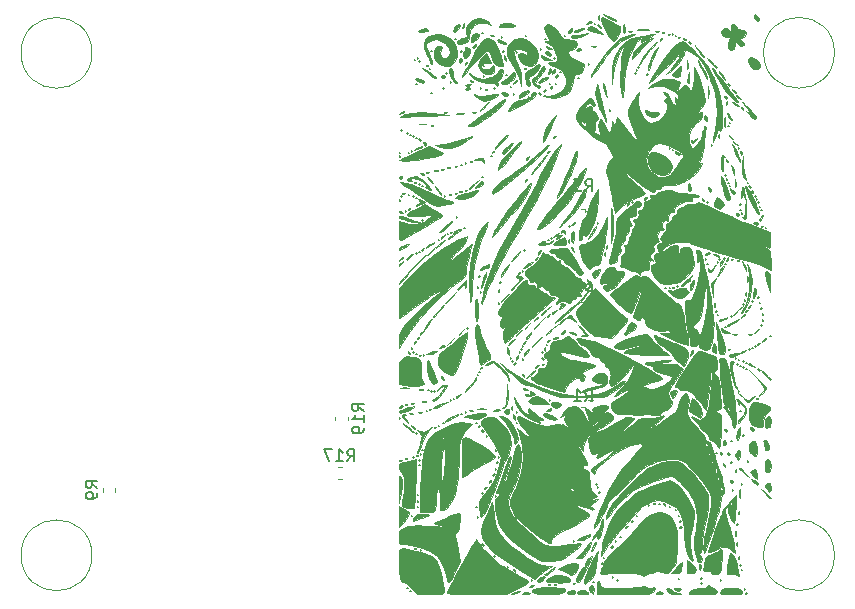
<source format=gbr>
G04 #@! TF.GenerationSoftware,KiCad,Pcbnew,(5.1.2)-2*
G04 #@! TF.CreationDate,2021-07-01T16:30:17+09:00*
G04 #@! TF.ProjectId,stepper_tokutyu,73746570-7065-4725-9f74-6f6b75747975,rev?*
G04 #@! TF.SameCoordinates,Original*
G04 #@! TF.FileFunction,Legend,Bot*
G04 #@! TF.FilePolarity,Positive*
%FSLAX46Y46*%
G04 Gerber Fmt 4.6, Leading zero omitted, Abs format (unit mm)*
G04 Created by KiCad (PCBNEW (5.1.2)-2) date 2021-07-01 16:30:17*
%MOMM*%
%LPD*%
G04 APERTURE LIST*
%ADD10C,0.010000*%
%ADD11C,0.120000*%
%ADD12C,0.150000*%
G04 APERTURE END LIST*
D10*
G36*
X160401000Y-114109500D02*
G01*
X160464500Y-114173000D01*
X160528000Y-114109500D01*
X160464500Y-114046000D01*
X160401000Y-114109500D01*
X160401000Y-114109500D01*
G37*
X160401000Y-114109500D02*
X160464500Y-114173000D01*
X160528000Y-114109500D01*
X160464500Y-114046000D01*
X160401000Y-114109500D01*
G36*
X160655000Y-114236500D02*
G01*
X160718500Y-114300000D01*
X160782000Y-114236500D01*
X160718500Y-114173000D01*
X160655000Y-114236500D01*
X160655000Y-114236500D01*
G37*
X160655000Y-114236500D02*
X160718500Y-114300000D01*
X160782000Y-114236500D01*
X160718500Y-114173000D01*
X160655000Y-114236500D01*
G36*
X160973328Y-114443582D02*
G01*
X160988946Y-114487561D01*
X161114417Y-114623227D01*
X161293179Y-114690250D01*
X161410640Y-114652648D01*
X161417000Y-114621968D01*
X161319859Y-114523431D01*
X161165859Y-114428529D01*
X160986979Y-114356105D01*
X160973328Y-114443582D01*
X160973328Y-114443582D01*
G37*
X160973328Y-114443582D02*
X160988946Y-114487561D01*
X161114417Y-114623227D01*
X161293179Y-114690250D01*
X161410640Y-114652648D01*
X161417000Y-114621968D01*
X161319859Y-114523431D01*
X161165859Y-114428529D01*
X160986979Y-114356105D01*
X160973328Y-114443582D01*
G36*
X158952330Y-114464698D02*
G01*
X158807349Y-114600397D01*
X158789055Y-114624538D01*
X158664592Y-114981270D01*
X158701074Y-115421650D01*
X158881689Y-115847895D01*
X159031810Y-116036347D01*
X159447523Y-116317755D01*
X159900595Y-116411697D01*
X160312484Y-116304574D01*
X160369250Y-116267914D01*
X160601074Y-115976308D01*
X160655000Y-115635516D01*
X160535611Y-115195014D01*
X160176965Y-114836819D01*
X159578348Y-114560259D01*
X159479421Y-114529234D01*
X159144667Y-114445351D01*
X158952330Y-114464698D01*
X158952330Y-114464698D01*
G37*
X158952330Y-114464698D02*
X158807349Y-114600397D01*
X158789055Y-114624538D01*
X158664592Y-114981270D01*
X158701074Y-115421650D01*
X158881689Y-115847895D01*
X159031810Y-116036347D01*
X159447523Y-116317755D01*
X159900595Y-116411697D01*
X160312484Y-116304574D01*
X160369250Y-116267914D01*
X160601074Y-115976308D01*
X160655000Y-115635516D01*
X160535611Y-115195014D01*
X160176965Y-114836819D01*
X159578348Y-114560259D01*
X159479421Y-114529234D01*
X159144667Y-114445351D01*
X158952330Y-114464698D01*
G36*
X154477275Y-102882331D02*
G01*
X154470991Y-102904167D01*
X154452398Y-103180812D01*
X154475697Y-103285167D01*
X154517389Y-103289388D01*
X154534416Y-103090575D01*
X154534242Y-103060500D01*
X154515929Y-102863528D01*
X154477275Y-102882331D01*
X154477275Y-102882331D01*
G37*
X154477275Y-102882331D02*
X154470991Y-102904167D01*
X154452398Y-103180812D01*
X154475697Y-103285167D01*
X154517389Y-103289388D01*
X154534416Y-103090575D01*
X154534242Y-103060500D01*
X154515929Y-102863528D01*
X154477275Y-102882331D01*
G36*
X154866980Y-102773687D02*
G01*
X154941425Y-102850835D01*
X155184829Y-102995136D01*
X155387287Y-103098396D01*
X155711159Y-103245124D01*
X155917130Y-103318026D01*
X155956000Y-103315430D01*
X155854518Y-103224645D01*
X155608327Y-103081230D01*
X155304812Y-102928656D01*
X155031356Y-102810391D01*
X154875343Y-102769906D01*
X154866980Y-102773687D01*
X154866980Y-102773687D01*
G37*
X154866980Y-102773687D02*
X154941425Y-102850835D01*
X155184829Y-102995136D01*
X155387287Y-103098396D01*
X155711159Y-103245124D01*
X155917130Y-103318026D01*
X155956000Y-103315430D01*
X155854518Y-103224645D01*
X155608327Y-103081230D01*
X155304812Y-102928656D01*
X155031356Y-102810391D01*
X154875343Y-102769906D01*
X154866980Y-102773687D01*
G36*
X167665440Y-102857180D02*
G01*
X167656679Y-103112194D01*
X167766030Y-103303163D01*
X167930475Y-103368392D01*
X168078173Y-103261238D01*
X168055241Y-103093545D01*
X167932587Y-102926729D01*
X167741904Y-102797132D01*
X167665440Y-102857180D01*
X167665440Y-102857180D01*
G37*
X167665440Y-102857180D02*
X167656679Y-103112194D01*
X167766030Y-103303163D01*
X167930475Y-103368392D01*
X168078173Y-103261238D01*
X168055241Y-103093545D01*
X167932587Y-102926729D01*
X167741904Y-102797132D01*
X167665440Y-102857180D01*
G36*
X153543651Y-103445177D02*
G01*
X153479500Y-103505000D01*
X153429736Y-103603334D01*
X153502561Y-103600277D01*
X153733500Y-103505000D01*
X153893069Y-103421103D01*
X153821318Y-103389718D01*
X153772746Y-103386926D01*
X153543651Y-103445177D01*
X153543651Y-103445177D01*
G37*
X153543651Y-103445177D02*
X153479500Y-103505000D01*
X153429736Y-103603334D01*
X153502561Y-103600277D01*
X153733500Y-103505000D01*
X153893069Y-103421103D01*
X153821318Y-103389718D01*
X153772746Y-103386926D01*
X153543651Y-103445177D01*
G36*
X154051000Y-103568500D02*
G01*
X154114500Y-103632000D01*
X154178000Y-103568500D01*
X154114500Y-103505000D01*
X154051000Y-103568500D01*
X154051000Y-103568500D01*
G37*
X154051000Y-103568500D02*
X154114500Y-103632000D01*
X154178000Y-103568500D01*
X154114500Y-103505000D01*
X154051000Y-103568500D01*
G36*
X146171012Y-103643097D02*
G01*
X146111100Y-103681550D01*
X146010180Y-103774020D01*
X146050521Y-103824984D01*
X146269137Y-103844026D01*
X146703042Y-103840734D01*
X146724091Y-103840300D01*
X147167602Y-103824115D01*
X147392961Y-103792473D01*
X147435954Y-103735461D01*
X147361491Y-103663750D01*
X147003837Y-103530050D01*
X146562157Y-103523804D01*
X146171012Y-103643097D01*
X146171012Y-103643097D01*
G37*
X146171012Y-103643097D02*
X146111100Y-103681550D01*
X146010180Y-103774020D01*
X146050521Y-103824984D01*
X146269137Y-103844026D01*
X146703042Y-103840734D01*
X146724091Y-103840300D01*
X147167602Y-103824115D01*
X147392961Y-103792473D01*
X147435954Y-103735461D01*
X147361491Y-103663750D01*
X147003837Y-103530050D01*
X146562157Y-103523804D01*
X146171012Y-103643097D01*
G36*
X143021302Y-103608618D02*
G01*
X142966520Y-103753962D01*
X142938981Y-103976446D01*
X142999251Y-103983273D01*
X143085176Y-103817022D01*
X143118383Y-103613156D01*
X143097319Y-103557985D01*
X143021302Y-103608618D01*
X143021302Y-103608618D01*
G37*
X143021302Y-103608618D02*
X142966520Y-103753962D01*
X142938981Y-103976446D01*
X142999251Y-103983273D01*
X143085176Y-103817022D01*
X143118383Y-103613156D01*
X143097319Y-103557985D01*
X143021302Y-103608618D01*
G36*
X154356982Y-103664685D02*
G01*
X154391202Y-103779687D01*
X154492431Y-103883452D01*
X154652119Y-103965353D01*
X154686000Y-103909045D01*
X154606647Y-103742666D01*
X154448977Y-103644828D01*
X154356982Y-103664685D01*
X154356982Y-103664685D01*
G37*
X154356982Y-103664685D02*
X154391202Y-103779687D01*
X154492431Y-103883452D01*
X154652119Y-103965353D01*
X154686000Y-103909045D01*
X154606647Y-103742666D01*
X154448977Y-103644828D01*
X154356982Y-103664685D01*
G36*
X157829250Y-104048128D02*
G01*
X157733398Y-104073029D01*
X157863058Y-104091246D01*
X158189764Y-104099245D01*
X158242000Y-104099350D01*
X158590909Y-104092847D01*
X158746262Y-104075694D01*
X158679593Y-104051422D01*
X158654750Y-104048128D01*
X158209423Y-104027111D01*
X157829250Y-104048128D01*
X157829250Y-104048128D01*
G37*
X157829250Y-104048128D02*
X157733398Y-104073029D01*
X157863058Y-104091246D01*
X158189764Y-104099245D01*
X158242000Y-104099350D01*
X158590909Y-104092847D01*
X158746262Y-104075694D01*
X158679593Y-104051422D01*
X158654750Y-104048128D01*
X158209423Y-104027111D01*
X157829250Y-104048128D01*
G36*
X139570682Y-103993933D02*
G01*
X139356653Y-104085894D01*
X139226555Y-104203937D01*
X139289287Y-104252328D01*
X139533755Y-104262960D01*
X139835516Y-104233851D01*
X140006230Y-104157921D01*
X140008577Y-104154438D01*
X139990135Y-104035606D01*
X139813927Y-103978925D01*
X139570682Y-103993933D01*
X139570682Y-103993933D01*
G37*
X139570682Y-103993933D02*
X139356653Y-104085894D01*
X139226555Y-104203937D01*
X139289287Y-104252328D01*
X139533755Y-104262960D01*
X139835516Y-104233851D01*
X140006230Y-104157921D01*
X140008577Y-104154438D01*
X139990135Y-104035606D01*
X139813927Y-103978925D01*
X139570682Y-103993933D01*
G36*
X142453601Y-103669062D02*
G01*
X142312312Y-103798977D01*
X142206230Y-104008999D01*
X142172759Y-104198105D01*
X142232207Y-104267000D01*
X142379551Y-104182466D01*
X142558205Y-104012221D01*
X142705844Y-103777330D01*
X142666226Y-103647407D01*
X142453601Y-103669062D01*
X142453601Y-103669062D01*
G37*
X142453601Y-103669062D02*
X142312312Y-103798977D01*
X142206230Y-104008999D01*
X142172759Y-104198105D01*
X142232207Y-104267000D01*
X142379551Y-104182466D01*
X142558205Y-104012221D01*
X142705844Y-103777330D01*
X142666226Y-103647407D01*
X142453601Y-103669062D01*
G36*
X153078872Y-103978633D02*
G01*
X152876250Y-104038460D01*
X152583336Y-104144366D01*
X152416989Y-104217789D01*
X152410584Y-104222354D01*
X152431483Y-104262959D01*
X152610549Y-104246518D01*
X152861665Y-104185573D01*
X153003250Y-104136042D01*
X153248092Y-104014672D01*
X153265742Y-103956396D01*
X153078872Y-103978633D01*
X153078872Y-103978633D01*
G37*
X153078872Y-103978633D02*
X152876250Y-104038460D01*
X152583336Y-104144366D01*
X152416989Y-104217789D01*
X152410584Y-104222354D01*
X152431483Y-104262959D01*
X152610549Y-104246518D01*
X152861665Y-104185573D01*
X153003250Y-104136042D01*
X153248092Y-104014672D01*
X153265742Y-103956396D01*
X153078872Y-103978633D01*
G36*
X157006396Y-104190270D02*
G01*
X157044273Y-104247993D01*
X157173084Y-104256973D01*
X157308597Y-104225957D01*
X157249813Y-104180244D01*
X157051327Y-104165104D01*
X157006396Y-104190270D01*
X157006396Y-104190270D01*
G37*
X157006396Y-104190270D02*
X157044273Y-104247993D01*
X157173084Y-104256973D01*
X157308597Y-104225957D01*
X157249813Y-104180244D01*
X157051327Y-104165104D01*
X157006396Y-104190270D01*
G36*
X159292396Y-104190270D02*
G01*
X159330273Y-104247993D01*
X159459084Y-104256973D01*
X159594597Y-104225957D01*
X159535813Y-104180244D01*
X159337327Y-104165104D01*
X159292396Y-104190270D01*
X159292396Y-104190270D01*
G37*
X159292396Y-104190270D02*
X159330273Y-104247993D01*
X159459084Y-104256973D01*
X159594597Y-104225957D01*
X159535813Y-104180244D01*
X159337327Y-104165104D01*
X159292396Y-104190270D01*
G36*
X144526000Y-104330500D02*
G01*
X144589500Y-104394000D01*
X144653000Y-104330500D01*
X144589500Y-104267000D01*
X144526000Y-104330500D01*
X144526000Y-104330500D01*
G37*
X144526000Y-104330500D02*
X144589500Y-104394000D01*
X144653000Y-104330500D01*
X144589500Y-104267000D01*
X144526000Y-104330500D01*
G36*
X152082500Y-104012999D02*
G01*
X151918758Y-104211092D01*
X151914122Y-104359686D01*
X152005413Y-104394000D01*
X152142822Y-104292501D01*
X152195913Y-104193112D01*
X152266886Y-103955457D01*
X152206450Y-103923910D01*
X152082500Y-104012999D01*
X152082500Y-104012999D01*
G37*
X152082500Y-104012999D02*
X151918758Y-104211092D01*
X151914122Y-104359686D01*
X152005413Y-104394000D01*
X152142822Y-104292501D01*
X152195913Y-104193112D01*
X152266886Y-103955457D01*
X152206450Y-103923910D01*
X152082500Y-104012999D01*
G36*
X153615660Y-103869409D02*
G01*
X153555353Y-103934616D01*
X153497636Y-104070356D01*
X153642494Y-104153332D01*
X153762052Y-104180920D01*
X154163011Y-104264620D01*
X154495500Y-104337391D01*
X154876500Y-104423175D01*
X154439077Y-104091087D01*
X154068160Y-103843364D01*
X153812507Y-103772803D01*
X153615660Y-103869409D01*
X153615660Y-103869409D01*
G37*
X153615660Y-103869409D02*
X153555353Y-103934616D01*
X153497636Y-104070356D01*
X153642494Y-104153332D01*
X153762052Y-104180920D01*
X154163011Y-104264620D01*
X154495500Y-104337391D01*
X154876500Y-104423175D01*
X154439077Y-104091087D01*
X154068160Y-103843364D01*
X153812507Y-103772803D01*
X153615660Y-103869409D01*
G36*
X156539887Y-103734395D02*
G01*
X156527500Y-103961627D01*
X156562731Y-104250536D01*
X156649062Y-104391329D01*
X156664255Y-104394000D01*
X156747234Y-104284319D01*
X156744862Y-104011445D01*
X156670982Y-103685745D01*
X156594565Y-103591541D01*
X156539887Y-103734395D01*
X156539887Y-103734395D01*
G37*
X156539887Y-103734395D02*
X156527500Y-103961627D01*
X156562731Y-104250536D01*
X156649062Y-104391329D01*
X156664255Y-104394000D01*
X156747234Y-104284319D01*
X156744862Y-104011445D01*
X156670982Y-103685745D01*
X156594565Y-103591541D01*
X156539887Y-103734395D01*
G36*
X159808334Y-104309333D02*
G01*
X159825767Y-104384834D01*
X159893000Y-104394000D01*
X159997536Y-104347532D01*
X159977667Y-104309333D01*
X159826948Y-104294133D01*
X159808334Y-104309333D01*
X159808334Y-104309333D01*
G37*
X159808334Y-104309333D02*
X159825767Y-104384834D01*
X159893000Y-104394000D01*
X159997536Y-104347532D01*
X159977667Y-104309333D01*
X159826948Y-104294133D01*
X159808334Y-104309333D01*
G36*
X160316334Y-104436333D02*
G01*
X160333767Y-104511834D01*
X160401000Y-104521000D01*
X160505536Y-104474532D01*
X160485667Y-104436333D01*
X160334948Y-104421133D01*
X160316334Y-104436333D01*
X160316334Y-104436333D01*
G37*
X160316334Y-104436333D02*
X160333767Y-104511834D01*
X160401000Y-104521000D01*
X160505536Y-104474532D01*
X160485667Y-104436333D01*
X160334948Y-104421133D01*
X160316334Y-104436333D01*
G36*
X160655000Y-104457500D02*
G01*
X160718500Y-104521000D01*
X160782000Y-104457500D01*
X160718500Y-104394000D01*
X160655000Y-104457500D01*
X160655000Y-104457500D01*
G37*
X160655000Y-104457500D02*
X160718500Y-104521000D01*
X160782000Y-104457500D01*
X160718500Y-104394000D01*
X160655000Y-104457500D01*
G36*
X145322396Y-104571270D02*
G01*
X145360273Y-104628993D01*
X145489084Y-104637973D01*
X145624597Y-104606957D01*
X145565813Y-104561244D01*
X145367327Y-104546104D01*
X145322396Y-104571270D01*
X145322396Y-104571270D01*
G37*
X145322396Y-104571270D02*
X145360273Y-104628993D01*
X145489084Y-104637973D01*
X145624597Y-104606957D01*
X145565813Y-104561244D01*
X145367327Y-104546104D01*
X145322396Y-104571270D01*
G36*
X148209000Y-104584500D02*
G01*
X148272500Y-104648000D01*
X148336000Y-104584500D01*
X148272500Y-104521000D01*
X148209000Y-104584500D01*
X148209000Y-104584500D01*
G37*
X148209000Y-104584500D02*
X148272500Y-104648000D01*
X148336000Y-104584500D01*
X148272500Y-104521000D01*
X148209000Y-104584500D01*
G36*
X151511000Y-104584500D02*
G01*
X151574500Y-104648000D01*
X151638000Y-104584500D01*
X151574500Y-104521000D01*
X151511000Y-104584500D01*
X151511000Y-104584500D01*
G37*
X151511000Y-104584500D02*
X151574500Y-104648000D01*
X151638000Y-104584500D01*
X151574500Y-104521000D01*
X151511000Y-104584500D01*
G36*
X160909000Y-104584500D02*
G01*
X160972500Y-104648000D01*
X161036000Y-104584500D01*
X160972500Y-104521000D01*
X160909000Y-104584500D01*
X160909000Y-104584500D01*
G37*
X160909000Y-104584500D02*
X160972500Y-104648000D01*
X161036000Y-104584500D01*
X160972500Y-104521000D01*
X160909000Y-104584500D01*
G36*
X146177000Y-104711500D02*
G01*
X146240500Y-104775000D01*
X146304000Y-104711500D01*
X146240500Y-104648000D01*
X146177000Y-104711500D01*
X146177000Y-104711500D01*
G37*
X146177000Y-104711500D02*
X146240500Y-104775000D01*
X146304000Y-104711500D01*
X146240500Y-104648000D01*
X146177000Y-104711500D01*
G36*
X161205334Y-104690333D02*
G01*
X161222767Y-104765834D01*
X161290000Y-104775000D01*
X161394536Y-104728532D01*
X161374667Y-104690333D01*
X161223948Y-104675133D01*
X161205334Y-104690333D01*
X161205334Y-104690333D01*
G37*
X161205334Y-104690333D02*
X161222767Y-104765834D01*
X161290000Y-104775000D01*
X161394536Y-104728532D01*
X161374667Y-104690333D01*
X161223948Y-104675133D01*
X161205334Y-104690333D01*
G36*
X142240000Y-104838500D02*
G01*
X142303500Y-104902000D01*
X142367000Y-104838500D01*
X142303500Y-104775000D01*
X142240000Y-104838500D01*
X142240000Y-104838500D01*
G37*
X142240000Y-104838500D02*
X142303500Y-104902000D01*
X142367000Y-104838500D01*
X142303500Y-104775000D01*
X142240000Y-104838500D01*
G36*
X149860000Y-104838500D02*
G01*
X149923500Y-104902000D01*
X149987000Y-104838500D01*
X149923500Y-104775000D01*
X149860000Y-104838500D01*
X149860000Y-104838500D01*
G37*
X149860000Y-104838500D02*
X149923500Y-104902000D01*
X149987000Y-104838500D01*
X149923500Y-104775000D01*
X149860000Y-104838500D01*
G36*
X153177875Y-104449020D02*
G01*
X152782486Y-104500255D01*
X152447625Y-104521000D01*
X152216578Y-104561271D01*
X152146000Y-104633187D01*
X152249136Y-104770787D01*
X152518688Y-104793785D01*
X152894870Y-104703122D01*
X153098500Y-104618209D01*
X153606500Y-104377040D01*
X153177875Y-104449020D01*
X153177875Y-104449020D01*
G37*
X153177875Y-104449020D02*
X152782486Y-104500255D01*
X152447625Y-104521000D01*
X152216578Y-104561271D01*
X152146000Y-104633187D01*
X152249136Y-104770787D01*
X152518688Y-104793785D01*
X152894870Y-104703122D01*
X153098500Y-104618209D01*
X153606500Y-104377040D01*
X153177875Y-104449020D01*
G36*
X154712976Y-103214252D02*
G01*
X154794814Y-103545182D01*
X154953560Y-103953538D01*
X155157451Y-104372210D01*
X155374726Y-104734087D01*
X155573624Y-104972057D01*
X155686896Y-105029000D01*
X155842620Y-104944567D01*
X155998309Y-104798416D01*
X156154737Y-104550245D01*
X156266791Y-104242235D01*
X156315480Y-103958018D01*
X156281817Y-103781226D01*
X156234314Y-103759000D01*
X156061023Y-103696086D01*
X155750027Y-103533091D01*
X155455093Y-103358179D01*
X155102696Y-103156599D01*
X154840936Y-103039281D01*
X154739807Y-103027860D01*
X154712976Y-103214252D01*
X154712976Y-103214252D01*
G37*
X154712976Y-103214252D02*
X154794814Y-103545182D01*
X154953560Y-103953538D01*
X155157451Y-104372210D01*
X155374726Y-104734087D01*
X155573624Y-104972057D01*
X155686896Y-105029000D01*
X155842620Y-104944567D01*
X155998309Y-104798416D01*
X156154737Y-104550245D01*
X156266791Y-104242235D01*
X156315480Y-103958018D01*
X156281817Y-103781226D01*
X156234314Y-103759000D01*
X156061023Y-103696086D01*
X155750027Y-103533091D01*
X155455093Y-103358179D01*
X155102696Y-103156599D01*
X154840936Y-103039281D01*
X154739807Y-103027860D01*
X154712976Y-103214252D01*
G36*
X159785623Y-104826372D02*
G01*
X159650353Y-104944429D01*
X159639000Y-104972995D01*
X159699272Y-105025193D01*
X159824755Y-104908230D01*
X159841628Y-104882377D01*
X159856597Y-104795471D01*
X159785623Y-104826372D01*
X159785623Y-104826372D01*
G37*
X159785623Y-104826372D02*
X159650353Y-104944429D01*
X159639000Y-104972995D01*
X159699272Y-105025193D01*
X159824755Y-104908230D01*
X159841628Y-104882377D01*
X159856597Y-104795471D01*
X159785623Y-104826372D01*
G36*
X161604140Y-104799527D02*
G01*
X161642252Y-104893999D01*
X161760773Y-104957334D01*
X161909145Y-104996001D01*
X161848276Y-104902967D01*
X161831867Y-104886240D01*
X161665355Y-104785925D01*
X161604140Y-104799527D01*
X161604140Y-104799527D01*
G37*
X161604140Y-104799527D02*
X161642252Y-104893999D01*
X161760773Y-104957334D01*
X161909145Y-104996001D01*
X161848276Y-104902967D01*
X161831867Y-104886240D01*
X161665355Y-104785925D01*
X161604140Y-104799527D01*
G36*
X143831286Y-104456704D02*
G01*
X143764000Y-104574112D01*
X143719450Y-104853389D01*
X143686913Y-104955112D01*
X143679883Y-105123712D01*
X143816143Y-105134699D01*
X144044631Y-104993994D01*
X144145000Y-104902000D01*
X144362607Y-104624625D01*
X144351072Y-104455849D01*
X144110228Y-104394328D01*
X144081500Y-104394000D01*
X143831286Y-104456704D01*
X143831286Y-104456704D01*
G37*
X143831286Y-104456704D02*
X143764000Y-104574112D01*
X143719450Y-104853389D01*
X143686913Y-104955112D01*
X143679883Y-105123712D01*
X143816143Y-105134699D01*
X144044631Y-104993994D01*
X144145000Y-104902000D01*
X144362607Y-104624625D01*
X144351072Y-104455849D01*
X144110228Y-104394328D01*
X144081500Y-104394000D01*
X143831286Y-104456704D01*
G36*
X145846560Y-104945943D02*
G01*
X145949301Y-105073265D01*
X145979024Y-105096539D01*
X146282345Y-105244216D01*
X146487024Y-105278499D01*
X146648839Y-105262790D01*
X146606691Y-105198324D01*
X146431000Y-105092500D01*
X146137321Y-104955114D01*
X145925870Y-104906410D01*
X145846560Y-104945943D01*
X145846560Y-104945943D01*
G37*
X145846560Y-104945943D02*
X145949301Y-105073265D01*
X145979024Y-105096539D01*
X146282345Y-105244216D01*
X146487024Y-105278499D01*
X146648839Y-105262790D01*
X146606691Y-105198324D01*
X146431000Y-105092500D01*
X146137321Y-104955114D01*
X145925870Y-104906410D01*
X145846560Y-104945943D01*
G36*
X162091845Y-105111035D02*
G01*
X162115500Y-105156000D01*
X162235162Y-105277285D01*
X162257491Y-105283000D01*
X162266156Y-105200964D01*
X162242500Y-105156000D01*
X162122839Y-105034714D01*
X162100510Y-105029000D01*
X162091845Y-105111035D01*
X162091845Y-105111035D01*
G37*
X162091845Y-105111035D02*
X162115500Y-105156000D01*
X162235162Y-105277285D01*
X162257491Y-105283000D01*
X162266156Y-105200964D01*
X162242500Y-105156000D01*
X162122839Y-105034714D01*
X162100510Y-105029000D01*
X162091845Y-105111035D01*
G36*
X143822325Y-103248128D02*
G01*
X143552301Y-103451154D01*
X143331676Y-103729864D01*
X143270370Y-104027896D01*
X143290436Y-104265078D01*
X143317772Y-104583439D01*
X143247633Y-104737458D01*
X143024523Y-104813301D01*
X142924863Y-104832679D01*
X142628039Y-104934912D01*
X142495125Y-105077017D01*
X142494000Y-105090759D01*
X142555448Y-105291177D01*
X142760002Y-105324670D01*
X143098509Y-105214280D01*
X143384872Y-105052603D01*
X143496231Y-104829917D01*
X143510000Y-104609175D01*
X143623150Y-104109097D01*
X143930556Y-103732904D01*
X144384159Y-103528340D01*
X144621536Y-103504999D01*
X144988707Y-103544528D01*
X145262622Y-103641839D01*
X145292448Y-103663750D01*
X145338988Y-103686237D01*
X145235634Y-103551025D01*
X145168710Y-103473250D01*
X144765811Y-103186153D01*
X144293043Y-103110785D01*
X143822325Y-103248128D01*
X143822325Y-103248128D01*
G37*
X143822325Y-103248128D02*
X143552301Y-103451154D01*
X143331676Y-103729864D01*
X143270370Y-104027896D01*
X143290436Y-104265078D01*
X143317772Y-104583439D01*
X143247633Y-104737458D01*
X143024523Y-104813301D01*
X142924863Y-104832679D01*
X142628039Y-104934912D01*
X142495125Y-105077017D01*
X142494000Y-105090759D01*
X142555448Y-105291177D01*
X142760002Y-105324670D01*
X143098509Y-105214280D01*
X143384872Y-105052603D01*
X143496231Y-104829917D01*
X143510000Y-104609175D01*
X143623150Y-104109097D01*
X143930556Y-103732904D01*
X144384159Y-103528340D01*
X144621536Y-103504999D01*
X144988707Y-103544528D01*
X145262622Y-103641839D01*
X145292448Y-103663750D01*
X145338988Y-103686237D01*
X145235634Y-103551025D01*
X145168710Y-103473250D01*
X144765811Y-103186153D01*
X144293043Y-103110785D01*
X143822325Y-103248128D01*
G36*
X153892250Y-105452890D02*
G01*
X153876296Y-105499244D01*
X154051000Y-105516947D01*
X154231294Y-105496989D01*
X154209750Y-105452890D01*
X153949737Y-105436116D01*
X153892250Y-105452890D01*
X153892250Y-105452890D01*
G37*
X153892250Y-105452890D02*
X153876296Y-105499244D01*
X154051000Y-105516947D01*
X154231294Y-105496989D01*
X154209750Y-105452890D01*
X153949737Y-105436116D01*
X153892250Y-105452890D01*
G36*
X143841961Y-105428410D02*
G01*
X143783340Y-105581510D01*
X143857413Y-105663677D01*
X143866830Y-105664000D01*
X144013579Y-105562240D01*
X144067999Y-105462887D01*
X144071444Y-105314005D01*
X143994274Y-105312075D01*
X143841961Y-105428410D01*
X143841961Y-105428410D01*
G37*
X143841961Y-105428410D02*
X143783340Y-105581510D01*
X143857413Y-105663677D01*
X143866830Y-105664000D01*
X144013579Y-105562240D01*
X144067999Y-105462887D01*
X144071444Y-105314005D01*
X143994274Y-105312075D01*
X143841961Y-105428410D01*
G36*
X149479000Y-105727500D02*
G01*
X149542500Y-105791000D01*
X149606000Y-105727500D01*
X149542500Y-105664000D01*
X149479000Y-105727500D01*
X149479000Y-105727500D01*
G37*
X149479000Y-105727500D02*
X149542500Y-105791000D01*
X149606000Y-105727500D01*
X149542500Y-105664000D01*
X149479000Y-105727500D01*
G36*
X149987000Y-105517719D02*
G01*
X150092752Y-105639950D01*
X150241000Y-105700798D01*
X150444752Y-105735002D01*
X150495000Y-105720078D01*
X150398145Y-105631273D01*
X150241000Y-105537000D01*
X150045685Y-105474527D01*
X149987000Y-105517719D01*
X149987000Y-105517719D01*
G37*
X149987000Y-105517719D02*
X150092752Y-105639950D01*
X150241000Y-105700798D01*
X150444752Y-105735002D01*
X150495000Y-105720078D01*
X150398145Y-105631273D01*
X150241000Y-105537000D01*
X150045685Y-105474527D01*
X149987000Y-105517719D01*
G36*
X165699861Y-103781732D02*
G01*
X165697377Y-103945988D01*
X165703364Y-104185828D01*
X165630963Y-104202467D01*
X165471174Y-104067607D01*
X165272100Y-103915636D01*
X165128011Y-103941845D01*
X165002950Y-104055621D01*
X164874295Y-104311156D01*
X164955802Y-104539581D01*
X165206487Y-104675825D01*
X165401197Y-104687922D01*
X165625100Y-104686448D01*
X165648406Y-104773270D01*
X165531541Y-104967454D01*
X165418513Y-105265601D01*
X165434017Y-105546173D01*
X165546972Y-105747561D01*
X165726293Y-105808160D01*
X165904334Y-105706333D01*
X165977068Y-105519577D01*
X165989000Y-105388833D01*
X166046478Y-105194243D01*
X166116000Y-105156000D01*
X166239408Y-105242659D01*
X166243000Y-105269412D01*
X166343834Y-105416756D01*
X166557014Y-105473484D01*
X166748558Y-105410933D01*
X166771866Y-105382551D01*
X166767773Y-105175582D01*
X166620549Y-105006439D01*
X166446342Y-104848344D01*
X166476568Y-104783423D01*
X166653030Y-104752439D01*
X166881433Y-104643527D01*
X166941500Y-104394000D01*
X166897422Y-104161263D01*
X166713710Y-104095111D01*
X166608076Y-104098242D01*
X166306937Y-104036915D01*
X166130004Y-103802516D01*
X165955669Y-103572356D01*
X165792546Y-103571975D01*
X165699861Y-103781732D01*
X165699861Y-103781732D01*
G37*
X165699861Y-103781732D02*
X165697377Y-103945988D01*
X165703364Y-104185828D01*
X165630963Y-104202467D01*
X165471174Y-104067607D01*
X165272100Y-103915636D01*
X165128011Y-103941845D01*
X165002950Y-104055621D01*
X164874295Y-104311156D01*
X164955802Y-104539581D01*
X165206487Y-104675825D01*
X165401197Y-104687922D01*
X165625100Y-104686448D01*
X165648406Y-104773270D01*
X165531541Y-104967454D01*
X165418513Y-105265601D01*
X165434017Y-105546173D01*
X165546972Y-105747561D01*
X165726293Y-105808160D01*
X165904334Y-105706333D01*
X165977068Y-105519577D01*
X165989000Y-105388833D01*
X166046478Y-105194243D01*
X166116000Y-105156000D01*
X166239408Y-105242659D01*
X166243000Y-105269412D01*
X166343834Y-105416756D01*
X166557014Y-105473484D01*
X166748558Y-105410933D01*
X166771866Y-105382551D01*
X166767773Y-105175582D01*
X166620549Y-105006439D01*
X166446342Y-104848344D01*
X166476568Y-104783423D01*
X166653030Y-104752439D01*
X166881433Y-104643527D01*
X166941500Y-104394000D01*
X166897422Y-104161263D01*
X166713710Y-104095111D01*
X166608076Y-104098242D01*
X166306937Y-104036915D01*
X166130004Y-103802516D01*
X165955669Y-103572356D01*
X165792546Y-103571975D01*
X165699861Y-103781732D01*
G36*
X140208000Y-105854500D02*
G01*
X140271500Y-105918000D01*
X140335000Y-105854500D01*
X140271500Y-105791000D01*
X140208000Y-105854500D01*
X140208000Y-105854500D01*
G37*
X140208000Y-105854500D02*
X140271500Y-105918000D01*
X140335000Y-105854500D01*
X140271500Y-105791000D01*
X140208000Y-105854500D01*
G36*
X152640067Y-105738517D02*
G01*
X152590500Y-105791000D01*
X152617867Y-105900881D01*
X152702510Y-105918000D01*
X152921934Y-105843482D01*
X152971500Y-105791000D01*
X152944134Y-105681118D01*
X152859491Y-105664000D01*
X152640067Y-105738517D01*
X152640067Y-105738517D01*
G37*
X152640067Y-105738517D02*
X152590500Y-105791000D01*
X152617867Y-105900881D01*
X152702510Y-105918000D01*
X152921934Y-105843482D01*
X152971500Y-105791000D01*
X152944134Y-105681118D01*
X152859491Y-105664000D01*
X152640067Y-105738517D01*
G36*
X142790334Y-105833333D02*
G01*
X142775134Y-105984052D01*
X142790334Y-106002666D01*
X142865835Y-105985233D01*
X142875000Y-105918000D01*
X142828533Y-105813464D01*
X142790334Y-105833333D01*
X142790334Y-105833333D01*
G37*
X142790334Y-105833333D02*
X142775134Y-105984052D01*
X142790334Y-106002666D01*
X142865835Y-105985233D01*
X142875000Y-105918000D01*
X142828533Y-105813464D01*
X142790334Y-105833333D01*
G36*
X146346334Y-105833333D02*
G01*
X146331134Y-105984052D01*
X146346334Y-106002666D01*
X146421835Y-105985233D01*
X146431000Y-105918000D01*
X146384533Y-105813464D01*
X146346334Y-105833333D01*
X146346334Y-105833333D01*
G37*
X146346334Y-105833333D02*
X146331134Y-105984052D01*
X146346334Y-106002666D01*
X146421835Y-105985233D01*
X146431000Y-105918000D01*
X146384533Y-105813464D01*
X146346334Y-105833333D01*
G36*
X147447000Y-105981500D02*
G01*
X147510500Y-106045000D01*
X147574000Y-105981500D01*
X147510500Y-105918000D01*
X147447000Y-105981500D01*
X147447000Y-105981500D01*
G37*
X147447000Y-105981500D02*
X147510500Y-106045000D01*
X147574000Y-105981500D01*
X147510500Y-105918000D01*
X147447000Y-105981500D01*
G36*
X149910793Y-105947600D02*
G01*
X149958835Y-106073540D01*
X149987000Y-106108500D01*
X150201108Y-106269779D01*
X150316065Y-106299000D01*
X150429282Y-106210420D01*
X150413927Y-106108500D01*
X150241549Y-105951202D01*
X150084862Y-105918000D01*
X149910793Y-105947600D01*
X149910793Y-105947600D01*
G37*
X149910793Y-105947600D02*
X149958835Y-106073540D01*
X149987000Y-106108500D01*
X150201108Y-106269779D01*
X150316065Y-106299000D01*
X150429282Y-106210420D01*
X150413927Y-106108500D01*
X150241549Y-105951202D01*
X150084862Y-105918000D01*
X149910793Y-105947600D01*
G36*
X162636595Y-105498578D02*
G01*
X162793500Y-105725771D01*
X162941000Y-105918000D01*
X163181300Y-106207061D01*
X163356094Y-106391066D01*
X163406844Y-106426000D01*
X163372406Y-106337421D01*
X163215501Y-106110228D01*
X163068000Y-105918000D01*
X162827701Y-105628938D01*
X162652907Y-105444933D01*
X162602157Y-105410000D01*
X162636595Y-105498578D01*
X162636595Y-105498578D01*
G37*
X162636595Y-105498578D02*
X162793500Y-105725771D01*
X162941000Y-105918000D01*
X163181300Y-106207061D01*
X163356094Y-106391066D01*
X163406844Y-106426000D01*
X163372406Y-106337421D01*
X163215501Y-106110228D01*
X163068000Y-105918000D01*
X162827701Y-105628938D01*
X162652907Y-105444933D01*
X162602157Y-105410000D01*
X162636595Y-105498578D01*
G36*
X139065000Y-106489500D02*
G01*
X139128500Y-106553000D01*
X139192000Y-106489500D01*
X139128500Y-106426000D01*
X139065000Y-106489500D01*
X139065000Y-106489500D01*
G37*
X139065000Y-106489500D02*
X139128500Y-106553000D01*
X139192000Y-106489500D01*
X139128500Y-106426000D01*
X139065000Y-106489500D01*
G36*
X143159431Y-105571257D02*
G01*
X143169984Y-105714619D01*
X143178832Y-105885882D01*
X143125015Y-105918000D01*
X143027596Y-106018070D01*
X143006826Y-106232395D01*
X143065686Y-106432149D01*
X143112027Y-106479010D01*
X143268620Y-106447986D01*
X143440659Y-106305454D01*
X143600311Y-106008202D01*
X143574861Y-105735858D01*
X143376025Y-105568548D01*
X143331262Y-105557327D01*
X143159431Y-105571257D01*
X143159431Y-105571257D01*
G37*
X143159431Y-105571257D02*
X143169984Y-105714619D01*
X143178832Y-105885882D01*
X143125015Y-105918000D01*
X143027596Y-106018070D01*
X143006826Y-106232395D01*
X143065686Y-106432149D01*
X143112027Y-106479010D01*
X143268620Y-106447986D01*
X143440659Y-106305454D01*
X143600311Y-106008202D01*
X143574861Y-105735858D01*
X143376025Y-105568548D01*
X143331262Y-105557327D01*
X143159431Y-105571257D01*
G36*
X150622000Y-106489500D02*
G01*
X150685500Y-106553000D01*
X150749000Y-106489500D01*
X150685500Y-106426000D01*
X150622000Y-106489500D01*
X150622000Y-106489500D01*
G37*
X150622000Y-106489500D02*
X150685500Y-106553000D01*
X150749000Y-106489500D01*
X150685500Y-106426000D01*
X150622000Y-106489500D01*
G36*
X138811000Y-106616500D02*
G01*
X138874500Y-106680000D01*
X138938000Y-106616500D01*
X138874500Y-106553000D01*
X138811000Y-106616500D01*
X138811000Y-106616500D01*
G37*
X138811000Y-106616500D02*
X138874500Y-106680000D01*
X138938000Y-106616500D01*
X138874500Y-106553000D01*
X138811000Y-106616500D01*
G36*
X149618194Y-106391009D02*
G01*
X149649825Y-106484022D01*
X149834626Y-106634462D01*
X150141765Y-106679802D01*
X150558500Y-106679605D01*
X150114000Y-106451382D01*
X149780193Y-106294612D01*
X149626844Y-106273650D01*
X149618194Y-106391009D01*
X149618194Y-106391009D01*
G37*
X149618194Y-106391009D02*
X149649825Y-106484022D01*
X149834626Y-106634462D01*
X150141765Y-106679802D01*
X150558500Y-106679605D01*
X150114000Y-106451382D01*
X149780193Y-106294612D01*
X149626844Y-106273650D01*
X149618194Y-106391009D01*
G36*
X158768699Y-104911472D02*
G01*
X158404541Y-105135196D01*
X158261076Y-105230268D01*
X157733485Y-105660489D01*
X157417663Y-106089237D01*
X157398081Y-106132994D01*
X157271809Y-106478852D01*
X157271589Y-106606000D01*
X157394634Y-106514630D01*
X157638160Y-106204930D01*
X157704414Y-106112077D01*
X158054136Y-105691819D01*
X158471143Y-105291570D01*
X158635560Y-105161501D01*
X158948425Y-104919705D01*
X159061199Y-104799952D01*
X158994438Y-104798466D01*
X158768699Y-104911472D01*
X158768699Y-104911472D01*
G37*
X158768699Y-104911472D02*
X158404541Y-105135196D01*
X158261076Y-105230268D01*
X157733485Y-105660489D01*
X157417663Y-106089237D01*
X157398081Y-106132994D01*
X157271809Y-106478852D01*
X157271589Y-106606000D01*
X157394634Y-106514630D01*
X157638160Y-106204930D01*
X157704414Y-106112077D01*
X158054136Y-105691819D01*
X158471143Y-105291570D01*
X158635560Y-105161501D01*
X158948425Y-104919705D01*
X159061199Y-104799952D01*
X158994438Y-104798466D01*
X158768699Y-104911472D01*
G36*
X139192000Y-106743500D02*
G01*
X139255500Y-106807000D01*
X139319000Y-106743500D01*
X139255500Y-106680000D01*
X139192000Y-106743500D01*
X139192000Y-106743500D01*
G37*
X139192000Y-106743500D02*
X139255500Y-106807000D01*
X139319000Y-106743500D01*
X139255500Y-106680000D01*
X139192000Y-106743500D01*
G36*
X146441871Y-106299000D02*
G01*
X146501841Y-106570112D01*
X146558000Y-106680000D01*
X146655566Y-106781644D01*
X146674130Y-106743500D01*
X146631385Y-106538308D01*
X146550986Y-106346517D01*
X146474065Y-106246850D01*
X146441871Y-106299000D01*
X146441871Y-106299000D01*
G37*
X146441871Y-106299000D02*
X146501841Y-106570112D01*
X146558000Y-106680000D01*
X146655566Y-106781644D01*
X146674130Y-106743500D01*
X146631385Y-106538308D01*
X146550986Y-106346517D01*
X146474065Y-106246850D01*
X146441871Y-106299000D01*
G36*
X142685519Y-106568577D02*
G01*
X142675643Y-106593786D01*
X142631045Y-106830303D01*
X142739858Y-106876710D01*
X142840225Y-106828492D01*
X142918456Y-106659617D01*
X142875129Y-106553207D01*
X142770811Y-106444459D01*
X142685519Y-106568577D01*
X142685519Y-106568577D01*
G37*
X142685519Y-106568577D02*
X142675643Y-106593786D01*
X142631045Y-106830303D01*
X142739858Y-106876710D01*
X142840225Y-106828492D01*
X142918456Y-106659617D01*
X142875129Y-106553207D01*
X142770811Y-106444459D01*
X142685519Y-106568577D01*
G36*
X143134169Y-106899190D02*
G01*
X143129000Y-106934000D01*
X143172331Y-107057698D01*
X143185005Y-107061000D01*
X143293434Y-106972006D01*
X143319500Y-106934000D01*
X143309431Y-106816971D01*
X143263496Y-106807000D01*
X143134169Y-106899190D01*
X143134169Y-106899190D01*
G37*
X143134169Y-106899190D02*
X143129000Y-106934000D01*
X143172331Y-107057698D01*
X143185005Y-107061000D01*
X143293434Y-106972006D01*
X143319500Y-106934000D01*
X143309431Y-106816971D01*
X143263496Y-106807000D01*
X143134169Y-106899190D01*
G36*
X153543000Y-106997500D02*
G01*
X153606500Y-107061000D01*
X153670000Y-106997500D01*
X153606500Y-106934000D01*
X153543000Y-106997500D01*
X153543000Y-106997500D01*
G37*
X153543000Y-106997500D02*
X153606500Y-107061000D01*
X153670000Y-106997500D01*
X153606500Y-106934000D01*
X153543000Y-106997500D01*
G36*
X158922640Y-105575263D02*
G01*
X158563886Y-105958194D01*
X158240226Y-106378978D01*
X158126600Y-106559513D01*
X157948504Y-106905359D01*
X157908861Y-107045127D01*
X157994195Y-106976289D01*
X158191030Y-106696319D01*
X158261206Y-106584750D01*
X158530230Y-106191358D01*
X158863526Y-105758437D01*
X158995978Y-105600500D01*
X159436829Y-105092500D01*
X158922640Y-105575263D01*
X158922640Y-105575263D01*
G37*
X158922640Y-105575263D02*
X158563886Y-105958194D01*
X158240226Y-106378978D01*
X158126600Y-106559513D01*
X157948504Y-106905359D01*
X157908861Y-107045127D01*
X157994195Y-106976289D01*
X158191030Y-106696319D01*
X158261206Y-106584750D01*
X158530230Y-106191358D01*
X158863526Y-105758437D01*
X158995978Y-105600500D01*
X159436829Y-105092500D01*
X158922640Y-105575263D01*
G36*
X139869334Y-107103333D02*
G01*
X139886767Y-107178834D01*
X139954000Y-107188000D01*
X140058536Y-107141532D01*
X140038667Y-107103333D01*
X139887948Y-107088133D01*
X139869334Y-107103333D01*
X139869334Y-107103333D01*
G37*
X139869334Y-107103333D02*
X139886767Y-107178834D01*
X139954000Y-107188000D01*
X140058536Y-107141532D01*
X140038667Y-107103333D01*
X139887948Y-107088133D01*
X139869334Y-107103333D01*
G36*
X140383881Y-104521506D02*
G01*
X139966338Y-104708427D01*
X139833822Y-104830280D01*
X139693809Y-105173982D01*
X139701514Y-105615203D01*
X139851353Y-106048938D01*
X139903120Y-106133345D01*
X140095952Y-106484018D01*
X140211486Y-106807000D01*
X140273111Y-107005943D01*
X140337632Y-106969808D01*
X140359339Y-106920260D01*
X140349072Y-106698892D01*
X140235131Y-106345591D01*
X140108679Y-106068801D01*
X139925927Y-105698812D01*
X139853286Y-105476759D01*
X139882586Y-105325800D01*
X140005660Y-105169090D01*
X140012259Y-105161791D01*
X140371016Y-104937029D01*
X140809244Y-104914650D01*
X141258638Y-105090451D01*
X141466064Y-105251250D01*
X141821111Y-105678116D01*
X141926998Y-106060269D01*
X141818169Y-106352975D01*
X141585774Y-106524536D01*
X141344859Y-106501410D01*
X141152968Y-106334167D01*
X141067645Y-106073380D01*
X141146437Y-105769618D01*
X141149143Y-105765025D01*
X141217580Y-105528297D01*
X141083456Y-105431953D01*
X140865197Y-105466455D01*
X140616618Y-105658543D01*
X140516618Y-105981275D01*
X140559348Y-106363633D01*
X140738959Y-106734597D01*
X140990243Y-106984683D01*
X141437375Y-107173485D01*
X141866986Y-107130024D01*
X142225553Y-106859965D01*
X142230783Y-106853372D01*
X142457686Y-106378831D01*
X142478126Y-105853658D01*
X142313788Y-105338863D01*
X141986357Y-104895453D01*
X141517521Y-104584438D01*
X141409858Y-104543879D01*
X140896630Y-104460919D01*
X140383881Y-104521506D01*
X140383881Y-104521506D01*
G37*
X140383881Y-104521506D02*
X139966338Y-104708427D01*
X139833822Y-104830280D01*
X139693809Y-105173982D01*
X139701514Y-105615203D01*
X139851353Y-106048938D01*
X139903120Y-106133345D01*
X140095952Y-106484018D01*
X140211486Y-106807000D01*
X140273111Y-107005943D01*
X140337632Y-106969808D01*
X140359339Y-106920260D01*
X140349072Y-106698892D01*
X140235131Y-106345591D01*
X140108679Y-106068801D01*
X139925927Y-105698812D01*
X139853286Y-105476759D01*
X139882586Y-105325800D01*
X140005660Y-105169090D01*
X140012259Y-105161791D01*
X140371016Y-104937029D01*
X140809244Y-104914650D01*
X141258638Y-105090451D01*
X141466064Y-105251250D01*
X141821111Y-105678116D01*
X141926998Y-106060269D01*
X141818169Y-106352975D01*
X141585774Y-106524536D01*
X141344859Y-106501410D01*
X141152968Y-106334167D01*
X141067645Y-106073380D01*
X141146437Y-105769618D01*
X141149143Y-105765025D01*
X141217580Y-105528297D01*
X141083456Y-105431953D01*
X140865197Y-105466455D01*
X140616618Y-105658543D01*
X140516618Y-105981275D01*
X140559348Y-106363633D01*
X140738959Y-106734597D01*
X140990243Y-106984683D01*
X141437375Y-107173485D01*
X141866986Y-107130024D01*
X142225553Y-106859965D01*
X142230783Y-106853372D01*
X142457686Y-106378831D01*
X142478126Y-105853658D01*
X142313788Y-105338863D01*
X141986357Y-104895453D01*
X141517521Y-104584438D01*
X141409858Y-104543879D01*
X140896630Y-104460919D01*
X140383881Y-104521506D01*
G36*
X144653000Y-107124500D02*
G01*
X144716500Y-107188000D01*
X144780000Y-107124500D01*
X144716500Y-107061000D01*
X144653000Y-107124500D01*
X144653000Y-107124500D01*
G37*
X144653000Y-107124500D02*
X144716500Y-107188000D01*
X144780000Y-107124500D01*
X144716500Y-107061000D01*
X144653000Y-107124500D01*
G36*
X157734000Y-107251500D02*
G01*
X157797500Y-107315000D01*
X157861000Y-107251500D01*
X157797500Y-107188000D01*
X157734000Y-107251500D01*
X157734000Y-107251500D01*
G37*
X157734000Y-107251500D02*
X157797500Y-107315000D01*
X157861000Y-107251500D01*
X157797500Y-107188000D01*
X157734000Y-107251500D01*
G36*
X164012511Y-106902250D02*
G01*
X164283376Y-107190788D01*
X164424121Y-107307286D01*
X164464993Y-107276679D01*
X164465000Y-107275260D01*
X164379977Y-107174335D01*
X164165732Y-106966602D01*
X164052250Y-106862510D01*
X163639500Y-106489500D01*
X164012511Y-106902250D01*
X164012511Y-106902250D01*
G37*
X164012511Y-106902250D02*
X164283376Y-107190788D01*
X164424121Y-107307286D01*
X164464993Y-107276679D01*
X164465000Y-107275260D01*
X164379977Y-107174335D01*
X164165732Y-106966602D01*
X164052250Y-106862510D01*
X163639500Y-106489500D01*
X164012511Y-106902250D01*
G36*
X140081000Y-107378500D02*
G01*
X140144500Y-107442000D01*
X140208000Y-107378500D01*
X140144500Y-107315000D01*
X140081000Y-107378500D01*
X140081000Y-107378500D01*
G37*
X140081000Y-107378500D02*
X140144500Y-107442000D01*
X140208000Y-107378500D01*
X140144500Y-107315000D01*
X140081000Y-107378500D01*
G36*
X148124334Y-107357333D02*
G01*
X148141767Y-107432834D01*
X148209000Y-107442000D01*
X148313536Y-107395532D01*
X148293667Y-107357333D01*
X148142948Y-107342133D01*
X148124334Y-107357333D01*
X148124334Y-107357333D01*
G37*
X148124334Y-107357333D02*
X148141767Y-107432834D01*
X148209000Y-107442000D01*
X148313536Y-107395532D01*
X148293667Y-107357333D01*
X148142948Y-107342133D01*
X148124334Y-107357333D01*
G36*
X167180634Y-106514870D02*
G01*
X167142850Y-106748732D01*
X167276420Y-107078462D01*
X167329702Y-107159741D01*
X167583817Y-107380251D01*
X167872286Y-107442383D01*
X168063334Y-107357333D01*
X168135819Y-107133210D01*
X168037051Y-106859349D01*
X167818997Y-106607204D01*
X167533627Y-106448233D01*
X167386000Y-106426000D01*
X167180634Y-106514870D01*
X167180634Y-106514870D01*
G37*
X167180634Y-106514870D02*
X167142850Y-106748732D01*
X167276420Y-107078462D01*
X167329702Y-107159741D01*
X167583817Y-107380251D01*
X167872286Y-107442383D01*
X168063334Y-107357333D01*
X168135819Y-107133210D01*
X168037051Y-106859349D01*
X167818997Y-106607204D01*
X167533627Y-106448233D01*
X167386000Y-106426000D01*
X167180634Y-106514870D01*
G36*
X157607000Y-107505500D02*
G01*
X157670500Y-107569000D01*
X157734000Y-107505500D01*
X157670500Y-107442000D01*
X157607000Y-107505500D01*
X157607000Y-107505500D01*
G37*
X157607000Y-107505500D02*
X157670500Y-107569000D01*
X157734000Y-107505500D01*
X157670500Y-107442000D01*
X157607000Y-107505500D01*
G36*
X159440146Y-105606206D02*
G01*
X159391112Y-105664000D01*
X159205877Y-105953664D01*
X159008497Y-106354154D01*
X158830014Y-106787898D01*
X158701473Y-107177323D01*
X158653919Y-107444856D01*
X158660252Y-107490253D01*
X158716931Y-107484321D01*
X158792947Y-107282944D01*
X158801296Y-107250524D01*
X158907736Y-106935420D01*
X159089554Y-106498782D01*
X159271942Y-106108500D01*
X159449651Y-105732132D01*
X159504900Y-105567756D01*
X159440146Y-105606206D01*
X159440146Y-105606206D01*
G37*
X159440146Y-105606206D02*
X159391112Y-105664000D01*
X159205877Y-105953664D01*
X159008497Y-106354154D01*
X158830014Y-106787898D01*
X158701473Y-107177323D01*
X158653919Y-107444856D01*
X158660252Y-107490253D01*
X158716931Y-107484321D01*
X158792947Y-107282944D01*
X158801296Y-107250524D01*
X158907736Y-106935420D01*
X159089554Y-106498782D01*
X159271942Y-106108500D01*
X159449651Y-105732132D01*
X159504900Y-105567756D01*
X159440146Y-105606206D01*
G36*
X161960868Y-106713496D02*
G01*
X161939975Y-107089084D01*
X161962601Y-107348496D01*
X161992346Y-107399600D01*
X162011519Y-107233205D01*
X162015677Y-106997500D01*
X162006173Y-106709346D01*
X161983416Y-106625063D01*
X161960868Y-106713496D01*
X161960868Y-106713496D01*
G37*
X161960868Y-106713496D02*
X161939975Y-107089084D01*
X161962601Y-107348496D01*
X161992346Y-107399600D01*
X162011519Y-107233205D01*
X162015677Y-106997500D01*
X162006173Y-106709346D01*
X161983416Y-106625063D01*
X161960868Y-106713496D01*
G36*
X151130000Y-107632500D02*
G01*
X151193500Y-107696000D01*
X151257000Y-107632500D01*
X151193500Y-107569000D01*
X151130000Y-107632500D01*
X151130000Y-107632500D01*
G37*
X151130000Y-107632500D02*
X151193500Y-107696000D01*
X151257000Y-107632500D01*
X151193500Y-107569000D01*
X151130000Y-107632500D01*
G36*
X141478000Y-107759500D02*
G01*
X141541500Y-107823000D01*
X141605000Y-107759500D01*
X141541500Y-107696000D01*
X141478000Y-107759500D01*
X141478000Y-107759500D01*
G37*
X141478000Y-107759500D02*
X141541500Y-107823000D01*
X141605000Y-107759500D01*
X141541500Y-107696000D01*
X141478000Y-107759500D01*
G36*
X144621626Y-106442110D02*
G01*
X144356131Y-106822657D01*
X144288560Y-107132932D01*
X144408533Y-107448006D01*
X144469702Y-107540741D01*
X144711604Y-107731136D01*
X145042594Y-107824237D01*
X145367585Y-107812482D01*
X145591496Y-107688306D01*
X145623074Y-107632500D01*
X145643205Y-107354300D01*
X145610547Y-107219750D01*
X145532007Y-107064888D01*
X145448635Y-107135925D01*
X145400149Y-107219750D01*
X145169403Y-107395774D01*
X144891857Y-107442000D01*
X144624351Y-107412681D01*
X144540672Y-107287508D01*
X144548918Y-107156250D01*
X144622140Y-106958222D01*
X144815841Y-106899522D01*
X144989684Y-106908691D01*
X145389867Y-106946882D01*
X145180559Y-106485098D01*
X144971252Y-106023315D01*
X144621626Y-106442110D01*
X144621626Y-106442110D01*
G37*
X144621626Y-106442110D02*
X144356131Y-106822657D01*
X144288560Y-107132932D01*
X144408533Y-107448006D01*
X144469702Y-107540741D01*
X144711604Y-107731136D01*
X145042594Y-107824237D01*
X145367585Y-107812482D01*
X145591496Y-107688306D01*
X145623074Y-107632500D01*
X145643205Y-107354300D01*
X145610547Y-107219750D01*
X145532007Y-107064888D01*
X145448635Y-107135925D01*
X145400149Y-107219750D01*
X145169403Y-107395774D01*
X144891857Y-107442000D01*
X144624351Y-107412681D01*
X144540672Y-107287508D01*
X144548918Y-107156250D01*
X144622140Y-106958222D01*
X144815841Y-106899522D01*
X144989684Y-106908691D01*
X145389867Y-106946882D01*
X145180559Y-106485098D01*
X144971252Y-106023315D01*
X144621626Y-106442110D01*
G36*
X150246822Y-107558122D02*
G01*
X150180549Y-107758480D01*
X150222945Y-107823000D01*
X150363219Y-107721095D01*
X150420902Y-107614322D01*
X150465212Y-107391067D01*
X150388055Y-107370181D01*
X150246822Y-107558122D01*
X150246822Y-107558122D01*
G37*
X150246822Y-107558122D02*
X150180549Y-107758480D01*
X150222945Y-107823000D01*
X150363219Y-107721095D01*
X150420902Y-107614322D01*
X150465212Y-107391067D01*
X150388055Y-107370181D01*
X150246822Y-107558122D01*
G36*
X150625306Y-107543442D02*
G01*
X150576074Y-107632500D01*
X150534821Y-107797821D01*
X150546936Y-107823000D01*
X150653040Y-107739010D01*
X150749000Y-107632500D01*
X150826278Y-107477790D01*
X150778139Y-107442000D01*
X150625306Y-107543442D01*
X150625306Y-107543442D01*
G37*
X150625306Y-107543442D02*
X150576074Y-107632500D01*
X150534821Y-107797821D01*
X150546936Y-107823000D01*
X150653040Y-107739010D01*
X150749000Y-107632500D01*
X150826278Y-107477790D01*
X150778139Y-107442000D01*
X150625306Y-107543442D01*
G36*
X157480000Y-107759500D02*
G01*
X157543500Y-107823000D01*
X157607000Y-107759500D01*
X157543500Y-107696000D01*
X157480000Y-107759500D01*
X157480000Y-107759500D01*
G37*
X157480000Y-107759500D02*
X157543500Y-107823000D01*
X157607000Y-107759500D01*
X157543500Y-107696000D01*
X157480000Y-107759500D01*
G36*
X146558000Y-107886500D02*
G01*
X146621500Y-107950000D01*
X146685000Y-107886500D01*
X146621500Y-107823000D01*
X146558000Y-107886500D01*
X146558000Y-107886500D01*
G37*
X146558000Y-107886500D02*
X146621500Y-107950000D01*
X146685000Y-107886500D01*
X146621500Y-107823000D01*
X146558000Y-107886500D01*
G36*
X158538334Y-107738333D02*
G01*
X158523134Y-107889052D01*
X158538334Y-107907666D01*
X158613835Y-107890233D01*
X158623000Y-107823000D01*
X158576533Y-107718464D01*
X158538334Y-107738333D01*
X158538334Y-107738333D01*
G37*
X158538334Y-107738333D02*
X158523134Y-107889052D01*
X158538334Y-107907666D01*
X158613835Y-107890233D01*
X158623000Y-107823000D01*
X158576533Y-107718464D01*
X158538334Y-107738333D01*
G36*
X144736351Y-104900173D02*
G01*
X144403814Y-105272796D01*
X144044915Y-105888524D01*
X143908488Y-106172000D01*
X143658517Y-106686746D01*
X143390401Y-107196521D01*
X143194341Y-107537250D01*
X143011492Y-107843350D01*
X142908405Y-108036631D01*
X142899552Y-108072102D01*
X142993470Y-107980661D01*
X143220565Y-107735212D01*
X143546894Y-107373027D01*
X143938519Y-106931378D01*
X143943694Y-106925500D01*
X144343475Y-106486163D01*
X144690130Y-106132564D01*
X144946659Y-105900606D01*
X145076066Y-105826193D01*
X145076389Y-105826296D01*
X145195091Y-105963399D01*
X145334345Y-106252893D01*
X145372669Y-106356302D01*
X145567538Y-106823641D01*
X145773963Y-107084094D01*
X146033205Y-107183030D01*
X146129051Y-107188000D01*
X146298547Y-107184422D01*
X146389506Y-107141346D01*
X146404029Y-107010254D01*
X146344219Y-106742631D01*
X146212176Y-106289960D01*
X146173562Y-106160455D01*
X145911885Y-105497456D01*
X145589381Y-105038200D01*
X145222438Y-104802698D01*
X145039011Y-104775000D01*
X144736351Y-104900173D01*
X144736351Y-104900173D01*
G37*
X144736351Y-104900173D02*
X144403814Y-105272796D01*
X144044915Y-105888524D01*
X143908488Y-106172000D01*
X143658517Y-106686746D01*
X143390401Y-107196521D01*
X143194341Y-107537250D01*
X143011492Y-107843350D01*
X142908405Y-108036631D01*
X142899552Y-108072102D01*
X142993470Y-107980661D01*
X143220565Y-107735212D01*
X143546894Y-107373027D01*
X143938519Y-106931378D01*
X143943694Y-106925500D01*
X144343475Y-106486163D01*
X144690130Y-106132564D01*
X144946659Y-105900606D01*
X145076066Y-105826193D01*
X145076389Y-105826296D01*
X145195091Y-105963399D01*
X145334345Y-106252893D01*
X145372669Y-106356302D01*
X145567538Y-106823641D01*
X145773963Y-107084094D01*
X146033205Y-107183030D01*
X146129051Y-107188000D01*
X146298547Y-107184422D01*
X146389506Y-107141346D01*
X146404029Y-107010254D01*
X146344219Y-106742631D01*
X146212176Y-106289960D01*
X146173562Y-106160455D01*
X145911885Y-105497456D01*
X145589381Y-105038200D01*
X145222438Y-104802698D01*
X145039011Y-104775000D01*
X144736351Y-104900173D01*
G36*
X144653000Y-108013500D02*
G01*
X144716500Y-108077000D01*
X144780000Y-108013500D01*
X144716500Y-107950000D01*
X144653000Y-108013500D01*
X144653000Y-108013500D01*
G37*
X144653000Y-108013500D02*
X144716500Y-108077000D01*
X144780000Y-108013500D01*
X144716500Y-107950000D01*
X144653000Y-108013500D01*
G36*
X157353000Y-104467788D02*
G01*
X156808704Y-104601168D01*
X156390896Y-104792807D01*
X155975645Y-105104687D01*
X155840425Y-105224287D01*
X155537120Y-105548091D01*
X155147481Y-106036900D01*
X154711752Y-106635503D01*
X154270178Y-107288690D01*
X153876696Y-107918250D01*
X153797399Y-108076082D01*
X153849958Y-108052909D01*
X154012880Y-107870210D01*
X154264670Y-107549463D01*
X154321483Y-107473750D01*
X154625467Y-107050456D01*
X154910716Y-106628163D01*
X155038082Y-106426000D01*
X155606737Y-105698281D01*
X156345306Y-105082925D01*
X157046907Y-104699698D01*
X157410969Y-104538525D01*
X157546450Y-104457471D01*
X157463192Y-104449080D01*
X157353000Y-104467788D01*
X157353000Y-104467788D01*
G37*
X157353000Y-104467788D02*
X156808704Y-104601168D01*
X156390896Y-104792807D01*
X155975645Y-105104687D01*
X155840425Y-105224287D01*
X155537120Y-105548091D01*
X155147481Y-106036900D01*
X154711752Y-106635503D01*
X154270178Y-107288690D01*
X153876696Y-107918250D01*
X153797399Y-108076082D01*
X153849958Y-108052909D01*
X154012880Y-107870210D01*
X154264670Y-107549463D01*
X154321483Y-107473750D01*
X154625467Y-107050456D01*
X154910716Y-106628163D01*
X155038082Y-106426000D01*
X155606737Y-105698281D01*
X156345306Y-105082925D01*
X157046907Y-104699698D01*
X157410969Y-104538525D01*
X157546450Y-104457471D01*
X157463192Y-104449080D01*
X157353000Y-104467788D01*
G36*
X160997680Y-107524741D02*
G01*
X160750052Y-107760399D01*
X160688637Y-107896774D01*
X160775430Y-107972823D01*
X161135830Y-108078289D01*
X161340100Y-107992846D01*
X161415134Y-107701702D01*
X161417000Y-107619991D01*
X161417000Y-107162983D01*
X160997680Y-107524741D01*
X160997680Y-107524741D01*
G37*
X160997680Y-107524741D02*
X160750052Y-107760399D01*
X160688637Y-107896774D01*
X160775430Y-107972823D01*
X161135830Y-108078289D01*
X161340100Y-107992846D01*
X161415134Y-107701702D01*
X161417000Y-107619991D01*
X161417000Y-107162983D01*
X160997680Y-107524741D01*
G36*
X140006910Y-107751191D02*
G01*
X140307220Y-108001441D01*
X140542876Y-108158625D01*
X140676865Y-108207138D01*
X140672175Y-108131373D01*
X140553704Y-107981750D01*
X140304667Y-107769596D01*
X139966534Y-107548901D01*
X139930771Y-107528941D01*
X139509500Y-107298383D01*
X140006910Y-107751191D01*
X140006910Y-107751191D01*
G37*
X140006910Y-107751191D02*
X140307220Y-108001441D01*
X140542876Y-108158625D01*
X140676865Y-108207138D01*
X140672175Y-108131373D01*
X140553704Y-107981750D01*
X140304667Y-107769596D01*
X139966534Y-107548901D01*
X139930771Y-107528941D01*
X139509500Y-107298383D01*
X140006910Y-107751191D01*
G36*
X141148553Y-108011568D02*
G01*
X141160500Y-108077000D01*
X141322865Y-108199155D01*
X141358496Y-108204000D01*
X141474580Y-108107131D01*
X141478000Y-108077000D01*
X141374627Y-107965543D01*
X141280005Y-107950000D01*
X141148553Y-108011568D01*
X141148553Y-108011568D01*
G37*
X141148553Y-108011568D02*
X141160500Y-108077000D01*
X141322865Y-108199155D01*
X141358496Y-108204000D01*
X141474580Y-108107131D01*
X141478000Y-108077000D01*
X141374627Y-107965543D01*
X141280005Y-107950000D01*
X141148553Y-108011568D01*
G36*
X150876000Y-107886500D02*
G01*
X150753845Y-108048864D01*
X150749000Y-108084495D01*
X150845869Y-108200579D01*
X150876000Y-108204000D01*
X150987457Y-108100626D01*
X151003000Y-108006004D01*
X150941432Y-107874552D01*
X150876000Y-107886500D01*
X150876000Y-107886500D01*
G37*
X150876000Y-107886500D02*
X150753845Y-108048864D01*
X150749000Y-108084495D01*
X150845869Y-108200579D01*
X150876000Y-108204000D01*
X150987457Y-108100626D01*
X151003000Y-108006004D01*
X150941432Y-107874552D01*
X150876000Y-107886500D01*
G36*
X152654000Y-108140500D02*
G01*
X152717500Y-108204000D01*
X152781000Y-108140500D01*
X152717500Y-108077000D01*
X152654000Y-108140500D01*
X152654000Y-108140500D01*
G37*
X152654000Y-108140500D02*
X152717500Y-108204000D01*
X152781000Y-108140500D01*
X152717500Y-108077000D01*
X152654000Y-108140500D01*
G36*
X164661380Y-107658929D02*
G01*
X164798504Y-107881858D01*
X164846000Y-107950000D01*
X165038544Y-108198654D01*
X165167771Y-108326450D01*
X165180796Y-108331000D01*
X165157621Y-108241070D01*
X165020497Y-108018141D01*
X164973000Y-107950000D01*
X164780457Y-107701345D01*
X164651230Y-107573549D01*
X164638205Y-107569000D01*
X164661380Y-107658929D01*
X164661380Y-107658929D01*
G37*
X164661380Y-107658929D02*
X164798504Y-107881858D01*
X164846000Y-107950000D01*
X165038544Y-108198654D01*
X165167771Y-108326450D01*
X165180796Y-108331000D01*
X165157621Y-108241070D01*
X165020497Y-108018141D01*
X164973000Y-107950000D01*
X164780457Y-107701345D01*
X164651230Y-107573549D01*
X164638205Y-107569000D01*
X164661380Y-107658929D01*
G36*
X162865861Y-106770425D02*
G01*
X162986961Y-106988535D01*
X162990809Y-106994428D01*
X163164004Y-107300896D01*
X163366239Y-107716251D01*
X163454079Y-107915178D01*
X163593032Y-108218371D01*
X163650737Y-108281271D01*
X163634976Y-108140500D01*
X163542528Y-107853468D01*
X163381366Y-107491015D01*
X163190598Y-107126607D01*
X163009331Y-106833710D01*
X162876671Y-106685792D01*
X162857541Y-106680000D01*
X162865861Y-106770425D01*
X162865861Y-106770425D01*
G37*
X162865861Y-106770425D02*
X162986961Y-106988535D01*
X162990809Y-106994428D01*
X163164004Y-107300896D01*
X163366239Y-107716251D01*
X163454079Y-107915178D01*
X163593032Y-108218371D01*
X163650737Y-108281271D01*
X163634976Y-108140500D01*
X163542528Y-107853468D01*
X163381366Y-107491015D01*
X163190598Y-107126607D01*
X163009331Y-106833710D01*
X162876671Y-106685792D01*
X162857541Y-106680000D01*
X162865861Y-106770425D01*
G36*
X138957287Y-108231903D02*
G01*
X139029132Y-108326502D01*
X139121024Y-108398539D01*
X139397137Y-108549820D01*
X139615757Y-108574877D01*
X139700000Y-108471587D01*
X139589314Y-108330668D01*
X139322505Y-108230836D01*
X139086363Y-108208039D01*
X138957287Y-108231903D01*
X138957287Y-108231903D01*
G37*
X138957287Y-108231903D02*
X139029132Y-108326502D01*
X139121024Y-108398539D01*
X139397137Y-108549820D01*
X139615757Y-108574877D01*
X139700000Y-108471587D01*
X139589314Y-108330668D01*
X139322505Y-108230836D01*
X139086363Y-108208039D01*
X138957287Y-108231903D01*
G36*
X141859000Y-108521500D02*
G01*
X141922500Y-108585000D01*
X141986000Y-108521500D01*
X141922500Y-108458000D01*
X141859000Y-108521500D01*
X141859000Y-108521500D01*
G37*
X141859000Y-108521500D02*
X141922500Y-108585000D01*
X141986000Y-108521500D01*
X141922500Y-108458000D01*
X141859000Y-108521500D01*
G36*
X141807545Y-107422779D02*
G01*
X141800674Y-107433628D01*
X141791099Y-107638684D01*
X141885071Y-107947853D01*
X142039773Y-108269213D01*
X142212388Y-108510839D01*
X142336974Y-108585000D01*
X142460387Y-108560586D01*
X142405571Y-108447255D01*
X142323184Y-108352749D01*
X142171277Y-108059792D01*
X142113000Y-107717749D01*
X142067364Y-107420110D01*
X141953850Y-107311147D01*
X141807545Y-107422779D01*
X141807545Y-107422779D01*
G37*
X141807545Y-107422779D02*
X141800674Y-107433628D01*
X141791099Y-107638684D01*
X141885071Y-107947853D01*
X142039773Y-108269213D01*
X142212388Y-108510839D01*
X142336974Y-108585000D01*
X142460387Y-108560586D01*
X142405571Y-108447255D01*
X142323184Y-108352749D01*
X142171277Y-108059792D01*
X142113000Y-107717749D01*
X142067364Y-107420110D01*
X141953850Y-107311147D01*
X141807545Y-107422779D01*
G36*
X143570140Y-108355527D02*
G01*
X143608252Y-108449999D01*
X143726773Y-108513334D01*
X143875145Y-108552001D01*
X143814276Y-108458967D01*
X143797867Y-108442240D01*
X143631355Y-108341925D01*
X143570140Y-108355527D01*
X143570140Y-108355527D01*
G37*
X143570140Y-108355527D02*
X143608252Y-108449999D01*
X143726773Y-108513334D01*
X143875145Y-108552001D01*
X143814276Y-108458967D01*
X143797867Y-108442240D01*
X143631355Y-108341925D01*
X143570140Y-108355527D01*
G36*
X149772117Y-108147494D02*
G01*
X149513960Y-108307012D01*
X149361199Y-108486448D01*
X149352000Y-108530571D01*
X149443054Y-108589651D01*
X149665228Y-108526418D01*
X149942041Y-108364909D01*
X149987000Y-108331000D01*
X150194454Y-108159849D01*
X150208519Y-108092931D01*
X150037374Y-108079924D01*
X150027822Y-108079823D01*
X149772117Y-108147494D01*
X149772117Y-108147494D01*
G37*
X149772117Y-108147494D02*
X149513960Y-108307012D01*
X149361199Y-108486448D01*
X149352000Y-108530571D01*
X149443054Y-108589651D01*
X149665228Y-108526418D01*
X149942041Y-108364909D01*
X149987000Y-108331000D01*
X150194454Y-108159849D01*
X150208519Y-108092931D01*
X150037374Y-108079924D01*
X150027822Y-108079823D01*
X149772117Y-108147494D01*
G36*
X138938000Y-108648500D02*
G01*
X139001500Y-108712000D01*
X139065000Y-108648500D01*
X139001500Y-108585000D01*
X138938000Y-108648500D01*
X138938000Y-108648500D01*
G37*
X138938000Y-108648500D02*
X139001500Y-108712000D01*
X139065000Y-108648500D01*
X139001500Y-108585000D01*
X138938000Y-108648500D01*
G36*
X147202726Y-107705838D02*
G01*
X146976283Y-107916379D01*
X146892621Y-108004068D01*
X146615597Y-108268962D01*
X146392171Y-108432515D01*
X146320755Y-108458000D01*
X146184265Y-108545223D01*
X146177000Y-108585000D01*
X146278252Y-108692920D01*
X146532961Y-108690228D01*
X146867564Y-108580222D01*
X146926535Y-108551377D01*
X147281616Y-108282771D01*
X147430045Y-107969390D01*
X147404079Y-107767330D01*
X147329277Y-107663583D01*
X147202726Y-107705838D01*
X147202726Y-107705838D01*
G37*
X147202726Y-107705838D02*
X146976283Y-107916379D01*
X146892621Y-108004068D01*
X146615597Y-108268962D01*
X146392171Y-108432515D01*
X146320755Y-108458000D01*
X146184265Y-108545223D01*
X146177000Y-108585000D01*
X146278252Y-108692920D01*
X146532961Y-108690228D01*
X146867564Y-108580222D01*
X146926535Y-108551377D01*
X147281616Y-108282771D01*
X147430045Y-107969390D01*
X147404079Y-107767330D01*
X147329277Y-107663583D01*
X147202726Y-107705838D01*
G36*
X147507269Y-108370855D02*
G01*
X147415250Y-108441800D01*
X147217806Y-108627170D01*
X147218665Y-108709914D01*
X147240950Y-108712000D01*
X147346962Y-108625211D01*
X147463200Y-108489750D01*
X147573036Y-108339319D01*
X147507269Y-108370855D01*
X147507269Y-108370855D01*
G37*
X147507269Y-108370855D02*
X147415250Y-108441800D01*
X147217806Y-108627170D01*
X147218665Y-108709914D01*
X147240950Y-108712000D01*
X147346962Y-108625211D01*
X147463200Y-108489750D01*
X147573036Y-108339319D01*
X147507269Y-108370855D01*
G36*
X150241000Y-108648500D02*
G01*
X150304500Y-108712000D01*
X150368000Y-108648500D01*
X150304500Y-108585000D01*
X150241000Y-108648500D01*
X150241000Y-108648500D01*
G37*
X150241000Y-108648500D02*
X150304500Y-108712000D01*
X150368000Y-108648500D01*
X150304500Y-108585000D01*
X150241000Y-108648500D01*
G36*
X150749000Y-108648500D02*
G01*
X150812500Y-108712000D01*
X150876000Y-108648500D01*
X150812500Y-108585000D01*
X150749000Y-108648500D01*
X150749000Y-108648500D01*
G37*
X150749000Y-108648500D02*
X150812500Y-108712000D01*
X150876000Y-108648500D01*
X150812500Y-108585000D01*
X150749000Y-108648500D01*
G36*
X162032435Y-108062538D02*
G01*
X161973142Y-108444881D01*
X162043889Y-108627688D01*
X162129628Y-108634945D01*
X162166365Y-108420334D01*
X162167547Y-108197650D01*
X162156093Y-107632500D01*
X162032435Y-108062538D01*
X162032435Y-108062538D01*
G37*
X162032435Y-108062538D02*
X161973142Y-108444881D01*
X162043889Y-108627688D01*
X162129628Y-108634945D01*
X162166365Y-108420334D01*
X162167547Y-108197650D01*
X162156093Y-107632500D01*
X162032435Y-108062538D01*
G36*
X143383000Y-108675201D02*
G01*
X143177828Y-108748928D01*
X143129000Y-108790312D01*
X143235875Y-108829939D01*
X143383000Y-108839000D01*
X143589447Y-108790747D01*
X143637000Y-108723889D01*
X143535861Y-108658562D01*
X143383000Y-108675201D01*
X143383000Y-108675201D01*
G37*
X143383000Y-108675201D02*
X143177828Y-108748928D01*
X143129000Y-108790312D01*
X143235875Y-108829939D01*
X143383000Y-108839000D01*
X143589447Y-108790747D01*
X143637000Y-108723889D01*
X143535861Y-108658562D01*
X143383000Y-108675201D01*
G36*
X146039389Y-107542546D02*
G01*
X145931860Y-107679445D01*
X145737862Y-107886441D01*
X145419133Y-108097484D01*
X145341190Y-108136880D01*
X144762001Y-108288858D01*
X144211995Y-108193479D01*
X143784434Y-107916296D01*
X143581496Y-107759854D01*
X143527314Y-107795836D01*
X143534120Y-107823000D01*
X143744834Y-108120002D01*
X144137727Y-108368841D01*
X144641335Y-108534867D01*
X145105698Y-108585000D01*
X145534493Y-108613165D01*
X145784986Y-108690468D01*
X145825665Y-108737494D01*
X145896604Y-108824178D01*
X145970744Y-108737494D01*
X145975470Y-108603171D01*
X145913177Y-108585000D01*
X145893040Y-108509226D01*
X146029347Y-108320398D01*
X146096182Y-108250181D01*
X146327111Y-107948784D01*
X146423799Y-107674070D01*
X146374948Y-107487415D01*
X146244969Y-107442000D01*
X146039389Y-107542546D01*
X146039389Y-107542546D01*
G37*
X146039389Y-107542546D02*
X145931860Y-107679445D01*
X145737862Y-107886441D01*
X145419133Y-108097484D01*
X145341190Y-108136880D01*
X144762001Y-108288858D01*
X144211995Y-108193479D01*
X143784434Y-107916296D01*
X143581496Y-107759854D01*
X143527314Y-107795836D01*
X143534120Y-107823000D01*
X143744834Y-108120002D01*
X144137727Y-108368841D01*
X144641335Y-108534867D01*
X145105698Y-108585000D01*
X145534493Y-108613165D01*
X145784986Y-108690468D01*
X145825665Y-108737494D01*
X145896604Y-108824178D01*
X145970744Y-108737494D01*
X145975470Y-108603171D01*
X145913177Y-108585000D01*
X145893040Y-108509226D01*
X146029347Y-108320398D01*
X146096182Y-108250181D01*
X146327111Y-107948784D01*
X146423799Y-107674070D01*
X146374948Y-107487415D01*
X146244969Y-107442000D01*
X146039389Y-107542546D01*
G36*
X149216903Y-107120570D02*
G01*
X149066250Y-107226255D01*
X148739013Y-107445901D01*
X148457485Y-107598982D01*
X148415767Y-107615674D01*
X148258934Y-107722573D01*
X148237059Y-107935387D01*
X148269364Y-108110705D01*
X148335765Y-108443534D01*
X148369311Y-108676854D01*
X148369514Y-108680250D01*
X148480102Y-108822804D01*
X148561255Y-108839000D01*
X148684758Y-108755818D01*
X148667088Y-108648500D01*
X148550006Y-108359538D01*
X148517316Y-108278973D01*
X148557383Y-108099782D01*
X148704503Y-108017466D01*
X148979405Y-107848763D01*
X149251263Y-107564618D01*
X149439544Y-107260333D01*
X149479000Y-107100909D01*
X149417814Y-107025971D01*
X149216903Y-107120570D01*
X149216903Y-107120570D01*
G37*
X149216903Y-107120570D02*
X149066250Y-107226255D01*
X148739013Y-107445901D01*
X148457485Y-107598982D01*
X148415767Y-107615674D01*
X148258934Y-107722573D01*
X148237059Y-107935387D01*
X148269364Y-108110705D01*
X148335765Y-108443534D01*
X148369311Y-108676854D01*
X148369514Y-108680250D01*
X148480102Y-108822804D01*
X148561255Y-108839000D01*
X148684758Y-108755818D01*
X148667088Y-108648500D01*
X148550006Y-108359538D01*
X148517316Y-108278973D01*
X148557383Y-108099782D01*
X148704503Y-108017466D01*
X148979405Y-107848763D01*
X149251263Y-107564618D01*
X149439544Y-107260333D01*
X149479000Y-107100909D01*
X149417814Y-107025971D01*
X149216903Y-107120570D01*
G36*
X165393845Y-108667035D02*
G01*
X165417500Y-108712000D01*
X165537162Y-108833285D01*
X165559491Y-108839000D01*
X165568156Y-108756964D01*
X165544500Y-108712000D01*
X165424839Y-108590714D01*
X165402510Y-108585000D01*
X165393845Y-108667035D01*
X165393845Y-108667035D01*
G37*
X165393845Y-108667035D02*
X165417500Y-108712000D01*
X165537162Y-108833285D01*
X165559491Y-108839000D01*
X165568156Y-108756964D01*
X165544500Y-108712000D01*
X165424839Y-108590714D01*
X165402510Y-108585000D01*
X165393845Y-108667035D01*
G36*
X146939000Y-108902500D02*
G01*
X147002500Y-108966000D01*
X147066000Y-108902500D01*
X147002500Y-108839000D01*
X146939000Y-108902500D01*
X146939000Y-108902500D01*
G37*
X146939000Y-108902500D02*
X147002500Y-108966000D01*
X147066000Y-108902500D01*
X147002500Y-108839000D01*
X146939000Y-108902500D01*
G36*
X147391587Y-104888781D02*
G01*
X147075745Y-105103789D01*
X146797718Y-105415662D01*
X146690136Y-105767414D01*
X146755737Y-106197905D01*
X146997258Y-106745994D01*
X147218685Y-107132518D01*
X147487979Y-107623296D01*
X147705965Y-108105183D01*
X147830447Y-108483512D01*
X147837789Y-108521500D01*
X147887493Y-108803797D01*
X147914674Y-108877533D01*
X147928863Y-108727377D01*
X147939104Y-108358528D01*
X147882746Y-107713663D01*
X147655045Y-107096009D01*
X147637500Y-107061000D01*
X147405193Y-106502030D01*
X147329680Y-106067034D01*
X147413275Y-105784006D01*
X147525361Y-105704224D01*
X147832515Y-105683852D01*
X148158503Y-105792246D01*
X148393372Y-105983108D01*
X148441358Y-106089912D01*
X148441339Y-106245353D01*
X148306874Y-106222374D01*
X148228691Y-106182538D01*
X147886081Y-106067991D01*
X147688454Y-106136440D01*
X147655363Y-106350010D01*
X147806359Y-106670829D01*
X147908095Y-106803561D01*
X148285313Y-107109987D01*
X148665810Y-107187709D01*
X149001992Y-107056876D01*
X149246263Y-106737635D01*
X149351029Y-106250136D01*
X149352000Y-106192300D01*
X149298168Y-105860067D01*
X149106525Y-105538907D01*
X148858942Y-105268058D01*
X148361904Y-104889381D01*
X147875580Y-104763213D01*
X147391587Y-104888781D01*
X147391587Y-104888781D01*
G37*
X147391587Y-104888781D02*
X147075745Y-105103789D01*
X146797718Y-105415662D01*
X146690136Y-105767414D01*
X146755737Y-106197905D01*
X146997258Y-106745994D01*
X147218685Y-107132518D01*
X147487979Y-107623296D01*
X147705965Y-108105183D01*
X147830447Y-108483512D01*
X147837789Y-108521500D01*
X147887493Y-108803797D01*
X147914674Y-108877533D01*
X147928863Y-108727377D01*
X147939104Y-108358528D01*
X147882746Y-107713663D01*
X147655045Y-107096009D01*
X147637500Y-107061000D01*
X147405193Y-106502030D01*
X147329680Y-106067034D01*
X147413275Y-105784006D01*
X147525361Y-105704224D01*
X147832515Y-105683852D01*
X148158503Y-105792246D01*
X148393372Y-105983108D01*
X148441358Y-106089912D01*
X148441339Y-106245353D01*
X148306874Y-106222374D01*
X148228691Y-106182538D01*
X147886081Y-106067991D01*
X147688454Y-106136440D01*
X147655363Y-106350010D01*
X147806359Y-106670829D01*
X147908095Y-106803561D01*
X148285313Y-107109987D01*
X148665810Y-107187709D01*
X149001992Y-107056876D01*
X149246263Y-106737635D01*
X149351029Y-106250136D01*
X149352000Y-106192300D01*
X149298168Y-105860067D01*
X149106525Y-105538907D01*
X148858942Y-105268058D01*
X148361904Y-104889381D01*
X147875580Y-104763213D01*
X147391587Y-104888781D01*
G36*
X141224000Y-109029500D02*
G01*
X141287500Y-109093000D01*
X141351000Y-109029500D01*
X141287500Y-108966000D01*
X141224000Y-109029500D01*
X141224000Y-109029500D01*
G37*
X141224000Y-109029500D02*
X141287500Y-109093000D01*
X141351000Y-109029500D01*
X141287500Y-108966000D01*
X141224000Y-109029500D01*
G36*
X144399000Y-109029500D02*
G01*
X144462500Y-109093000D01*
X144526000Y-109029500D01*
X144462500Y-108966000D01*
X144399000Y-109029500D01*
X144399000Y-109029500D01*
G37*
X144399000Y-109029500D02*
X144462500Y-109093000D01*
X144526000Y-109029500D01*
X144462500Y-108966000D01*
X144399000Y-109029500D01*
G36*
X145542000Y-109029500D02*
G01*
X145605500Y-109093000D01*
X145669000Y-109029500D01*
X145605500Y-108966000D01*
X145542000Y-109029500D01*
X145542000Y-109029500D01*
G37*
X145542000Y-109029500D02*
X145605500Y-109093000D01*
X145669000Y-109029500D01*
X145605500Y-108966000D01*
X145542000Y-109029500D01*
G36*
X149747974Y-107171274D02*
G01*
X149572773Y-107426883D01*
X149534605Y-107504200D01*
X149321366Y-107839767D01*
X149075560Y-108076213D01*
X149024336Y-108104739D01*
X148824430Y-108243303D01*
X148832364Y-108439679D01*
X148862984Y-108512448D01*
X149036349Y-108766481D01*
X149259807Y-108953456D01*
X149457565Y-109020897D01*
X149535184Y-108977837D01*
X149488996Y-108864015D01*
X149350572Y-108801828D01*
X149134053Y-108675394D01*
X149145751Y-108461608D01*
X149383750Y-108152057D01*
X149731228Y-107739875D01*
X149908922Y-107404974D01*
X149900025Y-107180782D01*
X149882643Y-107159842D01*
X149747974Y-107171274D01*
X149747974Y-107171274D01*
G37*
X149747974Y-107171274D02*
X149572773Y-107426883D01*
X149534605Y-107504200D01*
X149321366Y-107839767D01*
X149075560Y-108076213D01*
X149024336Y-108104739D01*
X148824430Y-108243303D01*
X148832364Y-108439679D01*
X148862984Y-108512448D01*
X149036349Y-108766481D01*
X149259807Y-108953456D01*
X149457565Y-109020897D01*
X149535184Y-108977837D01*
X149488996Y-108864015D01*
X149350572Y-108801828D01*
X149134053Y-108675394D01*
X149145751Y-108461608D01*
X149383750Y-108152057D01*
X149731228Y-107739875D01*
X149908922Y-107404974D01*
X149900025Y-107180782D01*
X149882643Y-107159842D01*
X149747974Y-107171274D01*
G36*
X150373169Y-108931190D02*
G01*
X150368000Y-108966000D01*
X150411331Y-109089698D01*
X150424005Y-109093000D01*
X150532434Y-109004006D01*
X150558500Y-108966000D01*
X150548431Y-108848971D01*
X150502496Y-108839000D01*
X150373169Y-108931190D01*
X150373169Y-108931190D01*
G37*
X150373169Y-108931190D02*
X150368000Y-108966000D01*
X150411331Y-109089698D01*
X150424005Y-109093000D01*
X150532434Y-109004006D01*
X150558500Y-108966000D01*
X150548431Y-108848971D01*
X150502496Y-108839000D01*
X150373169Y-108931190D01*
G36*
X143242067Y-109040517D02*
G01*
X143192500Y-109093000D01*
X143219867Y-109202881D01*
X143304510Y-109220000D01*
X143523934Y-109145482D01*
X143573500Y-109093000D01*
X143546134Y-108983118D01*
X143461491Y-108966000D01*
X143242067Y-109040517D01*
X143242067Y-109040517D01*
G37*
X143242067Y-109040517D02*
X143192500Y-109093000D01*
X143219867Y-109202881D01*
X143304510Y-109220000D01*
X143523934Y-109145482D01*
X143573500Y-109093000D01*
X143546134Y-108983118D01*
X143461491Y-108966000D01*
X143242067Y-109040517D01*
G36*
X144822334Y-109135333D02*
G01*
X144839767Y-109210834D01*
X144907000Y-109220000D01*
X145011536Y-109173532D01*
X144991667Y-109135333D01*
X144840948Y-109120133D01*
X144822334Y-109135333D01*
X144822334Y-109135333D01*
G37*
X144822334Y-109135333D02*
X144839767Y-109210834D01*
X144907000Y-109220000D01*
X145011536Y-109173532D01*
X144991667Y-109135333D01*
X144840948Y-109120133D01*
X144822334Y-109135333D01*
G36*
X149860000Y-109156500D02*
G01*
X149738845Y-109270623D01*
X149733000Y-109290995D01*
X149831259Y-109345543D01*
X149860000Y-109347000D01*
X149982120Y-109249368D01*
X149987000Y-109212504D01*
X149909196Y-109136655D01*
X149860000Y-109156500D01*
X149860000Y-109156500D01*
G37*
X149860000Y-109156500D02*
X149738845Y-109270623D01*
X149733000Y-109290995D01*
X149831259Y-109345543D01*
X149860000Y-109347000D01*
X149982120Y-109249368D01*
X149987000Y-109212504D01*
X149909196Y-109136655D01*
X149860000Y-109156500D01*
G36*
X140208000Y-109410500D02*
G01*
X140271500Y-109474000D01*
X140335000Y-109410500D01*
X140271500Y-109347000D01*
X140208000Y-109410500D01*
X140208000Y-109410500D01*
G37*
X140208000Y-109410500D02*
X140271500Y-109474000D01*
X140335000Y-109410500D01*
X140271500Y-109347000D01*
X140208000Y-109410500D01*
G36*
X165774856Y-109159731D02*
G01*
X165845801Y-109251750D01*
X166031171Y-109449194D01*
X166113915Y-109448335D01*
X166116000Y-109426050D01*
X166029212Y-109320038D01*
X165893750Y-109203800D01*
X165743320Y-109093964D01*
X165774856Y-109159731D01*
X165774856Y-109159731D01*
G37*
X165774856Y-109159731D02*
X165845801Y-109251750D01*
X166031171Y-109449194D01*
X166113915Y-109448335D01*
X166116000Y-109426050D01*
X166029212Y-109320038D01*
X165893750Y-109203800D01*
X165743320Y-109093964D01*
X165774856Y-109159731D01*
G36*
X147193000Y-109537500D02*
G01*
X147256500Y-109601000D01*
X147320000Y-109537500D01*
X147256500Y-109474000D01*
X147193000Y-109537500D01*
X147193000Y-109537500D01*
G37*
X147193000Y-109537500D02*
X147256500Y-109601000D01*
X147320000Y-109537500D01*
X147256500Y-109474000D01*
X147193000Y-109537500D01*
G36*
X149391845Y-109429035D02*
G01*
X149415500Y-109474000D01*
X149535162Y-109595285D01*
X149557491Y-109601000D01*
X149566156Y-109518964D01*
X149542500Y-109474000D01*
X149422839Y-109352714D01*
X149400510Y-109347000D01*
X149391845Y-109429035D01*
X149391845Y-109429035D01*
G37*
X149391845Y-109429035D02*
X149415500Y-109474000D01*
X149535162Y-109595285D01*
X149557491Y-109601000D01*
X149566156Y-109518964D01*
X149542500Y-109474000D01*
X149422839Y-109352714D01*
X149400510Y-109347000D01*
X149391845Y-109429035D01*
G36*
X146230498Y-109420699D02*
G01*
X146304000Y-109537500D01*
X146504729Y-109686977D01*
X146706970Y-109723621D01*
X146810862Y-109632278D01*
X146812000Y-109614587D01*
X146705056Y-109478865D01*
X146461269Y-109372725D01*
X146278063Y-109347000D01*
X146230498Y-109420699D01*
X146230498Y-109420699D01*
G37*
X146230498Y-109420699D02*
X146304000Y-109537500D01*
X146504729Y-109686977D01*
X146706970Y-109723621D01*
X146810862Y-109632278D01*
X146812000Y-109614587D01*
X146705056Y-109478865D01*
X146461269Y-109372725D01*
X146278063Y-109347000D01*
X146230498Y-109420699D01*
G36*
X154827300Y-108712000D02*
G01*
X154856699Y-108916715D01*
X154930715Y-109196353D01*
X155024242Y-109478188D01*
X155112169Y-109689495D01*
X155169388Y-109757548D01*
X155178081Y-109728000D01*
X155149502Y-109579488D01*
X155071195Y-109268313D01*
X155006467Y-109029500D01*
X154906491Y-108717149D01*
X154844021Y-108623985D01*
X154827300Y-108712000D01*
X154827300Y-108712000D01*
G37*
X154827300Y-108712000D02*
X154856699Y-108916715D01*
X154930715Y-109196353D01*
X155024242Y-109478188D01*
X155112169Y-109689495D01*
X155169388Y-109757548D01*
X155178081Y-109728000D01*
X155149502Y-109579488D01*
X155071195Y-109268313D01*
X155006467Y-109029500D01*
X154906491Y-108717149D01*
X154844021Y-108623985D01*
X154827300Y-108712000D01*
G36*
X148280426Y-109238304D02*
G01*
X148031268Y-109349373D01*
X147911184Y-109452250D01*
X147715430Y-109715093D01*
X147723254Y-109834425D01*
X147924513Y-109803995D01*
X148240750Y-109655359D01*
X148485226Y-109487375D01*
X148589939Y-109345293D01*
X148590000Y-109342943D01*
X148497295Y-109231230D01*
X148280426Y-109238304D01*
X148280426Y-109238304D01*
G37*
X148280426Y-109238304D02*
X148031268Y-109349373D01*
X147911184Y-109452250D01*
X147715430Y-109715093D01*
X147723254Y-109834425D01*
X147924513Y-109803995D01*
X148240750Y-109655359D01*
X148485226Y-109487375D01*
X148589939Y-109345293D01*
X148590000Y-109342943D01*
X148497295Y-109231230D01*
X148280426Y-109238304D01*
G36*
X148463000Y-109791500D02*
G01*
X148526500Y-109855000D01*
X148590000Y-109791500D01*
X148526500Y-109728000D01*
X148463000Y-109791500D01*
X148463000Y-109791500D01*
G37*
X148463000Y-109791500D02*
X148526500Y-109855000D01*
X148590000Y-109791500D01*
X148526500Y-109728000D01*
X148463000Y-109791500D01*
G36*
X149989148Y-103684442D02*
G01*
X149898698Y-103894817D01*
X149974341Y-104259961D01*
X150104563Y-104531360D01*
X150384253Y-105029000D01*
X150090377Y-105039359D01*
X149919121Y-105056972D01*
X149952738Y-105110630D01*
X150188976Y-105221951D01*
X150513088Y-105453288D01*
X150755164Y-105855835D01*
X150801581Y-105970582D01*
X150936511Y-106409321D01*
X150922563Y-106670484D01*
X150749493Y-106789327D01*
X150558500Y-106807000D01*
X150267701Y-106845897D01*
X150208203Y-106944166D01*
X150372675Y-107074173D01*
X150657909Y-107181670D01*
X151173652Y-107382410D01*
X151490609Y-107646378D01*
X151663848Y-108028201D01*
X151704117Y-108219488D01*
X151722178Y-108676577D01*
X151580911Y-109037492D01*
X151576491Y-109044285D01*
X151218803Y-109388491D01*
X150726405Y-109615796D01*
X150208124Y-109681461D01*
X150069094Y-109663995D01*
X149823313Y-109629217D01*
X149800703Y-109671370D01*
X149860000Y-109718349D01*
X150190058Y-109830058D01*
X150651117Y-109848449D01*
X151140639Y-109780074D01*
X151556082Y-109631482D01*
X151598145Y-109607321D01*
X151960131Y-109329293D01*
X152185553Y-108984486D01*
X152324098Y-108489461D01*
X152348688Y-108346906D01*
X152427280Y-108006246D01*
X152547943Y-107853772D01*
X152718324Y-107823000D01*
X152985558Y-107720277D01*
X153164062Y-107437024D01*
X153256122Y-107154190D01*
X153210563Y-106984635D01*
X153084219Y-106871531D01*
X152773067Y-106704621D01*
X152494194Y-106612184D01*
X152209945Y-106480861D01*
X152002475Y-106271024D01*
X151900016Y-106044731D01*
X151930802Y-105864039D01*
X152120600Y-105791000D01*
X152440701Y-105682825D01*
X152632388Y-105413959D01*
X152654000Y-105271187D01*
X152559543Y-105053942D01*
X152262547Y-104934083D01*
X151818113Y-104902000D01*
X151528463Y-104869487D01*
X151386816Y-104789779D01*
X151384000Y-104775365D01*
X151304785Y-104616804D01*
X151101388Y-104345712D01*
X150924722Y-104140365D01*
X150535394Y-103791373D01*
X150212458Y-103644679D01*
X149989148Y-103684442D01*
X149989148Y-103684442D01*
G37*
X149989148Y-103684442D02*
X149898698Y-103894817D01*
X149974341Y-104259961D01*
X150104563Y-104531360D01*
X150384253Y-105029000D01*
X150090377Y-105039359D01*
X149919121Y-105056972D01*
X149952738Y-105110630D01*
X150188976Y-105221951D01*
X150513088Y-105453288D01*
X150755164Y-105855835D01*
X150801581Y-105970582D01*
X150936511Y-106409321D01*
X150922563Y-106670484D01*
X150749493Y-106789327D01*
X150558500Y-106807000D01*
X150267701Y-106845897D01*
X150208203Y-106944166D01*
X150372675Y-107074173D01*
X150657909Y-107181670D01*
X151173652Y-107382410D01*
X151490609Y-107646378D01*
X151663848Y-108028201D01*
X151704117Y-108219488D01*
X151722178Y-108676577D01*
X151580911Y-109037492D01*
X151576491Y-109044285D01*
X151218803Y-109388491D01*
X150726405Y-109615796D01*
X150208124Y-109681461D01*
X150069094Y-109663995D01*
X149823313Y-109629217D01*
X149800703Y-109671370D01*
X149860000Y-109718349D01*
X150190058Y-109830058D01*
X150651117Y-109848449D01*
X151140639Y-109780074D01*
X151556082Y-109631482D01*
X151598145Y-109607321D01*
X151960131Y-109329293D01*
X152185553Y-108984486D01*
X152324098Y-108489461D01*
X152348688Y-108346906D01*
X152427280Y-108006246D01*
X152547943Y-107853772D01*
X152718324Y-107823000D01*
X152985558Y-107720277D01*
X153164062Y-107437024D01*
X153256122Y-107154190D01*
X153210563Y-106984635D01*
X153084219Y-106871531D01*
X152773067Y-106704621D01*
X152494194Y-106612184D01*
X152209945Y-106480861D01*
X152002475Y-106271024D01*
X151900016Y-106044731D01*
X151930802Y-105864039D01*
X152120600Y-105791000D01*
X152440701Y-105682825D01*
X152632388Y-105413959D01*
X152654000Y-105271187D01*
X152559543Y-105053942D01*
X152262547Y-104934083D01*
X151818113Y-104902000D01*
X151528463Y-104869487D01*
X151386816Y-104789779D01*
X151384000Y-104775365D01*
X151304785Y-104616804D01*
X151101388Y-104345712D01*
X150924722Y-104140365D01*
X150535394Y-103791373D01*
X150212458Y-103644679D01*
X149989148Y-103684442D01*
G36*
X159069587Y-104438682D02*
G01*
X158973370Y-104467221D01*
X158666303Y-104532873D01*
X158251721Y-104585227D01*
X158129794Y-104594926D01*
X157333634Y-104759531D01*
X156677820Y-105130298D01*
X156171694Y-105695776D01*
X155824600Y-106444517D01*
X155645883Y-107365070D01*
X155626906Y-107661944D01*
X155589664Y-108648500D01*
X155697096Y-107809250D01*
X155785113Y-107355500D01*
X155928832Y-106852094D01*
X156104828Y-106358798D01*
X156289673Y-105935376D01*
X156459940Y-105641592D01*
X156587794Y-105537000D01*
X156613848Y-105644854D01*
X156565337Y-105920790D01*
X156503663Y-106140250D01*
X156411637Y-106594240D01*
X156351465Y-107215829D01*
X156324748Y-107920422D01*
X156333086Y-108623425D01*
X156378081Y-109240246D01*
X156438174Y-109601000D01*
X156487418Y-109757887D01*
X156526751Y-109747314D01*
X156560984Y-109545803D01*
X156594927Y-109129875D01*
X156620332Y-108712000D01*
X156740991Y-107579859D01*
X156960847Y-106595802D01*
X157270507Y-105784076D01*
X157660580Y-105168929D01*
X158121672Y-104774607D01*
X158151913Y-104758225D01*
X158432500Y-104611040D01*
X158178500Y-104899979D01*
X158049849Y-105054123D01*
X158046001Y-105104159D01*
X158199597Y-105046357D01*
X158543282Y-104876988D01*
X158591250Y-104852820D01*
X158988088Y-104638020D01*
X159210509Y-104486882D01*
X159242885Y-104415179D01*
X159069587Y-104438682D01*
X159069587Y-104438682D01*
G37*
X159069587Y-104438682D02*
X158973370Y-104467221D01*
X158666303Y-104532873D01*
X158251721Y-104585227D01*
X158129794Y-104594926D01*
X157333634Y-104759531D01*
X156677820Y-105130298D01*
X156171694Y-105695776D01*
X155824600Y-106444517D01*
X155645883Y-107365070D01*
X155626906Y-107661944D01*
X155589664Y-108648500D01*
X155697096Y-107809250D01*
X155785113Y-107355500D01*
X155928832Y-106852094D01*
X156104828Y-106358798D01*
X156289673Y-105935376D01*
X156459940Y-105641592D01*
X156587794Y-105537000D01*
X156613848Y-105644854D01*
X156565337Y-105920790D01*
X156503663Y-106140250D01*
X156411637Y-106594240D01*
X156351465Y-107215829D01*
X156324748Y-107920422D01*
X156333086Y-108623425D01*
X156378081Y-109240246D01*
X156438174Y-109601000D01*
X156487418Y-109757887D01*
X156526751Y-109747314D01*
X156560984Y-109545803D01*
X156594927Y-109129875D01*
X156620332Y-108712000D01*
X156740991Y-107579859D01*
X156960847Y-106595802D01*
X157270507Y-105784076D01*
X157660580Y-105168929D01*
X158121672Y-104774607D01*
X158151913Y-104758225D01*
X158432500Y-104611040D01*
X158178500Y-104899979D01*
X158049849Y-105054123D01*
X158046001Y-105104159D01*
X158199597Y-105046357D01*
X158543282Y-104876988D01*
X158591250Y-104852820D01*
X158988088Y-104638020D01*
X159210509Y-104486882D01*
X159242885Y-104415179D01*
X159069587Y-104438682D01*
G36*
X165109785Y-109670305D02*
G01*
X165100000Y-109713009D01*
X165192679Y-109892546D01*
X165227000Y-109918500D01*
X165344216Y-109912694D01*
X165354000Y-109869990D01*
X165261322Y-109690453D01*
X165227000Y-109664500D01*
X165109785Y-109670305D01*
X165109785Y-109670305D01*
G37*
X165109785Y-109670305D02*
X165100000Y-109713009D01*
X165192679Y-109892546D01*
X165227000Y-109918500D01*
X165344216Y-109912694D01*
X165354000Y-109869990D01*
X165261322Y-109690453D01*
X165227000Y-109664500D01*
X165109785Y-109670305D01*
G36*
X166155856Y-109667731D02*
G01*
X166226801Y-109759750D01*
X166412171Y-109957194D01*
X166494915Y-109956335D01*
X166497000Y-109934050D01*
X166410212Y-109828038D01*
X166274750Y-109711800D01*
X166124320Y-109601964D01*
X166155856Y-109667731D01*
X166155856Y-109667731D01*
G37*
X166155856Y-109667731D02*
X166226801Y-109759750D01*
X166412171Y-109957194D01*
X166494915Y-109956335D01*
X166497000Y-109934050D01*
X166410212Y-109828038D01*
X166274750Y-109711800D01*
X166124320Y-109601964D01*
X166155856Y-109667731D01*
G36*
X145666851Y-109514488D02*
G01*
X145622834Y-109521581D01*
X145160015Y-109601427D01*
X144714751Y-109678598D01*
X144308110Y-109689211D01*
X144079751Y-109599548D01*
X143927751Y-109520491D01*
X143891000Y-109558067D01*
X143996267Y-109706795D01*
X144250121Y-109882018D01*
X144559642Y-110031551D01*
X144831914Y-110103207D01*
X144863096Y-110104028D01*
X145141150Y-110050899D01*
X145486832Y-109929606D01*
X145495004Y-109926070D01*
X145846549Y-109741039D01*
X145997743Y-109593770D01*
X145940529Y-109509755D01*
X145666851Y-109514488D01*
X145666851Y-109514488D01*
G37*
X145666851Y-109514488D02*
X145622834Y-109521581D01*
X145160015Y-109601427D01*
X144714751Y-109678598D01*
X144308110Y-109689211D01*
X144079751Y-109599548D01*
X143927751Y-109520491D01*
X143891000Y-109558067D01*
X143996267Y-109706795D01*
X144250121Y-109882018D01*
X144559642Y-110031551D01*
X144831914Y-110103207D01*
X144863096Y-110104028D01*
X145141150Y-110050899D01*
X145486832Y-109929606D01*
X145495004Y-109926070D01*
X145846549Y-109741039D01*
X145997743Y-109593770D01*
X145940529Y-109509755D01*
X145666851Y-109514488D01*
G36*
X163741423Y-108909407D02*
G01*
X163738129Y-108934250D01*
X163717112Y-109379577D01*
X163738129Y-109759750D01*
X163763030Y-109855602D01*
X163781247Y-109725942D01*
X163789246Y-109399236D01*
X163789351Y-109347000D01*
X163782848Y-108998091D01*
X163765695Y-108842738D01*
X163741423Y-108909407D01*
X163741423Y-108909407D01*
G37*
X163741423Y-108909407D02*
X163738129Y-108934250D01*
X163717112Y-109379577D01*
X163738129Y-109759750D01*
X163763030Y-109855602D01*
X163781247Y-109725942D01*
X163789246Y-109399236D01*
X163789351Y-109347000D01*
X163782848Y-108998091D01*
X163765695Y-108842738D01*
X163741423Y-108909407D01*
G36*
X164067408Y-107339111D02*
G01*
X164141466Y-107504649D01*
X164295456Y-107800489D01*
X164409116Y-108013500D01*
X164732588Y-108551373D01*
X165117606Y-109095871D01*
X165468485Y-109515296D01*
X165887038Y-109939576D01*
X166147393Y-110170460D01*
X166250487Y-110212525D01*
X166197252Y-110070348D01*
X165988625Y-109748506D01*
X165625540Y-109251575D01*
X165338026Y-108876539D01*
X164823026Y-108214600D01*
X164451090Y-107741619D01*
X164209594Y-107445865D01*
X164085908Y-107315606D01*
X164067408Y-107339111D01*
X164067408Y-107339111D01*
G37*
X164067408Y-107339111D02*
X164141466Y-107504649D01*
X164295456Y-107800489D01*
X164409116Y-108013500D01*
X164732588Y-108551373D01*
X165117606Y-109095871D01*
X165468485Y-109515296D01*
X165887038Y-109939576D01*
X166147393Y-110170460D01*
X166250487Y-110212525D01*
X166197252Y-110070348D01*
X165988625Y-109748506D01*
X165625540Y-109251575D01*
X165338026Y-108876539D01*
X164823026Y-108214600D01*
X164451090Y-107741619D01*
X164209594Y-107445865D01*
X164085908Y-107315606D01*
X164067408Y-107339111D01*
G36*
X165267245Y-110212187D02*
G01*
X165252105Y-110410673D01*
X165277271Y-110455604D01*
X165334994Y-110417727D01*
X165343974Y-110288916D01*
X165312958Y-110153403D01*
X165267245Y-110212187D01*
X165267245Y-110212187D01*
G37*
X165267245Y-110212187D02*
X165252105Y-110410673D01*
X165277271Y-110455604D01*
X165334994Y-110417727D01*
X165343974Y-110288916D01*
X165312958Y-110153403D01*
X165267245Y-110212187D01*
G36*
X165782577Y-110208368D02*
G01*
X165789937Y-110222143D01*
X165926170Y-110357525D01*
X166130563Y-110496707D01*
X166309008Y-110582836D01*
X166370000Y-110572574D01*
X166275758Y-110473725D01*
X166047880Y-110308180D01*
X166036864Y-110300932D01*
X165836179Y-110190908D01*
X165782577Y-110208368D01*
X165782577Y-110208368D01*
G37*
X165782577Y-110208368D02*
X165789937Y-110222143D01*
X165926170Y-110357525D01*
X166130563Y-110496707D01*
X166309008Y-110582836D01*
X166370000Y-110572574D01*
X166275758Y-110473725D01*
X166047880Y-110308180D01*
X166036864Y-110300932D01*
X165836179Y-110190908D01*
X165782577Y-110208368D01*
G36*
X166536845Y-110699035D02*
G01*
X166560500Y-110744000D01*
X166680162Y-110865285D01*
X166702491Y-110871000D01*
X166711156Y-110788964D01*
X166687500Y-110744000D01*
X166567839Y-110622714D01*
X166545510Y-110617000D01*
X166536845Y-110699035D01*
X166536845Y-110699035D01*
G37*
X166536845Y-110699035D02*
X166560500Y-110744000D01*
X166680162Y-110865285D01*
X166702491Y-110871000D01*
X166711156Y-110788964D01*
X166687500Y-110744000D01*
X166567839Y-110622714D01*
X166545510Y-110617000D01*
X166536845Y-110699035D01*
G36*
X144811750Y-110545510D02*
G01*
X144523212Y-110816375D01*
X144406714Y-110957120D01*
X144437321Y-110997992D01*
X144438740Y-110998000D01*
X144539665Y-110912976D01*
X144747398Y-110698731D01*
X144851490Y-110585250D01*
X145224500Y-110172500D01*
X144811750Y-110545510D01*
X144811750Y-110545510D01*
G37*
X144811750Y-110545510D02*
X144523212Y-110816375D01*
X144406714Y-110957120D01*
X144437321Y-110997992D01*
X144438740Y-110998000D01*
X144539665Y-110912976D01*
X144747398Y-110698731D01*
X144851490Y-110585250D01*
X145224500Y-110172500D01*
X144811750Y-110545510D01*
G36*
X148826590Y-109479569D02*
G01*
X148778671Y-109596822D01*
X148783302Y-109605532D01*
X148751755Y-109749634D01*
X148542250Y-109881853D01*
X148338233Y-109936935D01*
X147762024Y-110061774D01*
X147372359Y-110239998D01*
X147102557Y-110505121D01*
X147048331Y-110585250D01*
X146892891Y-110845676D01*
X146827773Y-110985573D01*
X146831279Y-110993438D01*
X146958719Y-110940767D01*
X147256518Y-110805322D01*
X147665903Y-110613943D01*
X147764500Y-110567286D01*
X148255130Y-110304173D01*
X148677272Y-110022512D01*
X148989072Y-109756935D01*
X149148674Y-109542077D01*
X149138790Y-109430123D01*
X148989319Y-109402939D01*
X148826590Y-109479569D01*
X148826590Y-109479569D01*
G37*
X148826590Y-109479569D02*
X148778671Y-109596822D01*
X148783302Y-109605532D01*
X148751755Y-109749634D01*
X148542250Y-109881853D01*
X148338233Y-109936935D01*
X147762024Y-110061774D01*
X147372359Y-110239998D01*
X147102557Y-110505121D01*
X147048331Y-110585250D01*
X146892891Y-110845676D01*
X146827773Y-110985573D01*
X146831279Y-110993438D01*
X146958719Y-110940767D01*
X147256518Y-110805322D01*
X147665903Y-110613943D01*
X147764500Y-110567286D01*
X148255130Y-110304173D01*
X148677272Y-110022512D01*
X148989072Y-109756935D01*
X149148674Y-109542077D01*
X149138790Y-109430123D01*
X148989319Y-109402939D01*
X148826590Y-109479569D01*
G36*
X155363334Y-110786333D02*
G01*
X155348134Y-110937052D01*
X155363334Y-110955666D01*
X155438835Y-110938233D01*
X155448000Y-110871000D01*
X155401533Y-110766464D01*
X155363334Y-110786333D01*
X155363334Y-110786333D01*
G37*
X155363334Y-110786333D02*
X155348134Y-110937052D01*
X155363334Y-110955666D01*
X155438835Y-110938233D01*
X155448000Y-110871000D01*
X155401533Y-110766464D01*
X155363334Y-110786333D01*
G36*
X141385396Y-111048270D02*
G01*
X141423273Y-111105993D01*
X141552084Y-111114973D01*
X141687597Y-111083957D01*
X141628813Y-111038244D01*
X141430327Y-111023104D01*
X141385396Y-111048270D01*
X141385396Y-111048270D01*
G37*
X141385396Y-111048270D02*
X141423273Y-111105993D01*
X141552084Y-111114973D01*
X141687597Y-111083957D01*
X141628813Y-111038244D01*
X141430327Y-111023104D01*
X141385396Y-111048270D01*
G36*
X143798396Y-111048270D02*
G01*
X143836273Y-111105993D01*
X143965084Y-111114973D01*
X144100597Y-111083957D01*
X144041813Y-111038244D01*
X143843327Y-111023104D01*
X143798396Y-111048270D01*
X143798396Y-111048270D01*
G37*
X143798396Y-111048270D02*
X143836273Y-111105993D01*
X143965084Y-111114973D01*
X144100597Y-111083957D01*
X144041813Y-111038244D01*
X143843327Y-111023104D01*
X143798396Y-111048270D01*
G36*
X137776792Y-111065123D02*
G01*
X137668000Y-111125000D01*
X137566347Y-111225631D01*
X137604500Y-111248110D01*
X137813209Y-111184876D01*
X137922000Y-111125000D01*
X138023654Y-111024368D01*
X137985500Y-111001889D01*
X137776792Y-111065123D01*
X137776792Y-111065123D01*
G37*
X137776792Y-111065123D02*
X137668000Y-111125000D01*
X137566347Y-111225631D01*
X137604500Y-111248110D01*
X137813209Y-111184876D01*
X137922000Y-111125000D01*
X138023654Y-111024368D01*
X137985500Y-111001889D01*
X137776792Y-111065123D01*
G36*
X142462250Y-111162371D02*
G01*
X142402067Y-111193778D01*
X142561628Y-111213705D01*
X142748000Y-111217409D01*
X143022682Y-111207502D01*
X143098086Y-111182172D01*
X143033750Y-111162371D01*
X142663675Y-111141360D01*
X142462250Y-111162371D01*
X142462250Y-111162371D01*
G37*
X142462250Y-111162371D02*
X142402067Y-111193778D01*
X142561628Y-111213705D01*
X142748000Y-111217409D01*
X143022682Y-111207502D01*
X143098086Y-111182172D01*
X143033750Y-111162371D01*
X142663675Y-111141360D01*
X142462250Y-111162371D01*
G36*
X138663582Y-111120564D02*
G01*
X138056880Y-111261901D01*
X137805999Y-111380440D01*
X137695608Y-111466158D01*
X137731500Y-111475431D01*
X137896738Y-111463322D01*
X138268897Y-111444957D01*
X138801035Y-111422382D01*
X139446209Y-111397646D01*
X139827000Y-111384043D01*
X141795500Y-111315500D01*
X140462000Y-111162880D01*
X139458067Y-111088149D01*
X138663582Y-111120564D01*
X138663582Y-111120564D01*
G37*
X138663582Y-111120564D02*
X138056880Y-111261901D01*
X137805999Y-111380440D01*
X137695608Y-111466158D01*
X137731500Y-111475431D01*
X137896738Y-111463322D01*
X138268897Y-111444957D01*
X138801035Y-111422382D01*
X139446209Y-111397646D01*
X139827000Y-111384043D01*
X141795500Y-111315500D01*
X140462000Y-111162880D01*
X139458067Y-111088149D01*
X138663582Y-111120564D01*
G36*
X158399385Y-110904722D02*
G01*
X158369000Y-110988928D01*
X158478660Y-111240922D01*
X158746484Y-111417507D01*
X159080743Y-111488753D01*
X159389706Y-111424727D01*
X159486600Y-111353600D01*
X159628599Y-111155135D01*
X159544763Y-111065090D01*
X159231698Y-111080140D01*
X159210646Y-111083481D01*
X158879364Y-111094147D01*
X158695935Y-111013241D01*
X158695151Y-111011996D01*
X158540711Y-110884762D01*
X158399385Y-110904722D01*
X158399385Y-110904722D01*
G37*
X158399385Y-110904722D02*
X158369000Y-110988928D01*
X158478660Y-111240922D01*
X158746484Y-111417507D01*
X159080743Y-111488753D01*
X159389706Y-111424727D01*
X159486600Y-111353600D01*
X159628599Y-111155135D01*
X159544763Y-111065090D01*
X159231698Y-111080140D01*
X159210646Y-111083481D01*
X158879364Y-111094147D01*
X158695935Y-111013241D01*
X158695151Y-111011996D01*
X158540711Y-110884762D01*
X158399385Y-110904722D01*
G36*
X166624000Y-110203644D02*
G01*
X166704914Y-110337160D01*
X166909552Y-110578240D01*
X167029914Y-110706203D01*
X167244730Y-110965441D01*
X167305177Y-111115019D01*
X167215244Y-111120663D01*
X166999635Y-110966250D01*
X166962903Y-110951325D01*
X167074197Y-111090842D01*
X167188495Y-111220250D01*
X167506811Y-111532879D01*
X167699531Y-111624995D01*
X167766909Y-111496713D01*
X167767000Y-111487420D01*
X167685625Y-111325784D01*
X167472977Y-111045937D01*
X167195500Y-110730861D01*
X166908176Y-110435120D01*
X166702956Y-110245703D01*
X166624004Y-110203353D01*
X166624000Y-110203644D01*
X166624000Y-110203644D01*
G37*
X166624000Y-110203644D02*
X166704914Y-110337160D01*
X166909552Y-110578240D01*
X167029914Y-110706203D01*
X167244730Y-110965441D01*
X167305177Y-111115019D01*
X167215244Y-111120663D01*
X166999635Y-110966250D01*
X166962903Y-110951325D01*
X167074197Y-111090842D01*
X167188495Y-111220250D01*
X167506811Y-111532879D01*
X167699531Y-111624995D01*
X167766909Y-111496713D01*
X167767000Y-111487420D01*
X167685625Y-111325784D01*
X167472977Y-111045937D01*
X167195500Y-110730861D01*
X166908176Y-110435120D01*
X166702956Y-110245703D01*
X166624004Y-110203353D01*
X166624000Y-110203644D01*
G36*
X165358822Y-111125000D02*
G01*
X165434205Y-111372014D01*
X165548540Y-111562023D01*
X165688149Y-111721776D01*
X165735000Y-111735290D01*
X165681833Y-111582617D01*
X165553096Y-111313310D01*
X165545283Y-111298266D01*
X165421051Y-111106039D01*
X165360148Y-111102415D01*
X165358822Y-111125000D01*
X165358822Y-111125000D01*
G37*
X165358822Y-111125000D02*
X165434205Y-111372014D01*
X165548540Y-111562023D01*
X165688149Y-111721776D01*
X165735000Y-111735290D01*
X165681833Y-111582617D01*
X165553096Y-111313310D01*
X165545283Y-111298266D01*
X165421051Y-111106039D01*
X165360148Y-111102415D01*
X165358822Y-111125000D01*
G36*
X163419087Y-111400770D02*
G01*
X163445390Y-111620488D01*
X163528413Y-111733925D01*
X163667904Y-111833395D01*
X163701092Y-111737044D01*
X163701056Y-111733257D01*
X163634750Y-111481398D01*
X163591730Y-111400101D01*
X163488518Y-111294696D01*
X163419087Y-111400770D01*
X163419087Y-111400770D01*
G37*
X163419087Y-111400770D02*
X163445390Y-111620488D01*
X163528413Y-111733925D01*
X163667904Y-111833395D01*
X163701092Y-111737044D01*
X163701056Y-111733257D01*
X163634750Y-111481398D01*
X163591730Y-111400101D01*
X163488518Y-111294696D01*
X163419087Y-111400770D01*
G36*
X154313293Y-108803950D02*
G01*
X154253598Y-109106256D01*
X154216972Y-109444304D01*
X154244056Y-109764670D01*
X154350375Y-110149724D01*
X154549719Y-110677510D01*
X154820189Y-111334251D01*
X155010651Y-111753974D01*
X155120587Y-111935759D01*
X155149481Y-111878682D01*
X155121288Y-111696500D01*
X155052238Y-111398772D01*
X154935369Y-110940865D01*
X154792347Y-110406913D01*
X154745225Y-110236000D01*
X154602801Y-109706497D01*
X154484777Y-109236926D01*
X154410663Y-108905999D01*
X154398927Y-108839000D01*
X154361193Y-108708022D01*
X154313293Y-108803950D01*
X154313293Y-108803950D01*
G37*
X154313293Y-108803950D02*
X154253598Y-109106256D01*
X154216972Y-109444304D01*
X154244056Y-109764670D01*
X154350375Y-110149724D01*
X154549719Y-110677510D01*
X154820189Y-111334251D01*
X155010651Y-111753974D01*
X155120587Y-111935759D01*
X155149481Y-111878682D01*
X155121288Y-111696500D01*
X155052238Y-111398772D01*
X154935369Y-110940865D01*
X154792347Y-110406913D01*
X154745225Y-110236000D01*
X154602801Y-109706497D01*
X154484777Y-109236926D01*
X154410663Y-108905999D01*
X154398927Y-108839000D01*
X154361193Y-108708022D01*
X154313293Y-108803950D01*
G36*
X165481000Y-111950500D02*
G01*
X165544500Y-112014000D01*
X165608000Y-111950500D01*
X165544500Y-111887000D01*
X165481000Y-111950500D01*
X165481000Y-111950500D01*
G37*
X165481000Y-111950500D02*
X165544500Y-112014000D01*
X165608000Y-111950500D01*
X165544500Y-111887000D01*
X165481000Y-111950500D01*
G36*
X139350750Y-112053455D02*
G01*
X139311225Y-112090266D01*
X139486833Y-112110307D01*
X139573000Y-112111535D01*
X139804054Y-112098294D01*
X139831284Y-112065328D01*
X139795250Y-112053455D01*
X139473150Y-112033704D01*
X139350750Y-112053455D01*
X139350750Y-112053455D01*
G37*
X139350750Y-112053455D02*
X139311225Y-112090266D01*
X139486833Y-112110307D01*
X139573000Y-112111535D01*
X139804054Y-112098294D01*
X139831284Y-112065328D01*
X139795250Y-112053455D01*
X139473150Y-112033704D01*
X139350750Y-112053455D01*
G36*
X140250334Y-112183333D02*
G01*
X140267767Y-112258834D01*
X140335000Y-112268000D01*
X140439536Y-112221532D01*
X140419667Y-112183333D01*
X140268948Y-112168133D01*
X140250334Y-112183333D01*
X140250334Y-112183333D01*
G37*
X140250334Y-112183333D02*
X140267767Y-112258834D01*
X140335000Y-112268000D01*
X140439536Y-112221532D01*
X140419667Y-112183333D01*
X140268948Y-112168133D01*
X140250334Y-112183333D01*
G36*
X146300824Y-110049903D02*
G01*
X146240946Y-110108278D01*
X146111991Y-110226415D01*
X145817143Y-110456611D01*
X145399362Y-110766370D01*
X144901604Y-111123192D01*
X144868201Y-111146750D01*
X144362776Y-111504351D01*
X143929262Y-111813875D01*
X143612164Y-112043350D01*
X143455991Y-112160806D01*
X143452850Y-112163471D01*
X143451140Y-112235684D01*
X143616509Y-112255919D01*
X143867000Y-112222155D01*
X144018000Y-112177402D01*
X144318630Y-112025782D01*
X144697841Y-111776745D01*
X145119155Y-111462200D01*
X145546093Y-111114057D01*
X145942177Y-110764225D01*
X146270929Y-110444613D01*
X146495868Y-110187132D01*
X146580517Y-110023690D01*
X146527770Y-109982000D01*
X146300824Y-110049903D01*
X146300824Y-110049903D01*
G37*
X146300824Y-110049903D02*
X146240946Y-110108278D01*
X146111991Y-110226415D01*
X145817143Y-110456611D01*
X145399362Y-110766370D01*
X144901604Y-111123192D01*
X144868201Y-111146750D01*
X144362776Y-111504351D01*
X143929262Y-111813875D01*
X143612164Y-112043350D01*
X143455991Y-112160806D01*
X143452850Y-112163471D01*
X143451140Y-112235684D01*
X143616509Y-112255919D01*
X143867000Y-112222155D01*
X144018000Y-112177402D01*
X144318630Y-112025782D01*
X144697841Y-111776745D01*
X145119155Y-111462200D01*
X145546093Y-111114057D01*
X145942177Y-110764225D01*
X146270929Y-110444613D01*
X146495868Y-110187132D01*
X146580517Y-110023690D01*
X146527770Y-109982000D01*
X146300824Y-110049903D01*
G36*
X165354000Y-112204500D02*
G01*
X165417500Y-112268000D01*
X165481000Y-112204500D01*
X165417500Y-112141000D01*
X165354000Y-112204500D01*
X165354000Y-112204500D01*
G37*
X165354000Y-112204500D02*
X165417500Y-112268000D01*
X165481000Y-112204500D01*
X165417500Y-112141000D01*
X165354000Y-112204500D01*
G36*
X165136036Y-111537750D02*
G01*
X165114777Y-111947973D01*
X165136036Y-112236250D01*
X165163722Y-112315039D01*
X165182873Y-112170803D01*
X165188943Y-111887000D01*
X165181068Y-111573463D01*
X165160568Y-111455953D01*
X165136036Y-111537750D01*
X165136036Y-111537750D01*
G37*
X165136036Y-111537750D02*
X165114777Y-111947973D01*
X165136036Y-112236250D01*
X165163722Y-112315039D01*
X165182873Y-112170803D01*
X165188943Y-111887000D01*
X165181068Y-111573463D01*
X165160568Y-111455953D01*
X165136036Y-111537750D01*
G36*
X137668000Y-112585500D02*
G01*
X137731500Y-112649000D01*
X137795000Y-112585500D01*
X137731500Y-112522000D01*
X137668000Y-112585500D01*
X137668000Y-112585500D01*
G37*
X137668000Y-112585500D02*
X137731500Y-112649000D01*
X137795000Y-112585500D01*
X137731500Y-112522000D01*
X137668000Y-112585500D01*
G36*
X138176000Y-112839500D02*
G01*
X138239500Y-112903000D01*
X138303000Y-112839500D01*
X138239500Y-112776000D01*
X138176000Y-112839500D01*
X138176000Y-112839500D01*
G37*
X138176000Y-112839500D02*
X138239500Y-112903000D01*
X138303000Y-112839500D01*
X138239500Y-112776000D01*
X138176000Y-112839500D01*
G36*
X138430000Y-112966500D02*
G01*
X138493500Y-113030000D01*
X138557000Y-112966500D01*
X138493500Y-112903000D01*
X138430000Y-112966500D01*
X138430000Y-112966500D01*
G37*
X138430000Y-112966500D02*
X138493500Y-113030000D01*
X138557000Y-112966500D01*
X138493500Y-112903000D01*
X138430000Y-112966500D01*
G36*
X138684000Y-113093500D02*
G01*
X138747500Y-113157000D01*
X138811000Y-113093500D01*
X138747500Y-113030000D01*
X138684000Y-113093500D01*
X138684000Y-113093500D01*
G37*
X138684000Y-113093500D02*
X138747500Y-113157000D01*
X138811000Y-113093500D01*
X138747500Y-113030000D01*
X138684000Y-113093500D01*
G36*
X138938000Y-113220500D02*
G01*
X139001500Y-113284000D01*
X139065000Y-113220500D01*
X139001500Y-113157000D01*
X138938000Y-113220500D01*
X138938000Y-113220500D01*
G37*
X138938000Y-113220500D02*
X139001500Y-113284000D01*
X139065000Y-113220500D01*
X139001500Y-113157000D01*
X138938000Y-113220500D01*
G36*
X150768623Y-113081372D02*
G01*
X150632283Y-113209248D01*
X150660251Y-113282763D01*
X150678005Y-113284000D01*
X150785424Y-113193794D01*
X150824628Y-113137377D01*
X150839597Y-113050471D01*
X150768623Y-113081372D01*
X150768623Y-113081372D01*
G37*
X150768623Y-113081372D02*
X150632283Y-113209248D01*
X150660251Y-113282763D01*
X150678005Y-113284000D01*
X150785424Y-113193794D01*
X150824628Y-113137377D01*
X150839597Y-113050471D01*
X150768623Y-113081372D01*
G36*
X164632245Y-113006187D02*
G01*
X164617105Y-113204673D01*
X164642271Y-113249604D01*
X164699994Y-113211727D01*
X164708974Y-113082916D01*
X164677958Y-112947403D01*
X164632245Y-113006187D01*
X164632245Y-113006187D01*
G37*
X164632245Y-113006187D02*
X164617105Y-113204673D01*
X164642271Y-113249604D01*
X164699994Y-113211727D01*
X164708974Y-113082916D01*
X164677958Y-112947403D01*
X164632245Y-113006187D01*
G36*
X165520856Y-113096731D02*
G01*
X165591801Y-113188750D01*
X165777171Y-113386194D01*
X165859915Y-113385335D01*
X165862000Y-113363050D01*
X165775212Y-113257038D01*
X165639750Y-113140800D01*
X165489320Y-113030964D01*
X165520856Y-113096731D01*
X165520856Y-113096731D01*
G37*
X165520856Y-113096731D02*
X165591801Y-113188750D01*
X165777171Y-113386194D01*
X165859915Y-113385335D01*
X165862000Y-113363050D01*
X165775212Y-113257038D01*
X165639750Y-113140800D01*
X165489320Y-113030964D01*
X165520856Y-113096731D01*
G36*
X139231845Y-113366035D02*
G01*
X139255500Y-113411000D01*
X139375162Y-113532285D01*
X139397491Y-113538000D01*
X139406156Y-113455964D01*
X139382500Y-113411000D01*
X139262839Y-113289714D01*
X139240510Y-113284000D01*
X139231845Y-113366035D01*
X139231845Y-113366035D01*
G37*
X139231845Y-113366035D02*
X139255500Y-113411000D01*
X139375162Y-113532285D01*
X139397491Y-113538000D01*
X139406156Y-113455964D01*
X139382500Y-113411000D01*
X139262839Y-113289714D01*
X139240510Y-113284000D01*
X139231845Y-113366035D01*
G36*
X150456081Y-111786192D02*
G01*
X150059080Y-112398592D01*
X149880943Y-112916456D01*
X149803363Y-113291697D01*
X149766962Y-113549988D01*
X149771587Y-113618919D01*
X149846935Y-113544357D01*
X149985038Y-113306087D01*
X150044849Y-113187155D01*
X150229192Y-112793738D01*
X150450005Y-112303967D01*
X150577096Y-112014000D01*
X150878971Y-111315500D01*
X150456081Y-111786192D01*
X150456081Y-111786192D01*
G37*
X150456081Y-111786192D02*
X150059080Y-112398592D01*
X149880943Y-112916456D01*
X149803363Y-113291697D01*
X149766962Y-113549988D01*
X149771587Y-113618919D01*
X149846935Y-113544357D01*
X149985038Y-113306087D01*
X150044849Y-113187155D01*
X150229192Y-112793738D01*
X150450005Y-112303967D01*
X150577096Y-112014000D01*
X150878971Y-111315500D01*
X150456081Y-111786192D01*
G36*
X162751608Y-113319809D02*
G01*
X162675315Y-113378148D01*
X162475684Y-113471286D01*
X162389565Y-113452231D01*
X162312654Y-113465707D01*
X162306000Y-113516833D01*
X162374590Y-113654806D01*
X162543130Y-113602583D01*
X162703200Y-113442750D01*
X162812540Y-113292701D01*
X162751608Y-113319809D01*
X162751608Y-113319809D01*
G37*
X162751608Y-113319809D02*
X162675315Y-113378148D01*
X162475684Y-113471286D01*
X162389565Y-113452231D01*
X162312654Y-113465707D01*
X162306000Y-113516833D01*
X162374590Y-113654806D01*
X162543130Y-113602583D01*
X162703200Y-113442750D01*
X162812540Y-113292701D01*
X162751608Y-113319809D01*
G36*
X161347771Y-105122228D02*
G01*
X160964958Y-105394367D01*
X160502809Y-105897678D01*
X159964684Y-106628258D01*
X159353943Y-107582206D01*
X159036195Y-108117927D01*
X158750889Y-108609361D01*
X159513572Y-107948638D01*
X159965310Y-107539116D01*
X160415967Y-107101063D01*
X160767389Y-106729957D01*
X161044143Y-106430310D01*
X161256069Y-106227783D01*
X161341023Y-106172000D01*
X161358624Y-106262905D01*
X161253637Y-106497867D01*
X161059166Y-106820250D01*
X160808314Y-107173421D01*
X160620876Y-107404048D01*
X160210500Y-107877526D01*
X160618199Y-107591212D01*
X161206697Y-107030632D01*
X161622549Y-106291132D01*
X161673511Y-106156186D01*
X161837501Y-105695872D01*
X162263951Y-105947483D01*
X162856045Y-106419107D01*
X163369909Y-107057375D01*
X163738654Y-107775184D01*
X163795924Y-107942434D01*
X163926422Y-108334294D01*
X164038636Y-108616925D01*
X164093852Y-108712000D01*
X164165857Y-108861184D01*
X164267547Y-109179601D01*
X164345663Y-109474000D01*
X164456855Y-110185483D01*
X164492597Y-111029666D01*
X164454605Y-111897253D01*
X164344594Y-112678949D01*
X164291869Y-112902829D01*
X164179627Y-113362036D01*
X164145477Y-113592778D01*
X164183859Y-113589986D01*
X164289214Y-113348591D01*
X164408437Y-113009115D01*
X164542372Y-112642149D01*
X164634046Y-112495657D01*
X164702419Y-112543600D01*
X164718306Y-112583520D01*
X164788789Y-112675342D01*
X164849070Y-112555228D01*
X164895269Y-112265165D01*
X164920813Y-111887000D01*
X164846000Y-111887000D01*
X164799533Y-111991535D01*
X164761334Y-111971666D01*
X164746134Y-111820947D01*
X164761334Y-111802333D01*
X164836835Y-111819766D01*
X164846000Y-111887000D01*
X164920813Y-111887000D01*
X164923506Y-111847139D01*
X164929898Y-111343134D01*
X164910566Y-110795138D01*
X164899098Y-110627491D01*
X164696666Y-109369013D01*
X164282385Y-108201664D01*
X163643346Y-107099288D01*
X162766644Y-106035732D01*
X162497839Y-105762004D01*
X162149667Y-105441901D01*
X161839414Y-105196482D01*
X161647887Y-105085163D01*
X161347771Y-105122228D01*
X161347771Y-105122228D01*
G37*
X161347771Y-105122228D02*
X160964958Y-105394367D01*
X160502809Y-105897678D01*
X159964684Y-106628258D01*
X159353943Y-107582206D01*
X159036195Y-108117927D01*
X158750889Y-108609361D01*
X159513572Y-107948638D01*
X159965310Y-107539116D01*
X160415967Y-107101063D01*
X160767389Y-106729957D01*
X161044143Y-106430310D01*
X161256069Y-106227783D01*
X161341023Y-106172000D01*
X161358624Y-106262905D01*
X161253637Y-106497867D01*
X161059166Y-106820250D01*
X160808314Y-107173421D01*
X160620876Y-107404048D01*
X160210500Y-107877526D01*
X160618199Y-107591212D01*
X161206697Y-107030632D01*
X161622549Y-106291132D01*
X161673511Y-106156186D01*
X161837501Y-105695872D01*
X162263951Y-105947483D01*
X162856045Y-106419107D01*
X163369909Y-107057375D01*
X163738654Y-107775184D01*
X163795924Y-107942434D01*
X163926422Y-108334294D01*
X164038636Y-108616925D01*
X164093852Y-108712000D01*
X164165857Y-108861184D01*
X164267547Y-109179601D01*
X164345663Y-109474000D01*
X164456855Y-110185483D01*
X164492597Y-111029666D01*
X164454605Y-111897253D01*
X164344594Y-112678949D01*
X164291869Y-112902829D01*
X164179627Y-113362036D01*
X164145477Y-113592778D01*
X164183859Y-113589986D01*
X164289214Y-113348591D01*
X164408437Y-113009115D01*
X164542372Y-112642149D01*
X164634046Y-112495657D01*
X164702419Y-112543600D01*
X164718306Y-112583520D01*
X164788789Y-112675342D01*
X164849070Y-112555228D01*
X164895269Y-112265165D01*
X164920813Y-111887000D01*
X164846000Y-111887000D01*
X164799533Y-111991535D01*
X164761334Y-111971666D01*
X164746134Y-111820947D01*
X164761334Y-111802333D01*
X164836835Y-111819766D01*
X164846000Y-111887000D01*
X164920813Y-111887000D01*
X164923506Y-111847139D01*
X164929898Y-111343134D01*
X164910566Y-110795138D01*
X164899098Y-110627491D01*
X164696666Y-109369013D01*
X164282385Y-108201664D01*
X163643346Y-107099288D01*
X162766644Y-106035732D01*
X162497839Y-105762004D01*
X162149667Y-105441901D01*
X161839414Y-105196482D01*
X161647887Y-105085163D01*
X161347771Y-105122228D01*
G36*
X139641019Y-113627466D02*
G01*
X139656556Y-113734967D01*
X139755040Y-113905525D01*
X139858685Y-113841464D01*
X139882276Y-113805307D01*
X139849548Y-113670015D01*
X139769239Y-113621275D01*
X139641019Y-113627466D01*
X139641019Y-113627466D01*
G37*
X139641019Y-113627466D02*
X139656556Y-113734967D01*
X139755040Y-113905525D01*
X139858685Y-113841464D01*
X139882276Y-113805307D01*
X139849548Y-113670015D01*
X139769239Y-113621275D01*
X139641019Y-113627466D01*
G36*
X163957000Y-113855500D02*
G01*
X164020500Y-113919000D01*
X164084000Y-113855500D01*
X164020500Y-113792000D01*
X163957000Y-113855500D01*
X163957000Y-113855500D01*
G37*
X163957000Y-113855500D02*
X164020500Y-113919000D01*
X164084000Y-113855500D01*
X164020500Y-113792000D01*
X163957000Y-113855500D01*
G36*
X165901856Y-113604731D02*
G01*
X165972801Y-113696750D01*
X166158171Y-113894194D01*
X166240915Y-113893335D01*
X166243000Y-113871050D01*
X166156212Y-113765038D01*
X166020750Y-113648800D01*
X165870320Y-113538964D01*
X165901856Y-113604731D01*
X165901856Y-113604731D01*
G37*
X165901856Y-113604731D02*
X165972801Y-113696750D01*
X166158171Y-113894194D01*
X166240915Y-113893335D01*
X166243000Y-113871050D01*
X166156212Y-113765038D01*
X166020750Y-113648800D01*
X165870320Y-113538964D01*
X165901856Y-113604731D01*
G36*
X143607956Y-113154474D02*
G01*
X143224415Y-113267304D01*
X142981501Y-113343374D01*
X142407826Y-113506694D01*
X141814818Y-113648047D01*
X141351000Y-113733571D01*
X140652500Y-113830225D01*
X141033500Y-113995884D01*
X141516672Y-114142668D01*
X141983897Y-114129373D01*
X142501945Y-113945208D01*
X142974073Y-113682272D01*
X143458236Y-113381309D01*
X143725109Y-113200403D01*
X143774934Y-113128483D01*
X143607956Y-113154474D01*
X143607956Y-113154474D01*
G37*
X143607956Y-113154474D02*
X143224415Y-113267304D01*
X142981501Y-113343374D01*
X142407826Y-113506694D01*
X141814818Y-113648047D01*
X141351000Y-113733571D01*
X140652500Y-113830225D01*
X141033500Y-113995884D01*
X141516672Y-114142668D01*
X141983897Y-114129373D01*
X142501945Y-113945208D01*
X142974073Y-113682272D01*
X143458236Y-113381309D01*
X143725109Y-113200403D01*
X143774934Y-113128483D01*
X143607956Y-113154474D01*
G36*
X146748500Y-113003320D02*
G01*
X146387067Y-113279304D01*
X145945716Y-113771325D01*
X145806173Y-113950750D01*
X145677884Y-114140501D01*
X145711488Y-114152831D01*
X145895785Y-113996203D01*
X146219573Y-113679082D01*
X146372275Y-113522982D01*
X146641011Y-113229897D01*
X146782078Y-113042275D01*
X146771454Y-112993297D01*
X146748500Y-113003320D01*
X146748500Y-113003320D01*
G37*
X146748500Y-113003320D02*
X146387067Y-113279304D01*
X145945716Y-113771325D01*
X145806173Y-113950750D01*
X145677884Y-114140501D01*
X145711488Y-114152831D01*
X145895785Y-113996203D01*
X146219573Y-113679082D01*
X146372275Y-113522982D01*
X146641011Y-113229897D01*
X146782078Y-113042275D01*
X146771454Y-112993297D01*
X146748500Y-113003320D01*
G36*
X166243000Y-114109500D02*
G01*
X166306500Y-114173000D01*
X166370000Y-114109500D01*
X166306500Y-114046000D01*
X166243000Y-114109500D01*
X166243000Y-114109500D01*
G37*
X166243000Y-114109500D02*
X166306500Y-114173000D01*
X166370000Y-114109500D01*
X166306500Y-114046000D01*
X166243000Y-114109500D01*
G36*
X139314432Y-113986313D02*
G01*
X139065000Y-114109500D01*
X138880000Y-114235863D01*
X138870819Y-114290917D01*
X138874500Y-114290999D01*
X139069569Y-114232686D01*
X139319000Y-114109500D01*
X139504001Y-113983136D01*
X139513182Y-113928082D01*
X139509500Y-113928000D01*
X139314432Y-113986313D01*
X139314432Y-113986313D01*
G37*
X139314432Y-113986313D02*
X139065000Y-114109500D01*
X138880000Y-114235863D01*
X138870819Y-114290917D01*
X138874500Y-114290999D01*
X139069569Y-114232686D01*
X139319000Y-114109500D01*
X139504001Y-113983136D01*
X139513182Y-113928082D01*
X139509500Y-113928000D01*
X139314432Y-113986313D01*
G36*
X138557000Y-114363500D02*
G01*
X138620500Y-114427000D01*
X138684000Y-114363500D01*
X138620500Y-114300000D01*
X138557000Y-114363500D01*
X138557000Y-114363500D01*
G37*
X138557000Y-114363500D02*
X138620500Y-114427000D01*
X138684000Y-114363500D01*
X138620500Y-114300000D01*
X138557000Y-114363500D01*
G36*
X137541000Y-114490500D02*
G01*
X137604500Y-114554000D01*
X137668000Y-114490500D01*
X137604500Y-114427000D01*
X137541000Y-114490500D01*
X137541000Y-114490500D01*
G37*
X137541000Y-114490500D02*
X137604500Y-114554000D01*
X137668000Y-114490500D01*
X137604500Y-114427000D01*
X137541000Y-114490500D01*
G36*
X138303000Y-114490500D02*
G01*
X138366500Y-114554000D01*
X138430000Y-114490500D01*
X138366500Y-114427000D01*
X138303000Y-114490500D01*
X138303000Y-114490500D01*
G37*
X138303000Y-114490500D02*
X138366500Y-114554000D01*
X138430000Y-114490500D01*
X138366500Y-114427000D01*
X138303000Y-114490500D01*
G36*
X145561623Y-114351372D02*
G01*
X145425283Y-114479248D01*
X145453251Y-114552763D01*
X145471005Y-114554000D01*
X145578424Y-114463794D01*
X145617628Y-114407377D01*
X145632597Y-114320471D01*
X145561623Y-114351372D01*
X145561623Y-114351372D01*
G37*
X145561623Y-114351372D02*
X145425283Y-114479248D01*
X145453251Y-114552763D01*
X145471005Y-114554000D01*
X145578424Y-114463794D01*
X145617628Y-114407377D01*
X145632597Y-114320471D01*
X145561623Y-114351372D01*
G36*
X150260623Y-114351372D02*
G01*
X150124283Y-114479248D01*
X150152251Y-114552763D01*
X150170005Y-114554000D01*
X150277424Y-114463794D01*
X150316628Y-114407377D01*
X150331597Y-114320471D01*
X150260623Y-114351372D01*
X150260623Y-114351372D01*
G37*
X150260623Y-114351372D02*
X150124283Y-114479248D01*
X150152251Y-114552763D01*
X150170005Y-114554000D01*
X150277424Y-114463794D01*
X150316628Y-114407377D01*
X150331597Y-114320471D01*
X150260623Y-114351372D01*
G36*
X146925251Y-113831347D02*
G01*
X146695888Y-114017009D01*
X146496486Y-114216533D01*
X146415554Y-114328862D01*
X146319680Y-114565354D01*
X146371919Y-114617244D01*
X146551451Y-114489605D01*
X146794950Y-114236500D01*
X146685000Y-114236500D01*
X146621500Y-114300000D01*
X146558000Y-114236500D01*
X146621500Y-114173000D01*
X146685000Y-114236500D01*
X146794950Y-114236500D01*
X146795099Y-114236346D01*
X147028894Y-113958155D01*
X147171976Y-113764944D01*
X147193000Y-113721153D01*
X147114361Y-113714433D01*
X146925251Y-113831347D01*
X146925251Y-113831347D01*
G37*
X146925251Y-113831347D02*
X146695888Y-114017009D01*
X146496486Y-114216533D01*
X146415554Y-114328862D01*
X146319680Y-114565354D01*
X146371919Y-114617244D01*
X146551451Y-114489605D01*
X146794950Y-114236500D01*
X146685000Y-114236500D01*
X146621500Y-114300000D01*
X146558000Y-114236500D01*
X146621500Y-114173000D01*
X146685000Y-114236500D01*
X146794950Y-114236500D01*
X146795099Y-114236346D01*
X147028894Y-113958155D01*
X147171976Y-113764944D01*
X147193000Y-113721153D01*
X147114361Y-113714433D01*
X146925251Y-113831347D01*
G36*
X166426287Y-114384840D02*
G01*
X166448543Y-114483903D01*
X166551026Y-114662664D01*
X166617295Y-114632718D01*
X166624000Y-114561495D01*
X166531763Y-114389280D01*
X166498455Y-114364399D01*
X166426287Y-114384840D01*
X166426287Y-114384840D01*
G37*
X166426287Y-114384840D02*
X166448543Y-114483903D01*
X166551026Y-114662664D01*
X166617295Y-114632718D01*
X166624000Y-114561495D01*
X166531763Y-114389280D01*
X166498455Y-114364399D01*
X166426287Y-114384840D01*
G36*
X145288000Y-114744500D02*
G01*
X145351500Y-114808000D01*
X145415000Y-114744500D01*
X145351500Y-114681000D01*
X145288000Y-114744500D01*
X145288000Y-114744500D01*
G37*
X145288000Y-114744500D02*
X145351500Y-114808000D01*
X145415000Y-114744500D01*
X145351500Y-114681000D01*
X145288000Y-114744500D01*
G36*
X137583334Y-114723333D02*
G01*
X137568134Y-114874052D01*
X137583334Y-114892666D01*
X137658835Y-114875233D01*
X137668000Y-114808000D01*
X137621533Y-114703464D01*
X137583334Y-114723333D01*
X137583334Y-114723333D01*
G37*
X137583334Y-114723333D02*
X137568134Y-114874052D01*
X137583334Y-114892666D01*
X137658835Y-114875233D01*
X137668000Y-114808000D01*
X137621533Y-114703464D01*
X137583334Y-114723333D01*
G36*
X138879179Y-114527384D02*
G01*
X138358966Y-114758221D01*
X137931036Y-114952598D01*
X137645180Y-115087611D01*
X137551584Y-115138086D01*
X137630973Y-115163655D01*
X137888074Y-115174454D01*
X138247113Y-115171857D01*
X138632317Y-115157236D01*
X138967910Y-115131965D01*
X139128500Y-115109517D01*
X139880555Y-114958459D01*
X140424446Y-114841546D01*
X140802205Y-114749122D01*
X141055864Y-114671532D01*
X141090671Y-114658743D01*
X141254637Y-114584736D01*
X141267301Y-114512893D01*
X141100639Y-114406979D01*
X140777849Y-114254276D01*
X140153858Y-113967595D01*
X138879179Y-114527384D01*
X138879179Y-114527384D01*
G37*
X138879179Y-114527384D02*
X138358966Y-114758221D01*
X137931036Y-114952598D01*
X137645180Y-115087611D01*
X137551584Y-115138086D01*
X137630973Y-115163655D01*
X137888074Y-115174454D01*
X138247113Y-115171857D01*
X138632317Y-115157236D01*
X138967910Y-115131965D01*
X139128500Y-115109517D01*
X139880555Y-114958459D01*
X140424446Y-114841546D01*
X140802205Y-114749122D01*
X141055864Y-114671532D01*
X141090671Y-114658743D01*
X141254637Y-114584736D01*
X141267301Y-114512893D01*
X141100639Y-114406979D01*
X140777849Y-114254276D01*
X140153858Y-113967595D01*
X138879179Y-114527384D01*
G36*
X148463968Y-114884724D02*
G01*
X148447241Y-114901133D01*
X148346926Y-115067645D01*
X148360528Y-115128860D01*
X148455000Y-115090748D01*
X148518335Y-114972227D01*
X148557002Y-114823855D01*
X148463968Y-114884724D01*
X148463968Y-114884724D01*
G37*
X148463968Y-114884724D02*
X148447241Y-114901133D01*
X148346926Y-115067645D01*
X148360528Y-115128860D01*
X148455000Y-115090748D01*
X148518335Y-114972227D01*
X148557002Y-114823855D01*
X148463968Y-114884724D01*
G36*
X143552334Y-115231333D02*
G01*
X143569767Y-115306834D01*
X143637000Y-115316000D01*
X143741536Y-115269532D01*
X143721667Y-115231333D01*
X143570948Y-115216133D01*
X143552334Y-115231333D01*
X143552334Y-115231333D01*
G37*
X143552334Y-115231333D02*
X143569767Y-115306834D01*
X143637000Y-115316000D01*
X143741536Y-115269532D01*
X143721667Y-115231333D01*
X143570948Y-115216133D01*
X143552334Y-115231333D01*
G36*
X165266845Y-115144035D02*
G01*
X165290500Y-115189000D01*
X165410162Y-115310285D01*
X165432491Y-115316000D01*
X165441156Y-115233964D01*
X165417500Y-115189000D01*
X165297839Y-115067714D01*
X165275510Y-115062000D01*
X165266845Y-115144035D01*
X165266845Y-115144035D01*
G37*
X165266845Y-115144035D02*
X165290500Y-115189000D01*
X165410162Y-115310285D01*
X165432491Y-115316000D01*
X165441156Y-115233964D01*
X165417500Y-115189000D01*
X165297839Y-115067714D01*
X165275510Y-115062000D01*
X165266845Y-115144035D01*
G36*
X165824398Y-113894573D02*
G01*
X165923481Y-114153985D01*
X166068565Y-114497773D01*
X166228025Y-114853476D01*
X166370232Y-115148631D01*
X166463559Y-115310776D01*
X166468125Y-115316000D01*
X166481950Y-115262180D01*
X166432982Y-115062000D01*
X166323436Y-114765842D01*
X166166436Y-114414149D01*
X166000346Y-114084255D01*
X165863532Y-113853495D01*
X165802945Y-113792000D01*
X165824398Y-113894573D01*
X165824398Y-113894573D01*
G37*
X165824398Y-113894573D02*
X165923481Y-114153985D01*
X166068565Y-114497773D01*
X166228025Y-114853476D01*
X166370232Y-115148631D01*
X166463559Y-115310776D01*
X166468125Y-115316000D01*
X166481950Y-115262180D01*
X166432982Y-115062000D01*
X166323436Y-114765842D01*
X166166436Y-114414149D01*
X166000346Y-114084255D01*
X165863532Y-113853495D01*
X165802945Y-113792000D01*
X165824398Y-113894573D01*
G36*
X143129000Y-115379500D02*
G01*
X143192500Y-115443000D01*
X143256000Y-115379500D01*
X143192500Y-115316000D01*
X143129000Y-115379500D01*
X143129000Y-115379500D01*
G37*
X143129000Y-115379500D02*
X143192500Y-115443000D01*
X143256000Y-115379500D01*
X143192500Y-115316000D01*
X143129000Y-115379500D01*
G36*
X144081500Y-115070603D02*
G01*
X143960089Y-115140816D01*
X144060420Y-115144414D01*
X144229452Y-115117458D01*
X144526325Y-115098759D01*
X144664608Y-115202028D01*
X144690970Y-115276530D01*
X144737483Y-115403031D01*
X144761117Y-115289525D01*
X144765268Y-115220750D01*
X144693036Y-114994195D01*
X144450637Y-114948591D01*
X144081500Y-115070603D01*
X144081500Y-115070603D01*
G37*
X144081500Y-115070603D02*
X143960089Y-115140816D01*
X144060420Y-115144414D01*
X144229452Y-115117458D01*
X144526325Y-115098759D01*
X144664608Y-115202028D01*
X144690970Y-115276530D01*
X144737483Y-115403031D01*
X144761117Y-115289525D01*
X144765268Y-115220750D01*
X144693036Y-114994195D01*
X144450637Y-114948591D01*
X144081500Y-115070603D01*
G36*
X142748000Y-115506500D02*
G01*
X142811500Y-115570000D01*
X142875000Y-115506500D01*
X142811500Y-115443000D01*
X142748000Y-115506500D01*
X142748000Y-115506500D01*
G37*
X142748000Y-115506500D02*
X142811500Y-115570000D01*
X142875000Y-115506500D01*
X142811500Y-115443000D01*
X142748000Y-115506500D01*
G36*
X142282334Y-115612333D02*
G01*
X142299767Y-115687834D01*
X142367000Y-115697000D01*
X142471536Y-115650532D01*
X142451667Y-115612333D01*
X142300948Y-115597133D01*
X142282334Y-115612333D01*
X142282334Y-115612333D01*
G37*
X142282334Y-115612333D02*
X142299767Y-115687834D01*
X142367000Y-115697000D01*
X142471536Y-115650532D01*
X142451667Y-115612333D01*
X142300948Y-115597133D01*
X142282334Y-115612333D01*
G36*
X141639396Y-115747270D02*
G01*
X141677273Y-115804993D01*
X141806084Y-115813973D01*
X141941597Y-115782957D01*
X141882813Y-115737244D01*
X141684327Y-115722104D01*
X141639396Y-115747270D01*
X141639396Y-115747270D01*
G37*
X141639396Y-115747270D02*
X141677273Y-115804993D01*
X141806084Y-115813973D01*
X141941597Y-115782957D01*
X141882813Y-115737244D01*
X141684327Y-115722104D01*
X141639396Y-115747270D01*
G36*
X141131396Y-115874270D02*
G01*
X141169273Y-115931993D01*
X141298084Y-115940973D01*
X141433597Y-115909957D01*
X141374813Y-115864244D01*
X141176327Y-115849104D01*
X141131396Y-115874270D01*
X141131396Y-115874270D01*
G37*
X141131396Y-115874270D02*
X141169273Y-115931993D01*
X141298084Y-115940973D01*
X141433597Y-115909957D01*
X141374813Y-115864244D01*
X141176327Y-115849104D01*
X141131396Y-115874270D01*
G36*
X140557250Y-115993890D02*
G01*
X140541296Y-116040244D01*
X140716000Y-116057947D01*
X140896294Y-116037989D01*
X140874750Y-115993890D01*
X140614737Y-115977116D01*
X140557250Y-115993890D01*
X140557250Y-115993890D01*
G37*
X140557250Y-115993890D02*
X140541296Y-116040244D01*
X140716000Y-116057947D01*
X140896294Y-116037989D01*
X140874750Y-115993890D01*
X140614737Y-115977116D01*
X140557250Y-115993890D01*
G36*
X147880960Y-113568087D02*
G01*
X147774956Y-113625937D01*
X147744559Y-113642356D01*
X147489899Y-113835295D01*
X147144670Y-114168252D01*
X146767056Y-114576072D01*
X146415242Y-114993600D01*
X146147412Y-115355680D01*
X146034319Y-115557487D01*
X145939994Y-115857474D01*
X145974806Y-115950160D01*
X146140937Y-115834029D01*
X146440567Y-115507564D01*
X146870023Y-114976742D01*
X147323324Y-114397539D01*
X147639036Y-113992215D01*
X147834906Y-113733690D01*
X147928684Y-113594882D01*
X147938120Y-113548708D01*
X147880960Y-113568087D01*
X147880960Y-113568087D01*
G37*
X147880960Y-113568087D02*
X147774956Y-113625937D01*
X147744559Y-113642356D01*
X147489899Y-113835295D01*
X147144670Y-114168252D01*
X146767056Y-114576072D01*
X146415242Y-114993600D01*
X146147412Y-115355680D01*
X146034319Y-115557487D01*
X145939994Y-115857474D01*
X145974806Y-115950160D01*
X146140937Y-115834029D01*
X146440567Y-115507564D01*
X146870023Y-114976742D01*
X147323324Y-114397539D01*
X147639036Y-113992215D01*
X147834906Y-113733690D01*
X147928684Y-113594882D01*
X147938120Y-113548708D01*
X147880960Y-113568087D01*
G36*
X139861396Y-116128270D02*
G01*
X139899273Y-116185993D01*
X140028084Y-116194973D01*
X140163597Y-116163957D01*
X140104813Y-116118244D01*
X139906327Y-116103104D01*
X139861396Y-116128270D01*
X139861396Y-116128270D01*
G37*
X139861396Y-116128270D02*
X139899273Y-116185993D01*
X140028084Y-116194973D01*
X140163597Y-116163957D01*
X140104813Y-116118244D01*
X139906327Y-116103104D01*
X139861396Y-116128270D01*
G36*
X164896472Y-114792583D02*
G01*
X164858385Y-115069276D01*
X164851968Y-115423993D01*
X164877947Y-115769648D01*
X164937046Y-116019154D01*
X164954102Y-116051769D01*
X165000286Y-116029821D01*
X165014360Y-115804748D01*
X164998426Y-115493874D01*
X164975704Y-115084681D01*
X164999558Y-114886463D01*
X165076662Y-114859350D01*
X165102392Y-114872978D01*
X165206615Y-114904235D01*
X165175628Y-114827622D01*
X165015265Y-114691115D01*
X164965505Y-114681000D01*
X164896472Y-114792583D01*
X164896472Y-114792583D01*
G37*
X164896472Y-114792583D02*
X164858385Y-115069276D01*
X164851968Y-115423993D01*
X164877947Y-115769648D01*
X164937046Y-116019154D01*
X164954102Y-116051769D01*
X165000286Y-116029821D01*
X165014360Y-115804748D01*
X164998426Y-115493874D01*
X164975704Y-115084681D01*
X164999558Y-114886463D01*
X165076662Y-114859350D01*
X165102392Y-114872978D01*
X165206615Y-114904235D01*
X165175628Y-114827622D01*
X165015265Y-114691115D01*
X164965505Y-114681000D01*
X164896472Y-114792583D01*
G36*
X149971070Y-114773828D02*
G01*
X149755093Y-115020935D01*
X149465391Y-115375251D01*
X149361451Y-115506500D01*
X149036074Y-115929030D01*
X148834393Y-116208552D01*
X148764574Y-116330773D01*
X148834781Y-116281400D01*
X149053086Y-116046250D01*
X149316130Y-115735559D01*
X149591226Y-115389028D01*
X149837226Y-115061749D01*
X150012980Y-114808819D01*
X150077338Y-114685330D01*
X150072765Y-114681000D01*
X149971070Y-114773828D01*
X149971070Y-114773828D01*
G37*
X149971070Y-114773828D02*
X149755093Y-115020935D01*
X149465391Y-115375251D01*
X149361451Y-115506500D01*
X149036074Y-115929030D01*
X148834393Y-116208552D01*
X148764574Y-116330773D01*
X148834781Y-116281400D01*
X149053086Y-116046250D01*
X149316130Y-115735559D01*
X149591226Y-115389028D01*
X149837226Y-115061749D01*
X150012980Y-114808819D01*
X150077338Y-114685330D01*
X150072765Y-114681000D01*
X149971070Y-114773828D01*
G36*
X139340056Y-116232171D02*
G01*
X139319000Y-116254912D01*
X139418309Y-116336802D01*
X139509500Y-116377926D01*
X139673033Y-116380566D01*
X139700000Y-116328014D01*
X139597075Y-116218858D01*
X139509500Y-116205000D01*
X139340056Y-116232171D01*
X139340056Y-116232171D01*
G37*
X139340056Y-116232171D02*
X139319000Y-116254912D01*
X139418309Y-116336802D01*
X139509500Y-116377926D01*
X139673033Y-116380566D01*
X139700000Y-116328014D01*
X139597075Y-116218858D01*
X139509500Y-116205000D01*
X139340056Y-116232171D01*
G36*
X165100000Y-116395500D02*
G01*
X165163500Y-116459000D01*
X165227000Y-116395500D01*
X165163500Y-116332000D01*
X165100000Y-116395500D01*
X165100000Y-116395500D01*
G37*
X165100000Y-116395500D02*
X165163500Y-116459000D01*
X165227000Y-116395500D01*
X165163500Y-116332000D01*
X165100000Y-116395500D01*
G36*
X165682349Y-115558914D02*
G01*
X165778012Y-115807908D01*
X165869267Y-116130414D01*
X165933611Y-116377448D01*
X165963043Y-116388471D01*
X165976001Y-116197523D01*
X165908277Y-115844215D01*
X165789083Y-115626023D01*
X165674114Y-115503916D01*
X165682349Y-115558914D01*
X165682349Y-115558914D01*
G37*
X165682349Y-115558914D02*
X165778012Y-115807908D01*
X165869267Y-116130414D01*
X165933611Y-116377448D01*
X165963043Y-116388471D01*
X165976001Y-116197523D01*
X165908277Y-115844215D01*
X165789083Y-115626023D01*
X165674114Y-115503916D01*
X165682349Y-115558914D01*
G36*
X144526000Y-116522500D02*
G01*
X144589500Y-116586000D01*
X144653000Y-116522500D01*
X144589500Y-116459000D01*
X144526000Y-116522500D01*
X144526000Y-116522500D01*
G37*
X144526000Y-116522500D02*
X144589500Y-116586000D01*
X144653000Y-116522500D01*
X144589500Y-116459000D01*
X144526000Y-116522500D01*
G36*
X137565232Y-116525306D02*
G01*
X137541000Y-116586000D01*
X137632152Y-116709364D01*
X137660505Y-116713000D01*
X137832506Y-116620683D01*
X137858500Y-116586000D01*
X137829710Y-116477275D01*
X137738996Y-116459000D01*
X137565232Y-116525306D01*
X137565232Y-116525306D01*
G37*
X137565232Y-116525306D02*
X137541000Y-116586000D01*
X137632152Y-116709364D01*
X137660505Y-116713000D01*
X137832506Y-116620683D01*
X137858500Y-116586000D01*
X137829710Y-116477275D01*
X137738996Y-116459000D01*
X137565232Y-116525306D01*
G36*
X165269334Y-116628333D02*
G01*
X165254134Y-116779052D01*
X165269334Y-116797666D01*
X165344835Y-116780233D01*
X165354000Y-116713000D01*
X165307533Y-116608464D01*
X165269334Y-116628333D01*
X165269334Y-116628333D01*
G37*
X165269334Y-116628333D02*
X165254134Y-116779052D01*
X165269334Y-116797666D01*
X165344835Y-116780233D01*
X165354000Y-116713000D01*
X165307533Y-116608464D01*
X165269334Y-116628333D01*
G36*
X166644535Y-115577476D02*
G01*
X166658141Y-116141796D01*
X166737932Y-116508094D01*
X166823918Y-116656976D01*
X166935143Y-116775569D01*
X166919168Y-116713000D01*
X166856269Y-116495510D01*
X166791875Y-116108217D01*
X166739899Y-115634851D01*
X166739785Y-115633500D01*
X166665070Y-114744500D01*
X166644535Y-115577476D01*
X166644535Y-115577476D01*
G37*
X166644535Y-115577476D02*
X166658141Y-116141796D01*
X166737932Y-116508094D01*
X166823918Y-116656976D01*
X166935143Y-116775569D01*
X166919168Y-116713000D01*
X166856269Y-116495510D01*
X166791875Y-116108217D01*
X166739899Y-115634851D01*
X166739785Y-115633500D01*
X166665070Y-114744500D01*
X166644535Y-115577476D01*
G36*
X148355623Y-116764372D02*
G01*
X148219283Y-116892248D01*
X148247251Y-116965763D01*
X148265005Y-116967000D01*
X148372424Y-116876794D01*
X148411628Y-116820377D01*
X148426597Y-116733471D01*
X148355623Y-116764372D01*
X148355623Y-116764372D01*
G37*
X148355623Y-116764372D02*
X148219283Y-116892248D01*
X148247251Y-116965763D01*
X148265005Y-116967000D01*
X148372424Y-116876794D01*
X148411628Y-116820377D01*
X148426597Y-116733471D01*
X148355623Y-116764372D01*
G36*
X138853334Y-117009333D02*
G01*
X138870767Y-117084834D01*
X138938000Y-117094000D01*
X139042536Y-117047532D01*
X139022667Y-117009333D01*
X138871948Y-116994133D01*
X138853334Y-117009333D01*
X138853334Y-117009333D01*
G37*
X138853334Y-117009333D02*
X138870767Y-117084834D01*
X138938000Y-117094000D01*
X139042536Y-117047532D01*
X139022667Y-117009333D01*
X138871948Y-116994133D01*
X138853334Y-117009333D01*
G36*
X140003922Y-116665318D02*
G01*
X140144500Y-116840000D01*
X140335345Y-117027825D01*
X140437867Y-117094000D01*
X140412079Y-117014681D01*
X140271500Y-116840000D01*
X140080656Y-116652174D01*
X139978134Y-116586000D01*
X140003922Y-116665318D01*
X140003922Y-116665318D01*
G37*
X140003922Y-116665318D02*
X140144500Y-116840000D01*
X140335345Y-117027825D01*
X140437867Y-117094000D01*
X140412079Y-117014681D01*
X140271500Y-116840000D01*
X140080656Y-116652174D01*
X139978134Y-116586000D01*
X140003922Y-116665318D01*
G36*
X165354000Y-117030500D02*
G01*
X165417500Y-117094000D01*
X165481000Y-117030500D01*
X165417500Y-116967000D01*
X165354000Y-117030500D01*
X165354000Y-117030500D01*
G37*
X165354000Y-117030500D02*
X165417500Y-117094000D01*
X165481000Y-117030500D01*
X165417500Y-116967000D01*
X165354000Y-117030500D01*
G36*
X167005000Y-117030500D02*
G01*
X167068500Y-117094000D01*
X167132000Y-117030500D01*
X167068500Y-116967000D01*
X167005000Y-117030500D01*
X167005000Y-117030500D01*
G37*
X167005000Y-117030500D02*
X167068500Y-117094000D01*
X167132000Y-117030500D01*
X167068500Y-116967000D01*
X167005000Y-117030500D01*
G36*
X139192000Y-117157500D02*
G01*
X139255500Y-117221000D01*
X139319000Y-117157500D01*
X139255500Y-117094000D01*
X139192000Y-117157500D01*
X139192000Y-117157500D01*
G37*
X139192000Y-117157500D02*
X139255500Y-117221000D01*
X139319000Y-117157500D01*
X139255500Y-117094000D01*
X139192000Y-117157500D01*
G36*
X139446000Y-117284500D02*
G01*
X139509500Y-117348000D01*
X139573000Y-117284500D01*
X139509500Y-117221000D01*
X139446000Y-117284500D01*
X139446000Y-117284500D01*
G37*
X139446000Y-117284500D02*
X139509500Y-117348000D01*
X139573000Y-117284500D01*
X139509500Y-117221000D01*
X139446000Y-117284500D01*
G36*
X165481000Y-117284500D02*
G01*
X165544500Y-117348000D01*
X165608000Y-117284500D01*
X165544500Y-117221000D01*
X165481000Y-117284500D01*
X165481000Y-117284500D01*
G37*
X165481000Y-117284500D02*
X165544500Y-117348000D01*
X165608000Y-117284500D01*
X165544500Y-117221000D01*
X165481000Y-117284500D01*
G36*
X144383602Y-117048884D02*
G01*
X144335500Y-117094000D01*
X144110940Y-117319689D01*
X144008288Y-117452928D01*
X144049750Y-117457704D01*
X144183588Y-117423159D01*
X144367250Y-117385371D01*
X144606523Y-117242413D01*
X144653000Y-117063029D01*
X144642120Y-116893441D01*
X144571373Y-116886868D01*
X144383602Y-117048884D01*
X144383602Y-117048884D01*
G37*
X144383602Y-117048884D02*
X144335500Y-117094000D01*
X144110940Y-117319689D01*
X144008288Y-117452928D01*
X144049750Y-117457704D01*
X144183588Y-117423159D01*
X144367250Y-117385371D01*
X144606523Y-117242413D01*
X144653000Y-117063029D01*
X144642120Y-116893441D01*
X144571373Y-116886868D01*
X144383602Y-117048884D01*
G36*
X167171845Y-117303035D02*
G01*
X167195500Y-117348000D01*
X167315162Y-117469285D01*
X167337491Y-117475000D01*
X167346156Y-117392964D01*
X167322500Y-117348000D01*
X167202839Y-117226714D01*
X167180510Y-117221000D01*
X167171845Y-117303035D01*
X167171845Y-117303035D01*
G37*
X167171845Y-117303035D02*
X167195500Y-117348000D01*
X167315162Y-117469285D01*
X167337491Y-117475000D01*
X167346156Y-117392964D01*
X167322500Y-117348000D01*
X167202839Y-117226714D01*
X167180510Y-117221000D01*
X167171845Y-117303035D01*
G36*
X143922750Y-117149510D02*
G01*
X143634212Y-117420375D01*
X143517714Y-117561120D01*
X143548321Y-117601992D01*
X143549740Y-117602000D01*
X143650665Y-117516976D01*
X143858398Y-117302731D01*
X143962490Y-117189250D01*
X144335500Y-116776500D01*
X143922750Y-117149510D01*
X143922750Y-117149510D01*
G37*
X143922750Y-117149510D02*
X143634212Y-117420375D01*
X143517714Y-117561120D01*
X143548321Y-117601992D01*
X143549740Y-117602000D01*
X143650665Y-117516976D01*
X143858398Y-117302731D01*
X143962490Y-117189250D01*
X144335500Y-116776500D01*
X143922750Y-117149510D01*
G36*
X166026372Y-116808250D02*
G01*
X166005361Y-117178325D01*
X166026372Y-117379750D01*
X166057779Y-117439933D01*
X166077706Y-117280372D01*
X166081410Y-117094000D01*
X166071503Y-116819318D01*
X166046173Y-116743914D01*
X166026372Y-116808250D01*
X166026372Y-116808250D01*
G37*
X166026372Y-116808250D02*
X166005361Y-117178325D01*
X166026372Y-117379750D01*
X166057779Y-117439933D01*
X166077706Y-117280372D01*
X166081410Y-117094000D01*
X166071503Y-116819318D01*
X166046173Y-116743914D01*
X166026372Y-116808250D01*
G36*
X138636449Y-116526202D02*
G01*
X138431179Y-116621680D01*
X138255394Y-116766097D01*
X138284667Y-116848678D01*
X138378954Y-116890705D01*
X138592915Y-116929053D01*
X138659844Y-116906489D01*
X138623819Y-116847183D01*
X138552767Y-116840000D01*
X138449052Y-116799033D01*
X138522302Y-116696898D01*
X138774594Y-116611104D01*
X139139583Y-116693421D01*
X139555044Y-116927790D01*
X139626571Y-116981879D01*
X139843628Y-117200950D01*
X139842915Y-117337518D01*
X139834102Y-117343611D01*
X139820826Y-117450064D01*
X140017879Y-117579064D01*
X140239328Y-117667381D01*
X140277904Y-117620496D01*
X140214846Y-117487790D01*
X139968946Y-117173679D01*
X139600773Y-116849387D01*
X139212342Y-116596892D01*
X138998614Y-116510427D01*
X138636449Y-116526202D01*
X138636449Y-116526202D01*
G37*
X138636449Y-116526202D02*
X138431179Y-116621680D01*
X138255394Y-116766097D01*
X138284667Y-116848678D01*
X138378954Y-116890705D01*
X138592915Y-116929053D01*
X138659844Y-116906489D01*
X138623819Y-116847183D01*
X138552767Y-116840000D01*
X138449052Y-116799033D01*
X138522302Y-116696898D01*
X138774594Y-116611104D01*
X139139583Y-116693421D01*
X139555044Y-116927790D01*
X139626571Y-116981879D01*
X139843628Y-117200950D01*
X139842915Y-117337518D01*
X139834102Y-117343611D01*
X139820826Y-117450064D01*
X140017879Y-117579064D01*
X140239328Y-117667381D01*
X140277904Y-117620496D01*
X140214846Y-117487790D01*
X139968946Y-117173679D01*
X139600773Y-116849387D01*
X139212342Y-116596892D01*
X138998614Y-116510427D01*
X138636449Y-116526202D01*
G36*
X143171334Y-117644333D02*
G01*
X143188767Y-117719834D01*
X143256000Y-117729000D01*
X143360536Y-117682532D01*
X143340667Y-117644333D01*
X143189948Y-117629133D01*
X143171334Y-117644333D01*
X143171334Y-117644333D01*
G37*
X143171334Y-117644333D02*
X143188767Y-117719834D01*
X143256000Y-117729000D01*
X143360536Y-117682532D01*
X143340667Y-117644333D01*
X143189948Y-117629133D01*
X143171334Y-117644333D01*
G36*
X162040929Y-117249068D02*
G01*
X162026799Y-117335133D01*
X162024030Y-117635375D01*
X162137496Y-117729000D01*
X162279142Y-117624879D01*
X162304056Y-117506750D01*
X162241588Y-117211666D01*
X162193359Y-117112883D01*
X162105759Y-117063400D01*
X162040929Y-117249068D01*
X162040929Y-117249068D01*
G37*
X162040929Y-117249068D02*
X162026799Y-117335133D01*
X162024030Y-117635375D01*
X162137496Y-117729000D01*
X162279142Y-117624879D01*
X162304056Y-117506750D01*
X162241588Y-117211666D01*
X162193359Y-117112883D01*
X162105759Y-117063400D01*
X162040929Y-117249068D01*
G36*
X142655396Y-117779270D02*
G01*
X142693273Y-117836993D01*
X142822084Y-117845973D01*
X142957597Y-117814957D01*
X142898813Y-117769244D01*
X142700327Y-117754104D01*
X142655396Y-117779270D01*
X142655396Y-117779270D01*
G37*
X142655396Y-117779270D02*
X142693273Y-117836993D01*
X142822084Y-117845973D01*
X142957597Y-117814957D01*
X142898813Y-117769244D01*
X142700327Y-117754104D01*
X142655396Y-117779270D01*
G36*
X163716758Y-117505843D02*
G01*
X163816070Y-117710808D01*
X163946487Y-117802725D01*
X164003227Y-117756948D01*
X163984844Y-117584065D01*
X163892102Y-117473839D01*
X163737755Y-117399105D01*
X163716758Y-117505843D01*
X163716758Y-117505843D01*
G37*
X163716758Y-117505843D02*
X163816070Y-117710808D01*
X163946487Y-117802725D01*
X164003227Y-117756948D01*
X163984844Y-117584065D01*
X163892102Y-117473839D01*
X163737755Y-117399105D01*
X163716758Y-117505843D01*
G36*
X137829396Y-117906270D02*
G01*
X137867273Y-117963993D01*
X137996084Y-117972973D01*
X138131597Y-117941957D01*
X138072813Y-117896244D01*
X137874327Y-117881104D01*
X137829396Y-117906270D01*
X137829396Y-117906270D01*
G37*
X137829396Y-117906270D02*
X137867273Y-117963993D01*
X137996084Y-117972973D01*
X138131597Y-117941957D01*
X138072813Y-117896244D01*
X137874327Y-117881104D01*
X137829396Y-117906270D01*
G36*
X142282334Y-117898333D02*
G01*
X142299767Y-117973834D01*
X142367000Y-117983000D01*
X142471536Y-117936532D01*
X142451667Y-117898333D01*
X142300948Y-117883133D01*
X142282334Y-117898333D01*
X142282334Y-117898333D01*
G37*
X142282334Y-117898333D02*
X142299767Y-117973834D01*
X142367000Y-117983000D01*
X142471536Y-117936532D01*
X142451667Y-117898333D01*
X142300948Y-117883133D01*
X142282334Y-117898333D01*
G36*
X150195300Y-113842478D02*
G01*
X149950790Y-114042025D01*
X149528640Y-114421902D01*
X149477272Y-114469234D01*
X148909128Y-114961801D01*
X148222186Y-115509894D01*
X147514678Y-116037076D01*
X147038066Y-116367178D01*
X146378880Y-116821892D01*
X145923900Y-117178571D01*
X145651539Y-117455515D01*
X145552422Y-117626693D01*
X145485510Y-117880154D01*
X145537741Y-117960995D01*
X145732978Y-117869959D01*
X146050000Y-117642205D01*
X147342572Y-116629913D01*
X148434839Y-115711637D01*
X149319162Y-114894188D01*
X149987902Y-114184379D01*
X150154005Y-113982500D01*
X150262821Y-113822792D01*
X150195300Y-113842478D01*
X150195300Y-113842478D01*
G37*
X150195300Y-113842478D02*
X149950790Y-114042025D01*
X149528640Y-114421902D01*
X149477272Y-114469234D01*
X148909128Y-114961801D01*
X148222186Y-115509894D01*
X147514678Y-116037076D01*
X147038066Y-116367178D01*
X146378880Y-116821892D01*
X145923900Y-117178571D01*
X145651539Y-117455515D01*
X145552422Y-117626693D01*
X145485510Y-117880154D01*
X145537741Y-117960995D01*
X145732978Y-117869959D01*
X146050000Y-117642205D01*
X147342572Y-116629913D01*
X148434839Y-115711637D01*
X149319162Y-114894188D01*
X149987902Y-114184379D01*
X150154005Y-113982500D01*
X150262821Y-113822792D01*
X150195300Y-113842478D01*
G36*
X165621265Y-117592155D02*
G01*
X165685088Y-117782112D01*
X165802960Y-117939899D01*
X165937206Y-117988141D01*
X165989000Y-117910428D01*
X165909979Y-117772651D01*
X165798500Y-117647357D01*
X165642317Y-117517837D01*
X165621265Y-117592155D01*
X165621265Y-117592155D01*
G37*
X165621265Y-117592155D02*
X165685088Y-117782112D01*
X165802960Y-117939899D01*
X165937206Y-117988141D01*
X165989000Y-117910428D01*
X165909979Y-117772651D01*
X165798500Y-117647357D01*
X165642317Y-117517837D01*
X165621265Y-117592155D01*
G36*
X138303000Y-118046500D02*
G01*
X138366500Y-118110000D01*
X138430000Y-118046500D01*
X138366500Y-117983000D01*
X138303000Y-118046500D01*
X138303000Y-118046500D01*
G37*
X138303000Y-118046500D02*
X138366500Y-118110000D01*
X138430000Y-118046500D01*
X138366500Y-117983000D01*
X138303000Y-118046500D01*
G36*
X140658380Y-117437929D02*
G01*
X140795504Y-117660858D01*
X140843000Y-117729000D01*
X141035544Y-117977654D01*
X141164771Y-118105450D01*
X141177796Y-118110000D01*
X141154621Y-118020070D01*
X141017497Y-117797141D01*
X140970000Y-117729000D01*
X140777457Y-117480345D01*
X140648230Y-117352549D01*
X140635205Y-117348000D01*
X140658380Y-117437929D01*
X140658380Y-117437929D01*
G37*
X140658380Y-117437929D02*
X140795504Y-117660858D01*
X140843000Y-117729000D01*
X141035544Y-117977654D01*
X141164771Y-118105450D01*
X141177796Y-118110000D01*
X141154621Y-118020070D01*
X141017497Y-117797141D01*
X140970000Y-117729000D01*
X140777457Y-117480345D01*
X140648230Y-117352549D01*
X140635205Y-117348000D01*
X140658380Y-117437929D01*
G36*
X141774334Y-118025333D02*
G01*
X141791767Y-118100834D01*
X141859000Y-118110000D01*
X141963536Y-118063532D01*
X141943667Y-118025333D01*
X141792948Y-118010133D01*
X141774334Y-118025333D01*
X141774334Y-118025333D01*
G37*
X141774334Y-118025333D02*
X141791767Y-118100834D01*
X141859000Y-118110000D01*
X141963536Y-118063532D01*
X141943667Y-118025333D01*
X141792948Y-118010133D01*
X141774334Y-118025333D01*
G36*
X137668000Y-118173500D02*
G01*
X137731500Y-118237000D01*
X137795000Y-118173500D01*
X137731500Y-118110000D01*
X137668000Y-118173500D01*
X137668000Y-118173500D01*
G37*
X137668000Y-118173500D02*
X137731500Y-118237000D01*
X137795000Y-118173500D01*
X137731500Y-118110000D01*
X137668000Y-118173500D01*
G36*
X138684000Y-118173500D02*
G01*
X138747500Y-118237000D01*
X138811000Y-118173500D01*
X138747500Y-118110000D01*
X138684000Y-118173500D01*
X138684000Y-118173500D01*
G37*
X138684000Y-118173500D02*
X138747500Y-118237000D01*
X138811000Y-118173500D01*
X138747500Y-118110000D01*
X138684000Y-118173500D01*
G36*
X141351000Y-118173500D02*
G01*
X141414500Y-118237000D01*
X141478000Y-118173500D01*
X141414500Y-118110000D01*
X141351000Y-118173500D01*
X141351000Y-118173500D01*
G37*
X141351000Y-118173500D02*
X141414500Y-118237000D01*
X141478000Y-118173500D01*
X141414500Y-118110000D01*
X141351000Y-118173500D01*
G36*
X167640000Y-118173500D02*
G01*
X167703500Y-118237000D01*
X167767000Y-118173500D01*
X167703500Y-118110000D01*
X167640000Y-118173500D01*
X167640000Y-118173500D01*
G37*
X167640000Y-118173500D02*
X167703500Y-118237000D01*
X167767000Y-118173500D01*
X167703500Y-118110000D01*
X167640000Y-118173500D01*
G36*
X138938000Y-118300500D02*
G01*
X139001500Y-118364000D01*
X139065000Y-118300500D01*
X139001500Y-118237000D01*
X138938000Y-118300500D01*
X138938000Y-118300500D01*
G37*
X138938000Y-118300500D02*
X139001500Y-118364000D01*
X139065000Y-118300500D01*
X139001500Y-118237000D01*
X138938000Y-118300500D01*
G36*
X152471617Y-114508613D02*
G01*
X152300920Y-114932034D01*
X152212617Y-115189000D01*
X151972237Y-115850234D01*
X151674076Y-116577795D01*
X151379559Y-117222402D01*
X151358007Y-117265891D01*
X151104787Y-117795805D01*
X150961827Y-118145091D01*
X150930327Y-118303144D01*
X151011485Y-118259362D01*
X151206498Y-118003141D01*
X151288413Y-117881707D01*
X151751542Y-117102084D01*
X152148419Y-116281769D01*
X152437189Y-115512170D01*
X152528048Y-115174528D01*
X152626614Y-114653251D01*
X152643824Y-114368792D01*
X152589038Y-114320723D01*
X152471617Y-114508613D01*
X152471617Y-114508613D01*
G37*
X152471617Y-114508613D02*
X152300920Y-114932034D01*
X152212617Y-115189000D01*
X151972237Y-115850234D01*
X151674076Y-116577795D01*
X151379559Y-117222402D01*
X151358007Y-117265891D01*
X151104787Y-117795805D01*
X150961827Y-118145091D01*
X150930327Y-118303144D01*
X151011485Y-118259362D01*
X151206498Y-118003141D01*
X151288413Y-117881707D01*
X151751542Y-117102084D01*
X152148419Y-116281769D01*
X152437189Y-115512170D01*
X152528048Y-115174528D01*
X152626614Y-114653251D01*
X152643824Y-114368792D01*
X152589038Y-114320723D01*
X152471617Y-114508613D01*
G36*
X166652081Y-117437964D02*
G01*
X166594559Y-117675776D01*
X166575339Y-117773727D01*
X166531502Y-118102464D01*
X166540243Y-118311554D01*
X166552311Y-118334644D01*
X166613950Y-118292042D01*
X166632927Y-118162916D01*
X166648282Y-117995966D01*
X166700396Y-118058798D01*
X166751000Y-118173500D01*
X166860148Y-118427500D01*
X166856415Y-118173500D01*
X166817839Y-117848693D01*
X166761369Y-117602000D01*
X166699207Y-117421198D01*
X166652081Y-117437964D01*
X166652081Y-117437964D01*
G37*
X166652081Y-117437964D02*
X166594559Y-117675776D01*
X166575339Y-117773727D01*
X166531502Y-118102464D01*
X166540243Y-118311554D01*
X166552311Y-118334644D01*
X166613950Y-118292042D01*
X166632927Y-118162916D01*
X166648282Y-117995966D01*
X166700396Y-118058798D01*
X166751000Y-118173500D01*
X166860148Y-118427500D01*
X166856415Y-118173500D01*
X166817839Y-117848693D01*
X166761369Y-117602000D01*
X166699207Y-117421198D01*
X166652081Y-117437964D01*
G36*
X144128903Y-117702082D02*
G01*
X143806799Y-117775858D01*
X143364486Y-117898949D01*
X143202091Y-117948035D01*
X142692086Y-118118199D01*
X142412613Y-118245881D01*
X142345541Y-118340405D01*
X142376591Y-118372615D01*
X142628095Y-118466096D01*
X142962351Y-118445176D01*
X143319500Y-118352344D01*
X143621961Y-118226259D01*
X143928254Y-118048359D01*
X144170238Y-117865972D01*
X144279768Y-117726421D01*
X144270103Y-117692161D01*
X144128903Y-117702082D01*
X144128903Y-117702082D01*
G37*
X144128903Y-117702082D02*
X143806799Y-117775858D01*
X143364486Y-117898949D01*
X143202091Y-117948035D01*
X142692086Y-118118199D01*
X142412613Y-118245881D01*
X142345541Y-118340405D01*
X142376591Y-118372615D01*
X142628095Y-118466096D01*
X142962351Y-118445176D01*
X143319500Y-118352344D01*
X143621961Y-118226259D01*
X143928254Y-118048359D01*
X144170238Y-117865972D01*
X144279768Y-117726421D01*
X144270103Y-117692161D01*
X144128903Y-117702082D01*
G36*
X158331454Y-118329678D02*
G01*
X158305500Y-118364000D01*
X158311306Y-118481215D01*
X158354010Y-118491000D01*
X158533547Y-118398321D01*
X158559500Y-118364000D01*
X158553695Y-118246784D01*
X158510991Y-118237000D01*
X158331454Y-118329678D01*
X158331454Y-118329678D01*
G37*
X158331454Y-118329678D02*
X158305500Y-118364000D01*
X158311306Y-118481215D01*
X158354010Y-118491000D01*
X158533547Y-118398321D01*
X158559500Y-118364000D01*
X158553695Y-118246784D01*
X158510991Y-118237000D01*
X158331454Y-118329678D01*
G36*
X167767000Y-118427500D02*
G01*
X167830500Y-118491000D01*
X167894000Y-118427500D01*
X167830500Y-118364000D01*
X167767000Y-118427500D01*
X167767000Y-118427500D01*
G37*
X167767000Y-118427500D02*
X167830500Y-118491000D01*
X167894000Y-118427500D01*
X167830500Y-118364000D01*
X167767000Y-118427500D01*
G36*
X137583334Y-118406333D02*
G01*
X137568134Y-118557052D01*
X137583334Y-118575666D01*
X137658835Y-118558233D01*
X137668000Y-118491000D01*
X137621533Y-118386464D01*
X137583334Y-118406333D01*
X137583334Y-118406333D01*
G37*
X137583334Y-118406333D02*
X137568134Y-118557052D01*
X137583334Y-118575666D01*
X137658835Y-118558233D01*
X137668000Y-118491000D01*
X137621533Y-118386464D01*
X137583334Y-118406333D01*
G36*
X163234845Y-118446035D02*
G01*
X163258500Y-118491000D01*
X163378162Y-118612285D01*
X163400491Y-118618000D01*
X163409156Y-118535964D01*
X163385500Y-118491000D01*
X163265839Y-118369714D01*
X163243510Y-118364000D01*
X163234845Y-118446035D01*
X163234845Y-118446035D01*
G37*
X163234845Y-118446035D02*
X163258500Y-118491000D01*
X163378162Y-118612285D01*
X163400491Y-118618000D01*
X163409156Y-118535964D01*
X163385500Y-118491000D01*
X163265839Y-118369714D01*
X163243510Y-118364000D01*
X163234845Y-118446035D01*
G36*
X164855799Y-116568289D02*
G01*
X164850462Y-116722126D01*
X164886298Y-117077393D01*
X164982205Y-117529993D01*
X165112638Y-117987735D01*
X165252053Y-118358430D01*
X165350863Y-118528132D01*
X165492640Y-118535038D01*
X165575533Y-118464632D01*
X165614784Y-118300441D01*
X165552320Y-117997225D01*
X165379436Y-117519919D01*
X165282512Y-117284500D01*
X165079234Y-116810411D01*
X164952372Y-116548654D01*
X164883901Y-116475766D01*
X164855799Y-116568289D01*
X164855799Y-116568289D01*
G37*
X164855799Y-116568289D02*
X164850462Y-116722126D01*
X164886298Y-117077393D01*
X164982205Y-117529993D01*
X165112638Y-117987735D01*
X165252053Y-118358430D01*
X165350863Y-118528132D01*
X165492640Y-118535038D01*
X165575533Y-118464632D01*
X165614784Y-118300441D01*
X165552320Y-117997225D01*
X165379436Y-117519919D01*
X165282512Y-117284500D01*
X165079234Y-116810411D01*
X164952372Y-116548654D01*
X164883901Y-116475766D01*
X164855799Y-116568289D01*
G36*
X157226000Y-118681500D02*
G01*
X157289500Y-118745000D01*
X157353000Y-118681500D01*
X157289500Y-118618000D01*
X157226000Y-118681500D01*
X157226000Y-118681500D01*
G37*
X157226000Y-118681500D02*
X157289500Y-118745000D01*
X157353000Y-118681500D01*
X157289500Y-118618000D01*
X157226000Y-118681500D01*
G36*
X163576000Y-118681500D02*
G01*
X163639500Y-118745000D01*
X163703000Y-118681500D01*
X163639500Y-118618000D01*
X163576000Y-118681500D01*
X163576000Y-118681500D01*
G37*
X163576000Y-118681500D02*
X163639500Y-118745000D01*
X163703000Y-118681500D01*
X163639500Y-118618000D01*
X163576000Y-118681500D01*
G36*
X167894000Y-118681500D02*
G01*
X167957500Y-118745000D01*
X168021000Y-118681500D01*
X167957500Y-118618000D01*
X167894000Y-118681500D01*
X167894000Y-118681500D01*
G37*
X167894000Y-118681500D02*
X167957500Y-118745000D01*
X168021000Y-118681500D01*
X167957500Y-118618000D01*
X167894000Y-118681500D01*
G36*
X139227747Y-118433726D02*
G01*
X139288476Y-118502080D01*
X139366050Y-118651295D01*
X139237990Y-118785735D01*
X139161476Y-118830625D01*
X138993395Y-118945937D01*
X139001500Y-118989999D01*
X139198891Y-118933057D01*
X139435564Y-118819874D01*
X139742628Y-118649750D01*
X139435564Y-118491329D01*
X139235570Y-118397842D01*
X139227747Y-118433726D01*
X139227747Y-118433726D01*
G37*
X139227747Y-118433726D02*
X139288476Y-118502080D01*
X139366050Y-118651295D01*
X139237990Y-118785735D01*
X139161476Y-118830625D01*
X138993395Y-118945937D01*
X139001500Y-118989999D01*
X139198891Y-118933057D01*
X139435564Y-118819874D01*
X139742628Y-118649750D01*
X139435564Y-118491329D01*
X139235570Y-118397842D01*
X139227747Y-118433726D01*
G36*
X137700437Y-117024194D02*
G01*
X137874247Y-117175121D01*
X138195987Y-117388793D01*
X138246972Y-117419687D01*
X138769895Y-117754457D01*
X139341308Y-118151693D01*
X139721025Y-118435687D01*
X140308702Y-118822997D01*
X140825751Y-118995595D01*
X141314841Y-118966101D01*
X141414500Y-118936582D01*
X141622252Y-118880158D01*
X141920129Y-118809815D01*
X142112200Y-118758929D01*
X142146180Y-118706852D01*
X141995575Y-118629052D01*
X141633890Y-118500999D01*
X141559374Y-118475799D01*
X141011075Y-118263839D01*
X140435022Y-118000895D01*
X140164745Y-117859776D01*
X139700067Y-117627801D01*
X139152938Y-117395829D01*
X138597314Y-117190771D01*
X138107154Y-117039540D01*
X137756414Y-116969045D01*
X137711228Y-116967000D01*
X137700437Y-117024194D01*
X137700437Y-117024194D01*
G37*
X137700437Y-117024194D02*
X137874247Y-117175121D01*
X138195987Y-117388793D01*
X138246972Y-117419687D01*
X138769895Y-117754457D01*
X139341308Y-118151693D01*
X139721025Y-118435687D01*
X140308702Y-118822997D01*
X140825751Y-118995595D01*
X141314841Y-118966101D01*
X141414500Y-118936582D01*
X141622252Y-118880158D01*
X141920129Y-118809815D01*
X142112200Y-118758929D01*
X142146180Y-118706852D01*
X141995575Y-118629052D01*
X141633890Y-118500999D01*
X141559374Y-118475799D01*
X141011075Y-118263839D01*
X140435022Y-118000895D01*
X140164745Y-117859776D01*
X139700067Y-117627801D01*
X139152938Y-117395829D01*
X138597314Y-117190771D01*
X138107154Y-117039540D01*
X137756414Y-116969045D01*
X137711228Y-116967000D01*
X137700437Y-117024194D01*
G36*
X156991623Y-118796372D02*
G01*
X156856353Y-118914429D01*
X156845000Y-118942995D01*
X156905272Y-118995193D01*
X157030755Y-118878230D01*
X157047628Y-118852377D01*
X157062597Y-118765471D01*
X156991623Y-118796372D01*
X156991623Y-118796372D01*
G37*
X156991623Y-118796372D02*
X156856353Y-118914429D01*
X156845000Y-118942995D01*
X156905272Y-118995193D01*
X157030755Y-118878230D01*
X157047628Y-118852377D01*
X157062597Y-118765471D01*
X156991623Y-118796372D01*
G36*
X166412334Y-118787333D02*
G01*
X166397134Y-118938052D01*
X166412334Y-118956666D01*
X166487835Y-118939233D01*
X166497000Y-118872000D01*
X166450533Y-118767464D01*
X166412334Y-118787333D01*
X166412334Y-118787333D01*
G37*
X166412334Y-118787333D02*
X166397134Y-118938052D01*
X166412334Y-118956666D01*
X166487835Y-118939233D01*
X166497000Y-118872000D01*
X166450533Y-118767464D01*
X166412334Y-118787333D01*
G36*
X168021000Y-119062500D02*
G01*
X168084500Y-119126000D01*
X168148000Y-119062500D01*
X168084500Y-118999000D01*
X168021000Y-119062500D01*
X168021000Y-119062500D01*
G37*
X168021000Y-119062500D02*
X168084500Y-119126000D01*
X168148000Y-119062500D01*
X168084500Y-118999000D01*
X168021000Y-119062500D01*
G36*
X164359865Y-118572399D02*
G01*
X164250413Y-118828626D01*
X164290159Y-118981693D01*
X164410169Y-119084542D01*
X164663687Y-119232750D01*
X164840834Y-119197085D01*
X164976090Y-119058776D01*
X165056872Y-118891262D01*
X164974897Y-118703773D01*
X164838611Y-118546633D01*
X164539940Y-118228713D01*
X164359865Y-118572399D01*
X164359865Y-118572399D01*
G37*
X164359865Y-118572399D02*
X164250413Y-118828626D01*
X164290159Y-118981693D01*
X164410169Y-119084542D01*
X164663687Y-119232750D01*
X164840834Y-119197085D01*
X164976090Y-119058776D01*
X165056872Y-118891262D01*
X164974897Y-118703773D01*
X164838611Y-118546633D01*
X164539940Y-118228713D01*
X164359865Y-118572399D01*
G36*
X138449623Y-119177372D02*
G01*
X138314353Y-119295429D01*
X138303000Y-119323995D01*
X138363272Y-119376193D01*
X138488755Y-119259230D01*
X138505628Y-119233377D01*
X138520597Y-119146471D01*
X138449623Y-119177372D01*
X138449623Y-119177372D01*
G37*
X138449623Y-119177372D02*
X138314353Y-119295429D01*
X138303000Y-119323995D01*
X138363272Y-119376193D01*
X138488755Y-119259230D01*
X138505628Y-119233377D01*
X138520597Y-119146471D01*
X138449623Y-119177372D01*
G36*
X166370000Y-119316500D02*
G01*
X166433500Y-119380000D01*
X166497000Y-119316500D01*
X166433500Y-119253000D01*
X166370000Y-119316500D01*
X166370000Y-119316500D01*
G37*
X166370000Y-119316500D02*
X166433500Y-119380000D01*
X166497000Y-119316500D01*
X166433500Y-119253000D01*
X166370000Y-119316500D01*
G36*
X168148000Y-119316500D02*
G01*
X168211500Y-119380000D01*
X168275000Y-119316500D01*
X168211500Y-119253000D01*
X168148000Y-119316500D01*
X168148000Y-119316500D01*
G37*
X168148000Y-119316500D02*
X168211500Y-119380000D01*
X168275000Y-119316500D01*
X168211500Y-119253000D01*
X168148000Y-119316500D01*
G36*
X138049000Y-119443500D02*
G01*
X138112500Y-119507000D01*
X138176000Y-119443500D01*
X138112500Y-119380000D01*
X138049000Y-119443500D01*
X138049000Y-119443500D01*
G37*
X138049000Y-119443500D02*
X138112500Y-119507000D01*
X138176000Y-119443500D01*
X138112500Y-119380000D01*
X138049000Y-119443500D01*
G36*
X153289000Y-119443500D02*
G01*
X153352500Y-119507000D01*
X153416000Y-119443500D01*
X153352500Y-119380000D01*
X153289000Y-119443500D01*
X153289000Y-119443500D01*
G37*
X153289000Y-119443500D02*
X153352500Y-119507000D01*
X153416000Y-119443500D01*
X153352500Y-119380000D01*
X153289000Y-119443500D01*
G36*
X137605400Y-119508454D02*
G01*
X137741234Y-119613733D01*
X137886802Y-119631400D01*
X137922000Y-119584087D01*
X137822381Y-119502522D01*
X137724904Y-119458542D01*
X137593805Y-119449666D01*
X137605400Y-119508454D01*
X137605400Y-119508454D01*
G37*
X137605400Y-119508454D02*
X137741234Y-119613733D01*
X137886802Y-119631400D01*
X137922000Y-119584087D01*
X137822381Y-119502522D01*
X137724904Y-119458542D01*
X137593805Y-119449666D01*
X137605400Y-119508454D01*
G36*
X162533208Y-108252967D02*
G01*
X162485166Y-108740468D01*
X162415552Y-109134771D01*
X162338042Y-109362025D01*
X162324640Y-109379160D01*
X162211464Y-109436092D01*
X162179012Y-109267084D01*
X162179000Y-109260950D01*
X162087703Y-108963706D01*
X161979727Y-108831718D01*
X161823095Y-108752008D01*
X161662171Y-108829815D01*
X161470172Y-109038417D01*
X161159891Y-109410500D01*
X161241229Y-109029500D01*
X161304255Y-108718414D01*
X161338034Y-108523979D01*
X161234847Y-108429576D01*
X160954781Y-108328277D01*
X160753382Y-108281029D01*
X160291252Y-108225151D01*
X159901300Y-108286152D01*
X159610382Y-108396106D01*
X159217635Y-108594874D01*
X158888947Y-108810945D01*
X158813500Y-108875747D01*
X158643537Y-109046295D01*
X158667809Y-109063010D01*
X158860632Y-108967740D01*
X159406653Y-108824546D01*
X160026484Y-108892794D01*
X160484912Y-109071017D01*
X160960030Y-109359943D01*
X161212408Y-109623639D01*
X161229639Y-109848767D01*
X161221559Y-109862995D01*
X161108744Y-109931536D01*
X161020303Y-109836808D01*
X160962406Y-109811262D01*
X160976409Y-110009892D01*
X160988553Y-110077249D01*
X161004965Y-110388890D01*
X160920799Y-110499134D01*
X160775343Y-110418609D01*
X160607887Y-110157940D01*
X160524085Y-109951636D01*
X160322411Y-109541203D01*
X160088213Y-109366312D01*
X160083500Y-109365376D01*
X159913621Y-109342578D01*
X159916426Y-109405881D01*
X160078451Y-109593992D01*
X160237867Y-109805195D01*
X160219663Y-109934463D01*
X160141951Y-109999421D01*
X160030344Y-110122026D01*
X160115250Y-110192751D01*
X160246242Y-110368527D01*
X160259114Y-110688043D01*
X160159429Y-111073188D01*
X160034546Y-111325620D01*
X159689080Y-111716641D01*
X159268520Y-111933936D01*
X158838067Y-111951791D01*
X158637322Y-111876695D01*
X158233989Y-111520764D01*
X157949459Y-111002460D01*
X157804770Y-110393841D01*
X157820962Y-109766966D01*
X157917248Y-109410500D01*
X157899324Y-109390098D01*
X157768820Y-109550973D01*
X157550691Y-109860859D01*
X157433100Y-110036531D01*
X157123325Y-110532182D01*
X156959874Y-110905861D01*
X156935190Y-111237676D01*
X157041715Y-111607736D01*
X157244022Y-112040690D01*
X157395657Y-112402659D01*
X157476092Y-112710058D01*
X157480000Y-112763445D01*
X157537197Y-113008671D01*
X157607000Y-113093500D01*
X157729259Y-113261738D01*
X157734000Y-113298990D01*
X157697231Y-113376928D01*
X157575081Y-113309562D01*
X157349787Y-113079877D01*
X157003584Y-112670856D01*
X156748624Y-112355058D01*
X156019500Y-111442500D01*
X155945665Y-111887000D01*
X155892331Y-112173645D01*
X155843381Y-112231542D01*
X155761923Y-112082565D01*
X155731465Y-112014000D01*
X155637672Y-111818604D01*
X155596704Y-111829567D01*
X155582799Y-112068649D01*
X155581106Y-112141000D01*
X155542260Y-112587357D01*
X155451114Y-112785323D01*
X155307266Y-112734935D01*
X155110314Y-112436233D01*
X154993337Y-112197136D01*
X154799404Y-111802730D01*
X154675154Y-111627405D01*
X154604508Y-111651161D01*
X154590827Y-111696500D01*
X154493745Y-111962224D01*
X154426181Y-112064641D01*
X154404315Y-112245541D01*
X154500684Y-112531536D01*
X154511373Y-112552694D01*
X154640880Y-112864523D01*
X154600760Y-112988944D01*
X154382017Y-112935307D01*
X154220978Y-112854523D01*
X154028466Y-112722858D01*
X154033514Y-112656435D01*
X154057249Y-112654084D01*
X154187686Y-112585150D01*
X154215252Y-112351209D01*
X154202104Y-112204500D01*
X154201836Y-112127328D01*
X153416000Y-112127328D01*
X153366799Y-112317476D01*
X153237683Y-112288083D01*
X153056387Y-112049669D01*
X153014891Y-111975176D01*
X152926261Y-111788263D01*
X152977502Y-111791229D01*
X153057643Y-111854148D01*
X153250979Y-111947617D01*
X153332436Y-111928231D01*
X153396512Y-111965883D01*
X153416000Y-112127328D01*
X154201836Y-112127328D01*
X154200999Y-111887283D01*
X154283454Y-111760467D01*
X154291106Y-111760000D01*
X154419328Y-111671447D01*
X154416674Y-111463198D01*
X154301125Y-111221366D01*
X154146250Y-111066255D01*
X153951489Y-110900478D01*
X153901775Y-110801879D01*
X153907457Y-110638661D01*
X153895705Y-110595613D01*
X153789392Y-110520059D01*
X153568680Y-110603256D01*
X153350034Y-110678695D01*
X153289000Y-110625936D01*
X153387935Y-110470511D01*
X153529665Y-110370137D01*
X153773681Y-110316489D01*
X153928762Y-110432237D01*
X154089988Y-110575105D01*
X154141416Y-110502575D01*
X154073463Y-110232640D01*
X154057697Y-110190113D01*
X153906891Y-109934136D01*
X153713269Y-109886089D01*
X153457169Y-110053048D01*
X153118927Y-110442091D01*
X153030310Y-110559848D01*
X152742639Y-110977335D01*
X152599215Y-111275282D01*
X152572087Y-111520867D01*
X152588178Y-111622427D01*
X152727724Y-111889429D01*
X153017135Y-112240193D01*
X153399653Y-112623476D01*
X153818517Y-112988035D01*
X154216969Y-113282628D01*
X154538251Y-113456013D01*
X154646934Y-113481080D01*
X154868080Y-113561830D01*
X155108123Y-113809176D01*
X155376617Y-114214515D01*
X155585517Y-114596648D01*
X155680861Y-114850568D01*
X155653676Y-114935000D01*
X155509494Y-115040969D01*
X155337546Y-115306253D01*
X155282336Y-115421279D01*
X155160228Y-115743713D01*
X155134584Y-116014768D01*
X155202182Y-116355630D01*
X155252788Y-116532529D01*
X155358100Y-116948075D01*
X155478677Y-117514774D01*
X155593703Y-118132356D01*
X155630117Y-118350140D01*
X155718454Y-118870316D01*
X155797721Y-119287714D01*
X155856492Y-119544472D01*
X155876270Y-119596603D01*
X155978265Y-119547618D01*
X156119306Y-119380286D01*
X156472924Y-119008161D01*
X156974482Y-118640698D01*
X157525492Y-118344117D01*
X157829250Y-118230576D01*
X158155334Y-118103552D01*
X158347357Y-117970973D01*
X158369000Y-117923619D01*
X158278882Y-117774171D01*
X158041494Y-117517105D01*
X157706289Y-117205481D01*
X157671525Y-117175287D01*
X157302660Y-116835789D01*
X157001400Y-116520479D01*
X156831967Y-116296665D01*
X156830482Y-116293815D01*
X156799719Y-116180614D01*
X156920599Y-116246786D01*
X157178707Y-116474850D01*
X157517115Y-116767048D01*
X157928739Y-117087540D01*
X158356402Y-117396171D01*
X158742927Y-117652784D01*
X159031137Y-117817222D01*
X159145251Y-117856000D01*
X159229610Y-117759581D01*
X159226250Y-117697250D01*
X159301153Y-117583587D01*
X159480250Y-117578232D01*
X159716138Y-117544513D01*
X159766000Y-117429690D01*
X159829370Y-117312302D01*
X160053675Y-117270806D01*
X160336621Y-117279885D01*
X160937651Y-117219356D01*
X161598495Y-116991208D01*
X162232389Y-116635260D01*
X162752571Y-116191333D01*
X162783405Y-116156943D01*
X163007998Y-115860757D01*
X163155700Y-115591784D01*
X163207286Y-115402534D01*
X163143536Y-115345519D01*
X163068000Y-115379500D01*
X162951571Y-115405136D01*
X162993268Y-115249684D01*
X163129002Y-115020137D01*
X163237090Y-114743177D01*
X163246915Y-114696581D01*
X161671000Y-114696581D01*
X161597462Y-114894564D01*
X161408535Y-115219175D01*
X161151756Y-115602178D01*
X160874661Y-115975336D01*
X160624784Y-116270413D01*
X160485596Y-116398206D01*
X160021487Y-116586426D01*
X159537761Y-116528684D01*
X159058304Y-116229269D01*
X158946614Y-116122018D01*
X158592189Y-115616888D01*
X158489885Y-115086599D01*
X158638410Y-114523253D01*
X158673498Y-114452143D01*
X158964630Y-113998901D01*
X159282842Y-113766304D01*
X159685935Y-113722866D01*
X159939168Y-113762622D01*
X160340715Y-113883785D01*
X160779023Y-114069688D01*
X161189024Y-114285242D01*
X161505650Y-114495357D01*
X161663835Y-114664942D01*
X161671000Y-114696581D01*
X163246915Y-114696581D01*
X163327534Y-114314241D01*
X163373253Y-113913355D01*
X163416972Y-113410869D01*
X163472441Y-112951422D01*
X163515546Y-112696152D01*
X163538749Y-112370061D01*
X163463250Y-112213306D01*
X163375836Y-112218199D01*
X163395613Y-112312057D01*
X163388393Y-112518351D01*
X163336205Y-112576721D01*
X163259573Y-112746631D01*
X163278011Y-112844547D01*
X163264659Y-113074568D01*
X163132989Y-113371015D01*
X163127160Y-113380230D01*
X162918045Y-113668304D01*
X162686569Y-113933547D01*
X162490388Y-114115701D01*
X162387153Y-114154508D01*
X162386819Y-114154019D01*
X162165629Y-113619684D01*
X162140826Y-113045635D01*
X162299940Y-112504915D01*
X162630497Y-112070569D01*
X162759193Y-111973260D01*
X163051670Y-111711734D01*
X163226830Y-111424210D01*
X163238273Y-111380448D01*
X163266767Y-111087029D01*
X163181962Y-111018512D01*
X162964565Y-111163836D01*
X162923299Y-111199861D01*
X162734767Y-111361376D01*
X162703030Y-111350615D01*
X162783758Y-111187079D01*
X162983042Y-110903337D01*
X163183237Y-110691145D01*
X163401843Y-110340751D01*
X163449000Y-110052499D01*
X163399539Y-109579341D01*
X163269818Y-108981705D01*
X163087832Y-108364886D01*
X162881575Y-107834183D01*
X162832218Y-107732584D01*
X162596136Y-107272414D01*
X162533208Y-108252967D01*
X162533208Y-108252967D01*
G37*
X162533208Y-108252967D02*
X162485166Y-108740468D01*
X162415552Y-109134771D01*
X162338042Y-109362025D01*
X162324640Y-109379160D01*
X162211464Y-109436092D01*
X162179012Y-109267084D01*
X162179000Y-109260950D01*
X162087703Y-108963706D01*
X161979727Y-108831718D01*
X161823095Y-108752008D01*
X161662171Y-108829815D01*
X161470172Y-109038417D01*
X161159891Y-109410500D01*
X161241229Y-109029500D01*
X161304255Y-108718414D01*
X161338034Y-108523979D01*
X161234847Y-108429576D01*
X160954781Y-108328277D01*
X160753382Y-108281029D01*
X160291252Y-108225151D01*
X159901300Y-108286152D01*
X159610382Y-108396106D01*
X159217635Y-108594874D01*
X158888947Y-108810945D01*
X158813500Y-108875747D01*
X158643537Y-109046295D01*
X158667809Y-109063010D01*
X158860632Y-108967740D01*
X159406653Y-108824546D01*
X160026484Y-108892794D01*
X160484912Y-109071017D01*
X160960030Y-109359943D01*
X161212408Y-109623639D01*
X161229639Y-109848767D01*
X161221559Y-109862995D01*
X161108744Y-109931536D01*
X161020303Y-109836808D01*
X160962406Y-109811262D01*
X160976409Y-110009892D01*
X160988553Y-110077249D01*
X161004965Y-110388890D01*
X160920799Y-110499134D01*
X160775343Y-110418609D01*
X160607887Y-110157940D01*
X160524085Y-109951636D01*
X160322411Y-109541203D01*
X160088213Y-109366312D01*
X160083500Y-109365376D01*
X159913621Y-109342578D01*
X159916426Y-109405881D01*
X160078451Y-109593992D01*
X160237867Y-109805195D01*
X160219663Y-109934463D01*
X160141951Y-109999421D01*
X160030344Y-110122026D01*
X160115250Y-110192751D01*
X160246242Y-110368527D01*
X160259114Y-110688043D01*
X160159429Y-111073188D01*
X160034546Y-111325620D01*
X159689080Y-111716641D01*
X159268520Y-111933936D01*
X158838067Y-111951791D01*
X158637322Y-111876695D01*
X158233989Y-111520764D01*
X157949459Y-111002460D01*
X157804770Y-110393841D01*
X157820962Y-109766966D01*
X157917248Y-109410500D01*
X157899324Y-109390098D01*
X157768820Y-109550973D01*
X157550691Y-109860859D01*
X157433100Y-110036531D01*
X157123325Y-110532182D01*
X156959874Y-110905861D01*
X156935190Y-111237676D01*
X157041715Y-111607736D01*
X157244022Y-112040690D01*
X157395657Y-112402659D01*
X157476092Y-112710058D01*
X157480000Y-112763445D01*
X157537197Y-113008671D01*
X157607000Y-113093500D01*
X157729259Y-113261738D01*
X157734000Y-113298990D01*
X157697231Y-113376928D01*
X157575081Y-113309562D01*
X157349787Y-113079877D01*
X157003584Y-112670856D01*
X156748624Y-112355058D01*
X156019500Y-111442500D01*
X155945665Y-111887000D01*
X155892331Y-112173645D01*
X155843381Y-112231542D01*
X155761923Y-112082565D01*
X155731465Y-112014000D01*
X155637672Y-111818604D01*
X155596704Y-111829567D01*
X155582799Y-112068649D01*
X155581106Y-112141000D01*
X155542260Y-112587357D01*
X155451114Y-112785323D01*
X155307266Y-112734935D01*
X155110314Y-112436233D01*
X154993337Y-112197136D01*
X154799404Y-111802730D01*
X154675154Y-111627405D01*
X154604508Y-111651161D01*
X154590827Y-111696500D01*
X154493745Y-111962224D01*
X154426181Y-112064641D01*
X154404315Y-112245541D01*
X154500684Y-112531536D01*
X154511373Y-112552694D01*
X154640880Y-112864523D01*
X154600760Y-112988944D01*
X154382017Y-112935307D01*
X154220978Y-112854523D01*
X154028466Y-112722858D01*
X154033514Y-112656435D01*
X154057249Y-112654084D01*
X154187686Y-112585150D01*
X154215252Y-112351209D01*
X154202104Y-112204500D01*
X154201836Y-112127328D01*
X153416000Y-112127328D01*
X153366799Y-112317476D01*
X153237683Y-112288083D01*
X153056387Y-112049669D01*
X153014891Y-111975176D01*
X152926261Y-111788263D01*
X152977502Y-111791229D01*
X153057643Y-111854148D01*
X153250979Y-111947617D01*
X153332436Y-111928231D01*
X153396512Y-111965883D01*
X153416000Y-112127328D01*
X154201836Y-112127328D01*
X154200999Y-111887283D01*
X154283454Y-111760467D01*
X154291106Y-111760000D01*
X154419328Y-111671447D01*
X154416674Y-111463198D01*
X154301125Y-111221366D01*
X154146250Y-111066255D01*
X153951489Y-110900478D01*
X153901775Y-110801879D01*
X153907457Y-110638661D01*
X153895705Y-110595613D01*
X153789392Y-110520059D01*
X153568680Y-110603256D01*
X153350034Y-110678695D01*
X153289000Y-110625936D01*
X153387935Y-110470511D01*
X153529665Y-110370137D01*
X153773681Y-110316489D01*
X153928762Y-110432237D01*
X154089988Y-110575105D01*
X154141416Y-110502575D01*
X154073463Y-110232640D01*
X154057697Y-110190113D01*
X153906891Y-109934136D01*
X153713269Y-109886089D01*
X153457169Y-110053048D01*
X153118927Y-110442091D01*
X153030310Y-110559848D01*
X152742639Y-110977335D01*
X152599215Y-111275282D01*
X152572087Y-111520867D01*
X152588178Y-111622427D01*
X152727724Y-111889429D01*
X153017135Y-112240193D01*
X153399653Y-112623476D01*
X153818517Y-112988035D01*
X154216969Y-113282628D01*
X154538251Y-113456013D01*
X154646934Y-113481080D01*
X154868080Y-113561830D01*
X155108123Y-113809176D01*
X155376617Y-114214515D01*
X155585517Y-114596648D01*
X155680861Y-114850568D01*
X155653676Y-114935000D01*
X155509494Y-115040969D01*
X155337546Y-115306253D01*
X155282336Y-115421279D01*
X155160228Y-115743713D01*
X155134584Y-116014768D01*
X155202182Y-116355630D01*
X155252788Y-116532529D01*
X155358100Y-116948075D01*
X155478677Y-117514774D01*
X155593703Y-118132356D01*
X155630117Y-118350140D01*
X155718454Y-118870316D01*
X155797721Y-119287714D01*
X155856492Y-119544472D01*
X155876270Y-119596603D01*
X155978265Y-119547618D01*
X156119306Y-119380286D01*
X156472924Y-119008161D01*
X156974482Y-118640698D01*
X157525492Y-118344117D01*
X157829250Y-118230576D01*
X158155334Y-118103552D01*
X158347357Y-117970973D01*
X158369000Y-117923619D01*
X158278882Y-117774171D01*
X158041494Y-117517105D01*
X157706289Y-117205481D01*
X157671525Y-117175287D01*
X157302660Y-116835789D01*
X157001400Y-116520479D01*
X156831967Y-116296665D01*
X156830482Y-116293815D01*
X156799719Y-116180614D01*
X156920599Y-116246786D01*
X157178707Y-116474850D01*
X157517115Y-116767048D01*
X157928739Y-117087540D01*
X158356402Y-117396171D01*
X158742927Y-117652784D01*
X159031137Y-117817222D01*
X159145251Y-117856000D01*
X159229610Y-117759581D01*
X159226250Y-117697250D01*
X159301153Y-117583587D01*
X159480250Y-117578232D01*
X159716138Y-117544513D01*
X159766000Y-117429690D01*
X159829370Y-117312302D01*
X160053675Y-117270806D01*
X160336621Y-117279885D01*
X160937651Y-117219356D01*
X161598495Y-116991208D01*
X162232389Y-116635260D01*
X162752571Y-116191333D01*
X162783405Y-116156943D01*
X163007998Y-115860757D01*
X163155700Y-115591784D01*
X163207286Y-115402534D01*
X163143536Y-115345519D01*
X163068000Y-115379500D01*
X162951571Y-115405136D01*
X162993268Y-115249684D01*
X163129002Y-115020137D01*
X163237090Y-114743177D01*
X163246915Y-114696581D01*
X161671000Y-114696581D01*
X161597462Y-114894564D01*
X161408535Y-115219175D01*
X161151756Y-115602178D01*
X160874661Y-115975336D01*
X160624784Y-116270413D01*
X160485596Y-116398206D01*
X160021487Y-116586426D01*
X159537761Y-116528684D01*
X159058304Y-116229269D01*
X158946614Y-116122018D01*
X158592189Y-115616888D01*
X158489885Y-115086599D01*
X158638410Y-114523253D01*
X158673498Y-114452143D01*
X158964630Y-113998901D01*
X159282842Y-113766304D01*
X159685935Y-113722866D01*
X159939168Y-113762622D01*
X160340715Y-113883785D01*
X160779023Y-114069688D01*
X161189024Y-114285242D01*
X161505650Y-114495357D01*
X161663835Y-114664942D01*
X161671000Y-114696581D01*
X163246915Y-114696581D01*
X163327534Y-114314241D01*
X163373253Y-113913355D01*
X163416972Y-113410869D01*
X163472441Y-112951422D01*
X163515546Y-112696152D01*
X163538749Y-112370061D01*
X163463250Y-112213306D01*
X163375836Y-112218199D01*
X163395613Y-112312057D01*
X163388393Y-112518351D01*
X163336205Y-112576721D01*
X163259573Y-112746631D01*
X163278011Y-112844547D01*
X163264659Y-113074568D01*
X163132989Y-113371015D01*
X163127160Y-113380230D01*
X162918045Y-113668304D01*
X162686569Y-113933547D01*
X162490388Y-114115701D01*
X162387153Y-114154508D01*
X162386819Y-114154019D01*
X162165629Y-113619684D01*
X162140826Y-113045635D01*
X162299940Y-112504915D01*
X162630497Y-112070569D01*
X162759193Y-111973260D01*
X163051670Y-111711734D01*
X163226830Y-111424210D01*
X163238273Y-111380448D01*
X163266767Y-111087029D01*
X163181962Y-111018512D01*
X162964565Y-111163836D01*
X162923299Y-111199861D01*
X162734767Y-111361376D01*
X162703030Y-111350615D01*
X162783758Y-111187079D01*
X162983042Y-110903337D01*
X163183237Y-110691145D01*
X163401843Y-110340751D01*
X163449000Y-110052499D01*
X163399539Y-109579341D01*
X163269818Y-108981705D01*
X163087832Y-108364886D01*
X162881575Y-107834183D01*
X162832218Y-107732584D01*
X162596136Y-107272414D01*
X162533208Y-108252967D01*
G36*
X166539334Y-119549333D02*
G01*
X166524134Y-119700052D01*
X166539334Y-119718666D01*
X166614835Y-119701233D01*
X166624000Y-119634000D01*
X166577533Y-119529464D01*
X166539334Y-119549333D01*
X166539334Y-119549333D01*
G37*
X166539334Y-119549333D02*
X166524134Y-119700052D01*
X166539334Y-119718666D01*
X166614835Y-119701233D01*
X166624000Y-119634000D01*
X166577533Y-119529464D01*
X166539334Y-119549333D01*
G36*
X166134276Y-119599290D02*
G01*
X166116000Y-119690004D01*
X166182307Y-119863768D01*
X166243000Y-119888000D01*
X166366365Y-119796848D01*
X166370000Y-119768495D01*
X166277684Y-119596494D01*
X166243000Y-119570500D01*
X166134276Y-119599290D01*
X166134276Y-119599290D01*
G37*
X166134276Y-119599290D02*
X166116000Y-119690004D01*
X166182307Y-119863768D01*
X166243000Y-119888000D01*
X166366365Y-119796848D01*
X166370000Y-119768495D01*
X166277684Y-119596494D01*
X166243000Y-119570500D01*
X166134276Y-119599290D01*
G36*
X166883085Y-117296065D02*
G01*
X166940241Y-117652263D01*
X167109358Y-118138614D01*
X167357750Y-118676481D01*
X167652733Y-119187227D01*
X167696504Y-119253000D01*
X167925137Y-119567523D01*
X168060321Y-119706046D01*
X168082853Y-119649423D01*
X168078670Y-119634000D01*
X167976235Y-119340923D01*
X167811244Y-118926620D01*
X167686300Y-118633947D01*
X167501375Y-118206447D01*
X167411705Y-117968868D01*
X167407220Y-117879994D01*
X167477854Y-117898612D01*
X167511546Y-117918600D01*
X167582616Y-117897640D01*
X167557372Y-117788447D01*
X167465498Y-117660562D01*
X167381650Y-117736039D01*
X167268546Y-117769663D01*
X167108891Y-117564076D01*
X167086909Y-117524437D01*
X166954116Y-117316519D01*
X166885403Y-117281240D01*
X166883085Y-117296065D01*
X166883085Y-117296065D01*
G37*
X166883085Y-117296065D02*
X166940241Y-117652263D01*
X167109358Y-118138614D01*
X167357750Y-118676481D01*
X167652733Y-119187227D01*
X167696504Y-119253000D01*
X167925137Y-119567523D01*
X168060321Y-119706046D01*
X168082853Y-119649423D01*
X168078670Y-119634000D01*
X167976235Y-119340923D01*
X167811244Y-118926620D01*
X167686300Y-118633947D01*
X167501375Y-118206447D01*
X167411705Y-117968868D01*
X167407220Y-117879994D01*
X167477854Y-117898612D01*
X167511546Y-117918600D01*
X167582616Y-117897640D01*
X167557372Y-117788447D01*
X167465498Y-117660562D01*
X167381650Y-117736039D01*
X167268546Y-117769663D01*
X167108891Y-117564076D01*
X167086909Y-117524437D01*
X166954116Y-117316519D01*
X166885403Y-117281240D01*
X166883085Y-117296065D01*
G36*
X142367000Y-119951500D02*
G01*
X142430500Y-120015000D01*
X142494000Y-119951500D01*
X142430500Y-119888000D01*
X142367000Y-119951500D01*
X142367000Y-119951500D01*
G37*
X142367000Y-119951500D02*
X142430500Y-120015000D01*
X142494000Y-119951500D01*
X142430500Y-119888000D01*
X142367000Y-119951500D01*
G36*
X166901493Y-119228745D02*
G01*
X166872162Y-119687753D01*
X166814790Y-119915705D01*
X166731378Y-119939372D01*
X166644472Y-119924403D01*
X166675373Y-119995377D01*
X166815937Y-120133564D01*
X166930560Y-120020946D01*
X166952699Y-119968111D01*
X166982115Y-119748957D01*
X166984930Y-119376621D01*
X166972206Y-119110861D01*
X166924986Y-118427500D01*
X166901493Y-119228745D01*
X166901493Y-119228745D01*
G37*
X166901493Y-119228745D02*
X166872162Y-119687753D01*
X166814790Y-119915705D01*
X166731378Y-119939372D01*
X166644472Y-119924403D01*
X166675373Y-119995377D01*
X166815937Y-120133564D01*
X166930560Y-120020946D01*
X166952699Y-119968111D01*
X166982115Y-119748957D01*
X166984930Y-119376621D01*
X166972206Y-119110861D01*
X166924986Y-118427500D01*
X166901493Y-119228745D01*
G36*
X139446000Y-120205500D02*
G01*
X139509500Y-120269000D01*
X139573000Y-120205500D01*
X139509500Y-120142000D01*
X139446000Y-120205500D01*
X139446000Y-120205500D01*
G37*
X139446000Y-120205500D02*
X139509500Y-120269000D01*
X139573000Y-120205500D01*
X139509500Y-120142000D01*
X139446000Y-120205500D01*
G36*
X168307078Y-119772826D02*
G01*
X168191699Y-119955651D01*
X168087983Y-120208849D01*
X168116772Y-120246999D01*
X168271457Y-120082770D01*
X168381492Y-119866665D01*
X168382257Y-119769421D01*
X168307078Y-119772826D01*
X168307078Y-119772826D01*
G37*
X168307078Y-119772826D02*
X168191699Y-119955651D01*
X168087983Y-120208849D01*
X168116772Y-120246999D01*
X168271457Y-120082770D01*
X168381492Y-119866665D01*
X168382257Y-119769421D01*
X168307078Y-119772826D01*
G36*
X137542315Y-119919373D02*
G01*
X137612967Y-119999783D01*
X137889313Y-120153499D01*
X138305597Y-120287826D01*
X138748056Y-120371072D01*
X138988702Y-120383034D01*
X139382500Y-120370069D01*
X138938000Y-120245359D01*
X138491189Y-120100365D01*
X138065027Y-119935381D01*
X137751049Y-119831752D01*
X137561508Y-119828596D01*
X137542315Y-119919373D01*
X137542315Y-119919373D01*
G37*
X137542315Y-119919373D02*
X137612967Y-119999783D01*
X137889313Y-120153499D01*
X138305597Y-120287826D01*
X138748056Y-120371072D01*
X138988702Y-120383034D01*
X139382500Y-120370069D01*
X138938000Y-120245359D01*
X138491189Y-120100365D01*
X138065027Y-119935381D01*
X137751049Y-119831752D01*
X137561508Y-119828596D01*
X137542315Y-119919373D01*
G36*
X154305000Y-120459500D02*
G01*
X154368500Y-120523000D01*
X154432000Y-120459500D01*
X154368500Y-120396000D01*
X154305000Y-120459500D01*
X154305000Y-120459500D01*
G37*
X154305000Y-120459500D02*
X154368500Y-120523000D01*
X154432000Y-120459500D01*
X154368500Y-120396000D01*
X154305000Y-120459500D01*
G36*
X152382432Y-120357877D02*
G01*
X152275548Y-120456430D01*
X152162383Y-120620811D01*
X152237865Y-120619751D01*
X152396323Y-120527960D01*
X152519827Y-120394002D01*
X152509670Y-120336336D01*
X152382432Y-120357877D01*
X152382432Y-120357877D01*
G37*
X152382432Y-120357877D02*
X152275548Y-120456430D01*
X152162383Y-120620811D01*
X152237865Y-120619751D01*
X152396323Y-120527960D01*
X152519827Y-120394002D01*
X152509670Y-120336336D01*
X152382432Y-120357877D01*
G36*
X167682342Y-120358192D02*
G01*
X167561693Y-120442140D01*
X167661102Y-120538729D01*
X167894624Y-120642140D01*
X167967872Y-120564138D01*
X167943004Y-120467519D01*
X167786533Y-120346146D01*
X167682342Y-120358192D01*
X167682342Y-120358192D01*
G37*
X167682342Y-120358192D02*
X167561693Y-120442140D01*
X167661102Y-120538729D01*
X167894624Y-120642140D01*
X167967872Y-120564138D01*
X167943004Y-120467519D01*
X167786533Y-120346146D01*
X167682342Y-120358192D01*
G36*
X153268181Y-117617854D02*
G01*
X153076840Y-117917994D01*
X152863043Y-118319234D01*
X152544155Y-118878956D01*
X152144312Y-119488674D01*
X151775907Y-119983250D01*
X151481531Y-120349359D01*
X151265956Y-120624742D01*
X151164855Y-120763562D01*
X151162266Y-120771713D01*
X151266098Y-120691672D01*
X151495160Y-120493992D01*
X151646817Y-120358963D01*
X152147318Y-119854556D01*
X152612936Y-119287842D01*
X152995395Y-118725320D01*
X153246418Y-118233486D01*
X153294581Y-118089276D01*
X153380879Y-117701455D01*
X153370804Y-117544994D01*
X153268181Y-117617854D01*
X153268181Y-117617854D01*
G37*
X153268181Y-117617854D02*
X153076840Y-117917994D01*
X152863043Y-118319234D01*
X152544155Y-118878956D01*
X152144312Y-119488674D01*
X151775907Y-119983250D01*
X151481531Y-120349359D01*
X151265956Y-120624742D01*
X151164855Y-120763562D01*
X151162266Y-120771713D01*
X151266098Y-120691672D01*
X151495160Y-120493992D01*
X151646817Y-120358963D01*
X152147318Y-119854556D01*
X152612936Y-119287842D01*
X152995395Y-118725320D01*
X153246418Y-118233486D01*
X153294581Y-118089276D01*
X153380879Y-117701455D01*
X153370804Y-117544994D01*
X153268181Y-117617854D01*
G36*
X151892000Y-120713500D02*
G01*
X151955500Y-120777000D01*
X152019000Y-120713500D01*
X151955500Y-120650000D01*
X151892000Y-120713500D01*
X151892000Y-120713500D01*
G37*
X151892000Y-120713500D02*
X151955500Y-120777000D01*
X152019000Y-120713500D01*
X151955500Y-120650000D01*
X151892000Y-120713500D01*
G36*
X168190334Y-120692333D02*
G01*
X168207767Y-120767834D01*
X168275000Y-120777000D01*
X168379536Y-120730532D01*
X168359667Y-120692333D01*
X168208948Y-120677133D01*
X168190334Y-120692333D01*
X168190334Y-120692333D01*
G37*
X168190334Y-120692333D02*
X168207767Y-120767834D01*
X168275000Y-120777000D01*
X168379536Y-120730532D01*
X168359667Y-120692333D01*
X168208948Y-120677133D01*
X168190334Y-120692333D01*
G36*
X143002000Y-120840500D02*
G01*
X143065500Y-120904000D01*
X143129000Y-120840500D01*
X143065500Y-120777000D01*
X143002000Y-120840500D01*
X143002000Y-120840500D01*
G37*
X143002000Y-120840500D02*
X143065500Y-120904000D01*
X143129000Y-120840500D01*
X143065500Y-120777000D01*
X143002000Y-120840500D01*
G36*
X168529000Y-120840500D02*
G01*
X168592500Y-120904000D01*
X168656000Y-120840500D01*
X168592500Y-120777000D01*
X168529000Y-120840500D01*
X168529000Y-120840500D01*
G37*
X168529000Y-120840500D02*
X168592500Y-120904000D01*
X168656000Y-120840500D01*
X168592500Y-120777000D01*
X168529000Y-120840500D01*
G36*
X153297516Y-115829647D02*
G01*
X153101049Y-116035273D01*
X152830916Y-116370677D01*
X152705364Y-116539060D01*
X152315623Y-117053618D01*
X151842840Y-117650036D01*
X151372932Y-118220517D01*
X151249927Y-118365173D01*
X150572385Y-119161105D01*
X150053551Y-119785787D01*
X149680654Y-120255352D01*
X149440927Y-120585930D01*
X149321599Y-120793654D01*
X149315625Y-120808750D01*
X149283748Y-120987093D01*
X149394813Y-120998788D01*
X149667761Y-120841614D01*
X149796500Y-120752371D01*
X150419021Y-120246561D01*
X151082636Y-119602259D01*
X151706693Y-118903896D01*
X152210540Y-118235903D01*
X152233526Y-118201166D01*
X152564116Y-117664903D01*
X152869599Y-117111609D01*
X153125192Y-116593136D01*
X153306110Y-116161338D01*
X153387567Y-115868068D01*
X153384534Y-115793100D01*
X153297516Y-115829647D01*
X153297516Y-115829647D01*
G37*
X153297516Y-115829647D02*
X153101049Y-116035273D01*
X152830916Y-116370677D01*
X152705364Y-116539060D01*
X152315623Y-117053618D01*
X151842840Y-117650036D01*
X151372932Y-118220517D01*
X151249927Y-118365173D01*
X150572385Y-119161105D01*
X150053551Y-119785787D01*
X149680654Y-120255352D01*
X149440927Y-120585930D01*
X149321599Y-120793654D01*
X149315625Y-120808750D01*
X149283748Y-120987093D01*
X149394813Y-120998788D01*
X149667761Y-120841614D01*
X149796500Y-120752371D01*
X150419021Y-120246561D01*
X151082636Y-119602259D01*
X151706693Y-118903896D01*
X152210540Y-118235903D01*
X152233526Y-118201166D01*
X152564116Y-117664903D01*
X152869599Y-117111609D01*
X153125192Y-116593136D01*
X153306110Y-116161338D01*
X153387567Y-115868068D01*
X153384534Y-115793100D01*
X153297516Y-115829647D01*
G36*
X141939008Y-120342723D02*
G01*
X141693948Y-120521117D01*
X141443760Y-120751475D01*
X141133997Y-121073211D01*
X140994744Y-121244727D01*
X141029031Y-121257519D01*
X141239883Y-121103083D01*
X141351000Y-121012078D01*
X141660426Y-120764573D01*
X141914838Y-120574725D01*
X142069957Y-120410462D01*
X142069230Y-120309896D01*
X141939008Y-120342723D01*
X141939008Y-120342723D01*
G37*
X141939008Y-120342723D02*
X141693948Y-120521117D01*
X141443760Y-120751475D01*
X141133997Y-121073211D01*
X140994744Y-121244727D01*
X141029031Y-121257519D01*
X141239883Y-121103083D01*
X141351000Y-121012078D01*
X141660426Y-120764573D01*
X141914838Y-120574725D01*
X142069957Y-120410462D01*
X142069230Y-120309896D01*
X141939008Y-120342723D01*
G36*
X141901334Y-121200333D02*
G01*
X141918767Y-121275834D01*
X141986000Y-121285000D01*
X142090536Y-121238532D01*
X142070667Y-121200333D01*
X141919948Y-121185133D01*
X141901334Y-121200333D01*
X141901334Y-121200333D01*
G37*
X141901334Y-121200333D02*
X141918767Y-121275834D01*
X141986000Y-121285000D01*
X142090536Y-121238532D01*
X142070667Y-121200333D01*
X141919948Y-121185133D01*
X141901334Y-121200333D01*
G36*
X141605000Y-121348500D02*
G01*
X141668500Y-121412000D01*
X141732000Y-121348500D01*
X141668500Y-121285000D01*
X141605000Y-121348500D01*
X141605000Y-121348500D01*
G37*
X141605000Y-121348500D02*
X141668500Y-121412000D01*
X141732000Y-121348500D01*
X141668500Y-121285000D01*
X141605000Y-121348500D01*
G36*
X151411616Y-121064479D02*
G01*
X151308373Y-121177622D01*
X151293438Y-121265386D01*
X151353531Y-121240331D01*
X151512605Y-121255478D01*
X151553627Y-121315958D01*
X151609706Y-121362235D01*
X151627974Y-121253250D01*
X151565779Y-121058675D01*
X151411616Y-121064479D01*
X151411616Y-121064479D01*
G37*
X151411616Y-121064479D02*
X151308373Y-121177622D01*
X151293438Y-121265386D01*
X151353531Y-121240331D01*
X151512605Y-121255478D01*
X151553627Y-121315958D01*
X151609706Y-121362235D01*
X151627974Y-121253250D01*
X151565779Y-121058675D01*
X151411616Y-121064479D01*
G36*
X148679392Y-117094000D02*
G01*
X148399567Y-117412685D01*
X148020814Y-117866158D01*
X147590252Y-118395521D01*
X147155001Y-118941881D01*
X146762180Y-119446340D01*
X146458909Y-119850005D01*
X146342435Y-120015000D01*
X146107762Y-120383715D01*
X145870331Y-120788881D01*
X145660929Y-121173078D01*
X145510346Y-121478886D01*
X145449367Y-121648886D01*
X145457185Y-121666000D01*
X145552179Y-121573556D01*
X145761333Y-121328554D01*
X146043582Y-120979486D01*
X146112858Y-120891697D01*
X146532112Y-120376852D01*
X147011312Y-119815801D01*
X147383521Y-119399447D01*
X147815743Y-118905525D01*
X148131993Y-118465166D01*
X148397357Y-117975831D01*
X148645355Y-117411500D01*
X148756240Y-117116933D01*
X148754525Y-117031070D01*
X148679392Y-117094000D01*
X148679392Y-117094000D01*
G37*
X148679392Y-117094000D02*
X148399567Y-117412685D01*
X148020814Y-117866158D01*
X147590252Y-118395521D01*
X147155001Y-118941881D01*
X146762180Y-119446340D01*
X146458909Y-119850005D01*
X146342435Y-120015000D01*
X146107762Y-120383715D01*
X145870331Y-120788881D01*
X145660929Y-121173078D01*
X145510346Y-121478886D01*
X145449367Y-121648886D01*
X145457185Y-121666000D01*
X145552179Y-121573556D01*
X145761333Y-121328554D01*
X146043582Y-120979486D01*
X146112858Y-120891697D01*
X146532112Y-120376852D01*
X147011312Y-119815801D01*
X147383521Y-119399447D01*
X147815743Y-118905525D01*
X148131993Y-118465166D01*
X148397357Y-117975831D01*
X148645355Y-117411500D01*
X148756240Y-117116933D01*
X148754525Y-117031070D01*
X148679392Y-117094000D01*
G36*
X141411269Y-121451855D02*
G01*
X141319250Y-121522800D01*
X141143361Y-121679467D01*
X141097000Y-121745050D01*
X141158778Y-121783064D01*
X141327608Y-121619920D01*
X141367200Y-121570750D01*
X141477036Y-121420319D01*
X141411269Y-121451855D01*
X141411269Y-121451855D01*
G37*
X141411269Y-121451855D02*
X141319250Y-121522800D01*
X141143361Y-121679467D01*
X141097000Y-121745050D01*
X141158778Y-121783064D01*
X141327608Y-121619920D01*
X141367200Y-121570750D01*
X141477036Y-121420319D01*
X141411269Y-121451855D01*
G36*
X142452042Y-121016115D02*
G01*
X142269971Y-121127658D01*
X142240000Y-121184205D01*
X142151455Y-121347299D01*
X141954250Y-121546167D01*
X141752170Y-121728585D01*
X141740399Y-121774342D01*
X141900053Y-121690840D01*
X142212247Y-121485480D01*
X142343644Y-121393564D01*
X142640772Y-121169907D01*
X142819799Y-121009012D01*
X142846098Y-120959764D01*
X142687772Y-120943973D01*
X142452042Y-121016115D01*
X142452042Y-121016115D01*
G37*
X142452042Y-121016115D02*
X142269971Y-121127658D01*
X142240000Y-121184205D01*
X142151455Y-121347299D01*
X141954250Y-121546167D01*
X141752170Y-121728585D01*
X141740399Y-121774342D01*
X141900053Y-121690840D01*
X142212247Y-121485480D01*
X142343644Y-121393564D01*
X142640772Y-121169907D01*
X142819799Y-121009012D01*
X142846098Y-120959764D01*
X142687772Y-120943973D01*
X142452042Y-121016115D01*
G36*
X150368000Y-121729500D02*
G01*
X150431500Y-121793000D01*
X150495000Y-121729500D01*
X150431500Y-121666000D01*
X150368000Y-121729500D01*
X150368000Y-121729500D01*
G37*
X150368000Y-121729500D02*
X150431500Y-121793000D01*
X150495000Y-121729500D01*
X150431500Y-121666000D01*
X150368000Y-121729500D01*
G36*
X150953416Y-121371393D02*
G01*
X150891326Y-121403797D01*
X150672382Y-121545830D01*
X150637848Y-121619509D01*
X150799588Y-121589421D01*
X150833334Y-121576931D01*
X150976684Y-121559036D01*
X150952839Y-121644417D01*
X150898559Y-121778733D01*
X151014401Y-121737137D01*
X151200977Y-121602188D01*
X151369331Y-121465611D01*
X151336538Y-121452408D01*
X151204417Y-121496770D01*
X151037408Y-121525239D01*
X151060993Y-121420911D01*
X151092353Y-121323829D01*
X150953416Y-121371393D01*
X150953416Y-121371393D01*
G37*
X150953416Y-121371393D02*
X150891326Y-121403797D01*
X150672382Y-121545830D01*
X150637848Y-121619509D01*
X150799588Y-121589421D01*
X150833334Y-121576931D01*
X150976684Y-121559036D01*
X150952839Y-121644417D01*
X150898559Y-121778733D01*
X151014401Y-121737137D01*
X151200977Y-121602188D01*
X151369331Y-121465611D01*
X151336538Y-121452408D01*
X151204417Y-121496770D01*
X151037408Y-121525239D01*
X151060993Y-121420911D01*
X151092353Y-121323829D01*
X150953416Y-121371393D01*
G36*
X154200006Y-120791051D02*
G01*
X154031056Y-121025919D01*
X153897137Y-121234879D01*
X153677677Y-121605345D01*
X153603827Y-121770388D01*
X153675081Y-121732351D01*
X153824498Y-121570750D01*
X154014499Y-121314315D01*
X154182171Y-121028299D01*
X154281302Y-120798750D01*
X154283540Y-120716002D01*
X154200006Y-120791051D01*
X154200006Y-120791051D01*
G37*
X154200006Y-120791051D02*
X154031056Y-121025919D01*
X153897137Y-121234879D01*
X153677677Y-121605345D01*
X153603827Y-121770388D01*
X153675081Y-121732351D01*
X153824498Y-121570750D01*
X154014499Y-121314315D01*
X154182171Y-121028299D01*
X154281302Y-120798750D01*
X154283540Y-120716002D01*
X154200006Y-120791051D01*
G36*
X138987327Y-119259359D02*
G01*
X138589782Y-119458707D01*
X138322379Y-119634260D01*
X138235520Y-119752355D01*
X138238558Y-119759474D01*
X138407305Y-119834160D01*
X138745586Y-119875376D01*
X139171198Y-119883509D01*
X139601941Y-119858946D01*
X139955615Y-119802075D01*
X140100227Y-119750710D01*
X140343384Y-119655515D01*
X140398746Y-119720550D01*
X140263571Y-119932053D01*
X140159887Y-120049895D01*
X139659261Y-120409928D01*
X139032151Y-120563166D01*
X138308216Y-120503151D01*
X138198840Y-120476848D01*
X137541000Y-120306207D01*
X137541000Y-121113103D01*
X137554640Y-121527079D01*
X137590267Y-121816145D01*
X137636250Y-121914332D01*
X137775584Y-121852980D01*
X138093089Y-121688350D01*
X138546374Y-121443136D01*
X139093050Y-121140030D01*
X139299450Y-121023988D01*
X140039931Y-120607993D01*
X140580774Y-120299294D01*
X140940018Y-120074297D01*
X141135700Y-119909404D01*
X141185858Y-119781017D01*
X141108530Y-119665541D01*
X140921754Y-119539377D01*
X140643568Y-119378930D01*
X140583825Y-119343785D01*
X139815529Y-118887770D01*
X138987327Y-119259359D01*
X138987327Y-119259359D01*
G37*
X138987327Y-119259359D02*
X138589782Y-119458707D01*
X138322379Y-119634260D01*
X138235520Y-119752355D01*
X138238558Y-119759474D01*
X138407305Y-119834160D01*
X138745586Y-119875376D01*
X139171198Y-119883509D01*
X139601941Y-119858946D01*
X139955615Y-119802075D01*
X140100227Y-119750710D01*
X140343384Y-119655515D01*
X140398746Y-119720550D01*
X140263571Y-119932053D01*
X140159887Y-120049895D01*
X139659261Y-120409928D01*
X139032151Y-120563166D01*
X138308216Y-120503151D01*
X138198840Y-120476848D01*
X137541000Y-120306207D01*
X137541000Y-121113103D01*
X137554640Y-121527079D01*
X137590267Y-121816145D01*
X137636250Y-121914332D01*
X137775584Y-121852980D01*
X138093089Y-121688350D01*
X138546374Y-121443136D01*
X139093050Y-121140030D01*
X139299450Y-121023988D01*
X140039931Y-120607993D01*
X140580774Y-120299294D01*
X140940018Y-120074297D01*
X141135700Y-119909404D01*
X141185858Y-119781017D01*
X141108530Y-119665541D01*
X140921754Y-119539377D01*
X140643568Y-119378930D01*
X140583825Y-119343785D01*
X139815529Y-118887770D01*
X138987327Y-119259359D01*
G36*
X140843000Y-121856500D02*
G01*
X140906500Y-121920000D01*
X140970000Y-121856500D01*
X140906500Y-121793000D01*
X140843000Y-121856500D01*
X140843000Y-121856500D01*
G37*
X140843000Y-121856500D02*
X140906500Y-121920000D01*
X140970000Y-121856500D01*
X140906500Y-121793000D01*
X140843000Y-121856500D01*
G36*
X150114000Y-121856500D02*
G01*
X150177500Y-121920000D01*
X150241000Y-121856500D01*
X150177500Y-121793000D01*
X150114000Y-121856500D01*
X150114000Y-121856500D01*
G37
... [361376 chars truncated]
</source>
